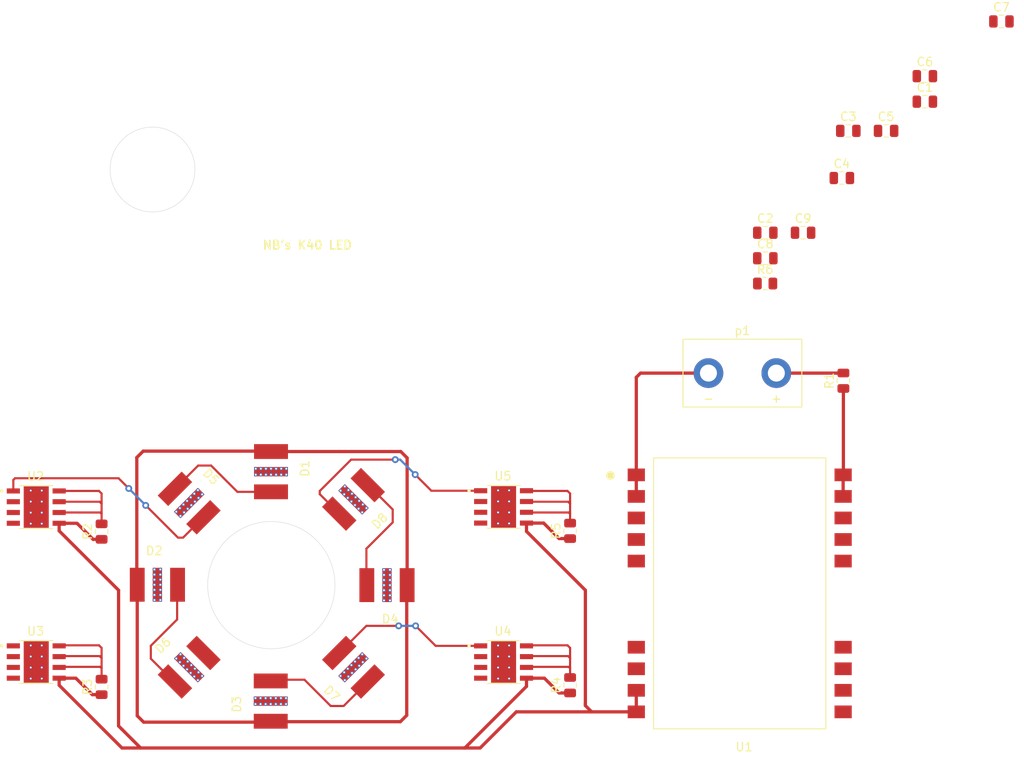
<source format=kicad_pcb>
(kicad_pcb (version 20171130) (host pcbnew "(5.1.8)-1")

  (general
    (thickness 1.6)
    (drawings 3)
    (tracks 136)
    (zones 0)
    (modules 29)
    (nets 31)
  )

  (page A4)
  (layers
    (0 F.Cu signal)
    (31 B.Cu signal)
    (32 B.Adhes user)
    (33 F.Adhes user)
    (34 B.Paste user)
    (35 F.Paste user)
    (36 B.SilkS user)
    (37 F.SilkS user)
    (38 B.Mask user)
    (39 F.Mask user)
    (40 Dwgs.User user)
    (41 Cmts.User user)
    (42 Eco1.User user)
    (43 Eco2.User user)
    (44 Edge.Cuts user)
    (45 Margin user)
    (46 B.CrtYd user)
    (47 F.CrtYd user)
    (48 B.Fab user)
    (49 F.Fab user)
  )

  (setup
    (last_trace_width 0.25)
    (trace_clearance 0.2)
    (zone_clearance 0.508)
    (zone_45_only no)
    (trace_min 0.2)
    (via_size 0.8)
    (via_drill 0.4)
    (via_min_size 0.4)
    (via_min_drill 0.3)
    (uvia_size 0.3)
    (uvia_drill 0.1)
    (uvias_allowed no)
    (uvia_min_size 0.2)
    (uvia_min_drill 0.1)
    (edge_width 0.05)
    (segment_width 0.2)
    (pcb_text_width 0.3)
    (pcb_text_size 1.5 1.5)
    (mod_edge_width 0.12)
    (mod_text_size 1 1)
    (mod_text_width 0.15)
    (pad_size 1.524 1.524)
    (pad_drill 0.762)
    (pad_to_mask_clearance 0)
    (aux_axis_origin 0 0)
    (visible_elements 7FFFF7FF)
    (pcbplotparams
      (layerselection 0x010f0_ffffffff)
      (usegerberextensions true)
      (usegerberattributes false)
      (usegerberadvancedattributes false)
      (creategerberjobfile false)
      (excludeedgelayer true)
      (linewidth 0.100000)
      (plotframeref false)
      (viasonmask false)
      (mode 1)
      (useauxorigin false)
      (hpglpennumber 1)
      (hpglpenspeed 20)
      (hpglpendiameter 15.000000)
      (psnegative false)
      (psa4output false)
      (plotreference true)
      (plotvalue true)
      (plotinvisibletext false)
      (padsonsilk false)
      (subtractmaskfromsilk true)
      (outputformat 1)
      (mirror false)
      (drillshape 0)
      (scaleselection 1)
      (outputdirectory "C:/Users/natha/Documents/GitHub/K40_LED/K40_LED_GERBER/"))
  )

  (net 0 "")
  (net 1 "Net-(D1-PadC)")
  (net 2 "Net-(D2-PadC)")
  (net 3 "Net-(D3-PadC)")
  (net 4 "Net-(D4-PadC)")
  (net 5 "Net-(R1-Pad1)")
  (net 6 GND)
  (net 7 "Net-(C1-Pad1)")
  (net 8 "Net-(C2-Pad1)")
  (net 9 "Net-(C4-Pad1)")
  (net 10 "Net-(C6-Pad1)")
  (net 11 "Net-(C8-Pad1)")
  (net 12 "Net-(C9-Pad1)")
  (net 13 "Net-(R1-Pad2)")
  (net 14 "Net-(R2-Pad2)")
  (net 15 "Net-(R3-Pad2)")
  (net 16 "Net-(R4-Pad2)")
  (net 17 "Net-(R5-Pad2)")
  (net 18 "Net-(R6-Pad2)")
  (net 19 "Net-(U1-Pad10)")
  (net 20 "Net-(U1-Pad9)")
  (net 21 "Net-(U1-Pad5)")
  (net 22 "Net-(U1-Pad4)")
  (net 23 "Net-(U1-Pad3)")
  (net 24 "Net-(U1-Pad1)")
  (net 25 "Net-(U1-Pad21)")
  (net 26 "Net-(U1-Pad22)")
  (net 27 "Net-(U1-Pad16)")
  (net 28 "Net-(U1-Pad15)")
  (net 29 "Net-(U1-Pad20)")
  (net 30 "Net-(U2-Pad2)")

  (net_class Default "This is the default net class."
    (clearance 0.2)
    (trace_width 0.25)
    (via_dia 0.8)
    (via_drill 0.4)
    (uvia_dia 0.3)
    (uvia_drill 0.1)
    (add_net GND)
    (add_net "Net-(C1-Pad1)")
    (add_net "Net-(C2-Pad1)")
    (add_net "Net-(C4-Pad1)")
    (add_net "Net-(C6-Pad1)")
    (add_net "Net-(C8-Pad1)")
    (add_net "Net-(C9-Pad1)")
    (add_net "Net-(D1-PadC)")
    (add_net "Net-(D2-PadC)")
    (add_net "Net-(D3-PadC)")
    (add_net "Net-(D4-PadC)")
    (add_net "Net-(R1-Pad1)")
    (add_net "Net-(R1-Pad2)")
    (add_net "Net-(R2-Pad2)")
    (add_net "Net-(R3-Pad2)")
    (add_net "Net-(R4-Pad2)")
    (add_net "Net-(R5-Pad2)")
    (add_net "Net-(R6-Pad2)")
    (add_net "Net-(U1-Pad1)")
    (add_net "Net-(U1-Pad10)")
    (add_net "Net-(U1-Pad15)")
    (add_net "Net-(U1-Pad16)")
    (add_net "Net-(U1-Pad20)")
    (add_net "Net-(U1-Pad21)")
    (add_net "Net-(U1-Pad22)")
    (add_net "Net-(U1-Pad3)")
    (add_net "Net-(U1-Pad4)")
    (add_net "Net-(U1-Pad5)")
    (add_net "Net-(U1-Pad9)")
    (add_net "Net-(U2-Pad2)")
  )

  (module LM3466:NOPB (layer F.Cu) (tedit 60F41730) (tstamp 60F5056A)
    (at 118.364 112.776)
    (path /60FF0BFD)
    (fp_text reference U5 (at -0.075 -3.635) (layer F.SilkS)
      (effects (font (size 1 1) (thickness 0.15)))
    )
    (fp_text value LM3466 (at 0.508 4.064) (layer F.Fab)
      (effects (font (size 1 1) (thickness 0.15)))
    )
    (fp_poly (pts (xy -1.355 -1.7) (xy 1.355 -1.7) (xy 1.355 1.7) (xy -1.355 1.7)) (layer F.Paste) (width 0.01))
    (fp_circle (center -4.07 -1.905) (end -3.97 -1.905) (layer F.SilkS) (width 0.2))
    (fp_circle (center -4.07 -1.905) (end -3.97 -1.905) (layer F.Fab) (width 0.2))
    (fp_line (start -1.95 2.45) (end 1.95 2.45) (layer F.Fab) (width 0.127))
    (fp_line (start -1.95 -2.45) (end -1.95 2.45) (layer F.Fab) (width 0.127))
    (fp_line (start 1.95 -2.45) (end 1.95 2.45) (layer F.Fab) (width 0.127))
    (fp_line (start -3.725 -2.7) (end 3.725 -2.7) (layer F.CrtYd) (width 0.05))
    (fp_line (start -3.725 2.7) (end 3.725 2.7) (layer F.CrtYd) (width 0.05))
    (fp_line (start -3.725 -2.7) (end -3.725 2.7) (layer F.CrtYd) (width 0.05))
    (fp_line (start 3.725 -2.7) (end 3.725 2.7) (layer F.CrtYd) (width 0.05))
    (fp_poly (pts (xy -1.355 -1.7) (xy 1.355 -1.7) (xy 1.355 1.7) (xy -1.355 1.7)) (layer F.Mask) (width 0.01))
    (fp_line (start -1.95 -2.45) (end 1.95 -2.45) (layer F.Fab) (width 0.127))
    (fp_line (start -1.95 2.525) (end 1.95 2.525) (layer F.SilkS) (width 0.127))
    (fp_line (start -1.95 -2.525) (end 1.95 -2.525) (layer F.SilkS) (width 0.127))
    (fp_poly (pts (xy -1.905 -1.535) (xy -3.495 -1.535) (xy -3.497617 -1.535069) (xy -3.500226 -1.535274)
      (xy -3.502822 -1.535616) (xy -3.505396 -1.536093) (xy -3.507941 -1.536704) (xy -3.510451 -1.537447)
      (xy -3.512918 -1.538321) (xy -3.515337 -1.539323) (xy -3.5177 -1.54045) (xy -3.52 -1.541699)
      (xy -3.522232 -1.543066) (xy -3.524389 -1.544549) (xy -3.526466 -1.546143) (xy -3.528457 -1.547843)
      (xy -3.530355 -1.549645) (xy -3.532157 -1.551543) (xy -3.533857 -1.553534) (xy -3.535451 -1.555611)
      (xy -3.536934 -1.557768) (xy -3.538301 -1.56) (xy -3.53955 -1.5623) (xy -3.540677 -1.564663)
      (xy -3.541679 -1.567082) (xy -3.542553 -1.569549) (xy -3.543296 -1.572059) (xy -3.543907 -1.574604)
      (xy -3.544384 -1.577178) (xy -3.544726 -1.579774) (xy -3.544931 -1.582383) (xy -3.545 -1.585)
      (xy -3.545 -2.225) (xy -3.544931 -2.227617) (xy -3.544726 -2.230226) (xy -3.544384 -2.232822)
      (xy -3.543907 -2.235396) (xy -3.543296 -2.237941) (xy -3.542553 -2.240451) (xy -3.541679 -2.242918)
      (xy -3.540677 -2.245337) (xy -3.53955 -2.2477) (xy -3.538301 -2.25) (xy -3.536934 -2.252232)
      (xy -3.535451 -2.254389) (xy -3.533857 -2.256466) (xy -3.532157 -2.258457) (xy -3.530355 -2.260355)
      (xy -3.528457 -2.262157) (xy -3.526466 -2.263857) (xy -3.524389 -2.265451) (xy -3.522232 -2.266934)
      (xy -3.52 -2.268301) (xy -3.5177 -2.26955) (xy -3.515337 -2.270677) (xy -3.512918 -2.271679)
      (xy -3.510451 -2.272553) (xy -3.507941 -2.273296) (xy -3.505396 -2.273907) (xy -3.502822 -2.274384)
      (xy -3.500226 -2.274726) (xy -3.497617 -2.274931) (xy -3.495 -2.275) (xy -1.905 -2.275)
      (xy -1.902383 -2.274931) (xy -1.899774 -2.274726) (xy -1.897178 -2.274384) (xy -1.894604 -2.273907)
      (xy -1.892059 -2.273296) (xy -1.889549 -2.272553) (xy -1.887082 -2.271679) (xy -1.884663 -2.270677)
      (xy -1.8823 -2.26955) (xy -1.88 -2.268301) (xy -1.877768 -2.266934) (xy -1.875611 -2.265451)
      (xy -1.873534 -2.263857) (xy -1.871543 -2.262157) (xy -1.869645 -2.260355) (xy -1.867843 -2.258457)
      (xy -1.866143 -2.256466) (xy -1.864549 -2.254389) (xy -1.863066 -2.252232) (xy -1.861699 -2.25)
      (xy -1.86045 -2.2477) (xy -1.859323 -2.245337) (xy -1.858321 -2.242918) (xy -1.857447 -2.240451)
      (xy -1.856704 -2.237941) (xy -1.856093 -2.235396) (xy -1.855616 -2.232822) (xy -1.855274 -2.230226)
      (xy -1.855069 -2.227617) (xy -1.855 -2.225) (xy -1.855 -1.585) (xy -1.855069 -1.582383)
      (xy -1.855274 -1.579774) (xy -1.855616 -1.577178) (xy -1.856093 -1.574604) (xy -1.856704 -1.572059)
      (xy -1.857447 -1.569549) (xy -1.858321 -1.567082) (xy -1.859323 -1.564663) (xy -1.86045 -1.5623)
      (xy -1.861699 -1.56) (xy -1.863066 -1.557768) (xy -1.864549 -1.555611) (xy -1.866143 -1.553534)
      (xy -1.867843 -1.551543) (xy -1.869645 -1.549645) (xy -1.871543 -1.547843) (xy -1.873534 -1.546143)
      (xy -1.875611 -1.544549) (xy -1.877768 -1.543066) (xy -1.88 -1.541699) (xy -1.8823 -1.54045)
      (xy -1.884663 -1.539323) (xy -1.887082 -1.538321) (xy -1.889549 -1.537447) (xy -1.892059 -1.536704)
      (xy -1.894604 -1.536093) (xy -1.897178 -1.535616) (xy -1.899774 -1.535274) (xy -1.902383 -1.535069)
      (xy -1.905 -1.535)) (layer F.Mask) (width 0.01))
    (fp_poly (pts (xy -1.905 -0.265) (xy -3.495 -0.265) (xy -3.497617 -0.265069) (xy -3.500226 -0.265274)
      (xy -3.502822 -0.265616) (xy -3.505396 -0.266093) (xy -3.507941 -0.266704) (xy -3.510451 -0.267447)
      (xy -3.512918 -0.268321) (xy -3.515337 -0.269323) (xy -3.5177 -0.27045) (xy -3.52 -0.271699)
      (xy -3.522232 -0.273066) (xy -3.524389 -0.274549) (xy -3.526466 -0.276143) (xy -3.528457 -0.277843)
      (xy -3.530355 -0.279645) (xy -3.532157 -0.281543) (xy -3.533857 -0.283534) (xy -3.535451 -0.285611)
      (xy -3.536934 -0.287768) (xy -3.538301 -0.29) (xy -3.53955 -0.2923) (xy -3.540677 -0.294663)
      (xy -3.541679 -0.297082) (xy -3.542553 -0.299549) (xy -3.543296 -0.302059) (xy -3.543907 -0.304604)
      (xy -3.544384 -0.307178) (xy -3.544726 -0.309774) (xy -3.544931 -0.312383) (xy -3.545 -0.315)
      (xy -3.545 -0.955) (xy -3.544931 -0.957617) (xy -3.544726 -0.960226) (xy -3.544384 -0.962822)
      (xy -3.543907 -0.965396) (xy -3.543296 -0.967941) (xy -3.542553 -0.970451) (xy -3.541679 -0.972918)
      (xy -3.540677 -0.975337) (xy -3.53955 -0.9777) (xy -3.538301 -0.98) (xy -3.536934 -0.982232)
      (xy -3.535451 -0.984389) (xy -3.533857 -0.986466) (xy -3.532157 -0.988457) (xy -3.530355 -0.990355)
      (xy -3.528457 -0.992157) (xy -3.526466 -0.993857) (xy -3.524389 -0.995451) (xy -3.522232 -0.996934)
      (xy -3.52 -0.998301) (xy -3.5177 -0.99955) (xy -3.515337 -1.000677) (xy -3.512918 -1.001679)
      (xy -3.510451 -1.002553) (xy -3.507941 -1.003296) (xy -3.505396 -1.003907) (xy -3.502822 -1.004384)
      (xy -3.500226 -1.004726) (xy -3.497617 -1.004931) (xy -3.495 -1.005) (xy -1.905 -1.005)
      (xy -1.902383 -1.004931) (xy -1.899774 -1.004726) (xy -1.897178 -1.004384) (xy -1.894604 -1.003907)
      (xy -1.892059 -1.003296) (xy -1.889549 -1.002553) (xy -1.887082 -1.001679) (xy -1.884663 -1.000677)
      (xy -1.8823 -0.99955) (xy -1.88 -0.998301) (xy -1.877768 -0.996934) (xy -1.875611 -0.995451)
      (xy -1.873534 -0.993857) (xy -1.871543 -0.992157) (xy -1.869645 -0.990355) (xy -1.867843 -0.988457)
      (xy -1.866143 -0.986466) (xy -1.864549 -0.984389) (xy -1.863066 -0.982232) (xy -1.861699 -0.98)
      (xy -1.86045 -0.9777) (xy -1.859323 -0.975337) (xy -1.858321 -0.972918) (xy -1.857447 -0.970451)
      (xy -1.856704 -0.967941) (xy -1.856093 -0.965396) (xy -1.855616 -0.962822) (xy -1.855274 -0.960226)
      (xy -1.855069 -0.957617) (xy -1.855 -0.955) (xy -1.855 -0.315) (xy -1.855069 -0.312383)
      (xy -1.855274 -0.309774) (xy -1.855616 -0.307178) (xy -1.856093 -0.304604) (xy -1.856704 -0.302059)
      (xy -1.857447 -0.299549) (xy -1.858321 -0.297082) (xy -1.859323 -0.294663) (xy -1.86045 -0.2923)
      (xy -1.861699 -0.29) (xy -1.863066 -0.287768) (xy -1.864549 -0.285611) (xy -1.866143 -0.283534)
      (xy -1.867843 -0.281543) (xy -1.869645 -0.279645) (xy -1.871543 -0.277843) (xy -1.873534 -0.276143)
      (xy -1.875611 -0.274549) (xy -1.877768 -0.273066) (xy -1.88 -0.271699) (xy -1.8823 -0.27045)
      (xy -1.884663 -0.269323) (xy -1.887082 -0.268321) (xy -1.889549 -0.267447) (xy -1.892059 -0.266704)
      (xy -1.894604 -0.266093) (xy -1.897178 -0.265616) (xy -1.899774 -0.265274) (xy -1.902383 -0.265069)
      (xy -1.905 -0.265)) (layer F.Mask) (width 0.01))
    (fp_poly (pts (xy -1.905 1.005) (xy -3.495 1.005) (xy -3.497617 1.004931) (xy -3.500226 1.004726)
      (xy -3.502822 1.004384) (xy -3.505396 1.003907) (xy -3.507941 1.003296) (xy -3.510451 1.002553)
      (xy -3.512918 1.001679) (xy -3.515337 1.000677) (xy -3.5177 0.99955) (xy -3.52 0.998301)
      (xy -3.522232 0.996934) (xy -3.524389 0.995451) (xy -3.526466 0.993857) (xy -3.528457 0.992157)
      (xy -3.530355 0.990355) (xy -3.532157 0.988457) (xy -3.533857 0.986466) (xy -3.535451 0.984389)
      (xy -3.536934 0.982232) (xy -3.538301 0.98) (xy -3.53955 0.9777) (xy -3.540677 0.975337)
      (xy -3.541679 0.972918) (xy -3.542553 0.970451) (xy -3.543296 0.967941) (xy -3.543907 0.965396)
      (xy -3.544384 0.962822) (xy -3.544726 0.960226) (xy -3.544931 0.957617) (xy -3.545 0.955)
      (xy -3.545 0.315) (xy -3.544931 0.312383) (xy -3.544726 0.309774) (xy -3.544384 0.307178)
      (xy -3.543907 0.304604) (xy -3.543296 0.302059) (xy -3.542553 0.299549) (xy -3.541679 0.297082)
      (xy -3.540677 0.294663) (xy -3.53955 0.2923) (xy -3.538301 0.29) (xy -3.536934 0.287768)
      (xy -3.535451 0.285611) (xy -3.533857 0.283534) (xy -3.532157 0.281543) (xy -3.530355 0.279645)
      (xy -3.528457 0.277843) (xy -3.526466 0.276143) (xy -3.524389 0.274549) (xy -3.522232 0.273066)
      (xy -3.52 0.271699) (xy -3.5177 0.27045) (xy -3.515337 0.269323) (xy -3.512918 0.268321)
      (xy -3.510451 0.267447) (xy -3.507941 0.266704) (xy -3.505396 0.266093) (xy -3.502822 0.265616)
      (xy -3.500226 0.265274) (xy -3.497617 0.265069) (xy -3.495 0.265) (xy -1.905 0.265)
      (xy -1.902383 0.265069) (xy -1.899774 0.265274) (xy -1.897178 0.265616) (xy -1.894604 0.266093)
      (xy -1.892059 0.266704) (xy -1.889549 0.267447) (xy -1.887082 0.268321) (xy -1.884663 0.269323)
      (xy -1.8823 0.27045) (xy -1.88 0.271699) (xy -1.877768 0.273066) (xy -1.875611 0.274549)
      (xy -1.873534 0.276143) (xy -1.871543 0.277843) (xy -1.869645 0.279645) (xy -1.867843 0.281543)
      (xy -1.866143 0.283534) (xy -1.864549 0.285611) (xy -1.863066 0.287768) (xy -1.861699 0.29)
      (xy -1.86045 0.2923) (xy -1.859323 0.294663) (xy -1.858321 0.297082) (xy -1.857447 0.299549)
      (xy -1.856704 0.302059) (xy -1.856093 0.304604) (xy -1.855616 0.307178) (xy -1.855274 0.309774)
      (xy -1.855069 0.312383) (xy -1.855 0.315) (xy -1.855 0.955) (xy -1.855069 0.957617)
      (xy -1.855274 0.960226) (xy -1.855616 0.962822) (xy -1.856093 0.965396) (xy -1.856704 0.967941)
      (xy -1.857447 0.970451) (xy -1.858321 0.972918) (xy -1.859323 0.975337) (xy -1.86045 0.9777)
      (xy -1.861699 0.98) (xy -1.863066 0.982232) (xy -1.864549 0.984389) (xy -1.866143 0.986466)
      (xy -1.867843 0.988457) (xy -1.869645 0.990355) (xy -1.871543 0.992157) (xy -1.873534 0.993857)
      (xy -1.875611 0.995451) (xy -1.877768 0.996934) (xy -1.88 0.998301) (xy -1.8823 0.99955)
      (xy -1.884663 1.000677) (xy -1.887082 1.001679) (xy -1.889549 1.002553) (xy -1.892059 1.003296)
      (xy -1.894604 1.003907) (xy -1.897178 1.004384) (xy -1.899774 1.004726) (xy -1.902383 1.004931)
      (xy -1.905 1.005)) (layer F.Mask) (width 0.01))
    (fp_poly (pts (xy -1.905 2.275) (xy -3.495 2.275) (xy -3.497617 2.274931) (xy -3.500226 2.274726)
      (xy -3.502822 2.274384) (xy -3.505396 2.273907) (xy -3.507941 2.273296) (xy -3.510451 2.272553)
      (xy -3.512918 2.271679) (xy -3.515337 2.270677) (xy -3.5177 2.26955) (xy -3.52 2.268301)
      (xy -3.522232 2.266934) (xy -3.524389 2.265451) (xy -3.526466 2.263857) (xy -3.528457 2.262157)
      (xy -3.530355 2.260355) (xy -3.532157 2.258457) (xy -3.533857 2.256466) (xy -3.535451 2.254389)
      (xy -3.536934 2.252232) (xy -3.538301 2.25) (xy -3.53955 2.2477) (xy -3.540677 2.245337)
      (xy -3.541679 2.242918) (xy -3.542553 2.240451) (xy -3.543296 2.237941) (xy -3.543907 2.235396)
      (xy -3.544384 2.232822) (xy -3.544726 2.230226) (xy -3.544931 2.227617) (xy -3.545 2.225)
      (xy -3.545 1.585) (xy -3.544931 1.582383) (xy -3.544726 1.579774) (xy -3.544384 1.577178)
      (xy -3.543907 1.574604) (xy -3.543296 1.572059) (xy -3.542553 1.569549) (xy -3.541679 1.567082)
      (xy -3.540677 1.564663) (xy -3.53955 1.5623) (xy -3.538301 1.56) (xy -3.536934 1.557768)
      (xy -3.535451 1.555611) (xy -3.533857 1.553534) (xy -3.532157 1.551543) (xy -3.530355 1.549645)
      (xy -3.528457 1.547843) (xy -3.526466 1.546143) (xy -3.524389 1.544549) (xy -3.522232 1.543066)
      (xy -3.52 1.541699) (xy -3.5177 1.54045) (xy -3.515337 1.539323) (xy -3.512918 1.538321)
      (xy -3.510451 1.537447) (xy -3.507941 1.536704) (xy -3.505396 1.536093) (xy -3.502822 1.535616)
      (xy -3.500226 1.535274) (xy -3.497617 1.535069) (xy -3.495 1.535) (xy -1.905 1.535)
      (xy -1.902383 1.535069) (xy -1.899774 1.535274) (xy -1.897178 1.535616) (xy -1.894604 1.536093)
      (xy -1.892059 1.536704) (xy -1.889549 1.537447) (xy -1.887082 1.538321) (xy -1.884663 1.539323)
      (xy -1.8823 1.54045) (xy -1.88 1.541699) (xy -1.877768 1.543066) (xy -1.875611 1.544549)
      (xy -1.873534 1.546143) (xy -1.871543 1.547843) (xy -1.869645 1.549645) (xy -1.867843 1.551543)
      (xy -1.866143 1.553534) (xy -1.864549 1.555611) (xy -1.863066 1.557768) (xy -1.861699 1.56)
      (xy -1.86045 1.5623) (xy -1.859323 1.564663) (xy -1.858321 1.567082) (xy -1.857447 1.569549)
      (xy -1.856704 1.572059) (xy -1.856093 1.574604) (xy -1.855616 1.577178) (xy -1.855274 1.579774)
      (xy -1.855069 1.582383) (xy -1.855 1.585) (xy -1.855 2.225) (xy -1.855069 2.227617)
      (xy -1.855274 2.230226) (xy -1.855616 2.232822) (xy -1.856093 2.235396) (xy -1.856704 2.237941)
      (xy -1.857447 2.240451) (xy -1.858321 2.242918) (xy -1.859323 2.245337) (xy -1.86045 2.2477)
      (xy -1.861699 2.25) (xy -1.863066 2.252232) (xy -1.864549 2.254389) (xy -1.866143 2.256466)
      (xy -1.867843 2.258457) (xy -1.869645 2.260355) (xy -1.871543 2.262157) (xy -1.873534 2.263857)
      (xy -1.875611 2.265451) (xy -1.877768 2.266934) (xy -1.88 2.268301) (xy -1.8823 2.26955)
      (xy -1.884663 2.270677) (xy -1.887082 2.271679) (xy -1.889549 2.272553) (xy -1.892059 2.273296)
      (xy -1.894604 2.273907) (xy -1.897178 2.274384) (xy -1.899774 2.274726) (xy -1.902383 2.274931)
      (xy -1.905 2.275)) (layer F.Mask) (width 0.01))
    (fp_poly (pts (xy 3.495 -1.535) (xy 1.905 -1.535) (xy 1.902383 -1.535069) (xy 1.899774 -1.535274)
      (xy 1.897178 -1.535616) (xy 1.894604 -1.536093) (xy 1.892059 -1.536704) (xy 1.889549 -1.537447)
      (xy 1.887082 -1.538321) (xy 1.884663 -1.539323) (xy 1.8823 -1.54045) (xy 1.88 -1.541699)
      (xy 1.877768 -1.543066) (xy 1.875611 -1.544549) (xy 1.873534 -1.546143) (xy 1.871543 -1.547843)
      (xy 1.869645 -1.549645) (xy 1.867843 -1.551543) (xy 1.866143 -1.553534) (xy 1.864549 -1.555611)
      (xy 1.863066 -1.557768) (xy 1.861699 -1.56) (xy 1.86045 -1.5623) (xy 1.859323 -1.564663)
      (xy 1.858321 -1.567082) (xy 1.857447 -1.569549) (xy 1.856704 -1.572059) (xy 1.856093 -1.574604)
      (xy 1.855616 -1.577178) (xy 1.855274 -1.579774) (xy 1.855069 -1.582383) (xy 1.855 -1.585)
      (xy 1.855 -2.225) (xy 1.855069 -2.227617) (xy 1.855274 -2.230226) (xy 1.855616 -2.232822)
      (xy 1.856093 -2.235396) (xy 1.856704 -2.237941) (xy 1.857447 -2.240451) (xy 1.858321 -2.242918)
      (xy 1.859323 -2.245337) (xy 1.86045 -2.2477) (xy 1.861699 -2.25) (xy 1.863066 -2.252232)
      (xy 1.864549 -2.254389) (xy 1.866143 -2.256466) (xy 1.867843 -2.258457) (xy 1.869645 -2.260355)
      (xy 1.871543 -2.262157) (xy 1.873534 -2.263857) (xy 1.875611 -2.265451) (xy 1.877768 -2.266934)
      (xy 1.88 -2.268301) (xy 1.8823 -2.26955) (xy 1.884663 -2.270677) (xy 1.887082 -2.271679)
      (xy 1.889549 -2.272553) (xy 1.892059 -2.273296) (xy 1.894604 -2.273907) (xy 1.897178 -2.274384)
      (xy 1.899774 -2.274726) (xy 1.902383 -2.274931) (xy 1.905 -2.275) (xy 3.495 -2.275)
      (xy 3.497617 -2.274931) (xy 3.500226 -2.274726) (xy 3.502822 -2.274384) (xy 3.505396 -2.273907)
      (xy 3.507941 -2.273296) (xy 3.510451 -2.272553) (xy 3.512918 -2.271679) (xy 3.515337 -2.270677)
      (xy 3.5177 -2.26955) (xy 3.52 -2.268301) (xy 3.522232 -2.266934) (xy 3.524389 -2.265451)
      (xy 3.526466 -2.263857) (xy 3.528457 -2.262157) (xy 3.530355 -2.260355) (xy 3.532157 -2.258457)
      (xy 3.533857 -2.256466) (xy 3.535451 -2.254389) (xy 3.536934 -2.252232) (xy 3.538301 -2.25)
      (xy 3.53955 -2.2477) (xy 3.540677 -2.245337) (xy 3.541679 -2.242918) (xy 3.542553 -2.240451)
      (xy 3.543296 -2.237941) (xy 3.543907 -2.235396) (xy 3.544384 -2.232822) (xy 3.544726 -2.230226)
      (xy 3.544931 -2.227617) (xy 3.545 -2.225) (xy 3.545 -1.585) (xy 3.544931 -1.582383)
      (xy 3.544726 -1.579774) (xy 3.544384 -1.577178) (xy 3.543907 -1.574604) (xy 3.543296 -1.572059)
      (xy 3.542553 -1.569549) (xy 3.541679 -1.567082) (xy 3.540677 -1.564663) (xy 3.53955 -1.5623)
      (xy 3.538301 -1.56) (xy 3.536934 -1.557768) (xy 3.535451 -1.555611) (xy 3.533857 -1.553534)
      (xy 3.532157 -1.551543) (xy 3.530355 -1.549645) (xy 3.528457 -1.547843) (xy 3.526466 -1.546143)
      (xy 3.524389 -1.544549) (xy 3.522232 -1.543066) (xy 3.52 -1.541699) (xy 3.5177 -1.54045)
      (xy 3.515337 -1.539323) (xy 3.512918 -1.538321) (xy 3.510451 -1.537447) (xy 3.507941 -1.536704)
      (xy 3.505396 -1.536093) (xy 3.502822 -1.535616) (xy 3.500226 -1.535274) (xy 3.497617 -1.535069)
      (xy 3.495 -1.535)) (layer F.Mask) (width 0.01))
    (fp_poly (pts (xy 3.495 -0.265) (xy 1.905 -0.265) (xy 1.902383 -0.265069) (xy 1.899774 -0.265274)
      (xy 1.897178 -0.265616) (xy 1.894604 -0.266093) (xy 1.892059 -0.266704) (xy 1.889549 -0.267447)
      (xy 1.887082 -0.268321) (xy 1.884663 -0.269323) (xy 1.8823 -0.27045) (xy 1.88 -0.271699)
      (xy 1.877768 -0.273066) (xy 1.875611 -0.274549) (xy 1.873534 -0.276143) (xy 1.871543 -0.277843)
      (xy 1.869645 -0.279645) (xy 1.867843 -0.281543) (xy 1.866143 -0.283534) (xy 1.864549 -0.285611)
      (xy 1.863066 -0.287768) (xy 1.861699 -0.29) (xy 1.86045 -0.2923) (xy 1.859323 -0.294663)
      (xy 1.858321 -0.297082) (xy 1.857447 -0.299549) (xy 1.856704 -0.302059) (xy 1.856093 -0.304604)
      (xy 1.855616 -0.307178) (xy 1.855274 -0.309774) (xy 1.855069 -0.312383) (xy 1.855 -0.315)
      (xy 1.855 -0.955) (xy 1.855069 -0.957617) (xy 1.855274 -0.960226) (xy 1.855616 -0.962822)
      (xy 1.856093 -0.965396) (xy 1.856704 -0.967941) (xy 1.857447 -0.970451) (xy 1.858321 -0.972918)
      (xy 1.859323 -0.975337) (xy 1.86045 -0.9777) (xy 1.861699 -0.98) (xy 1.863066 -0.982232)
      (xy 1.864549 -0.984389) (xy 1.866143 -0.986466) (xy 1.867843 -0.988457) (xy 1.869645 -0.990355)
      (xy 1.871543 -0.992157) (xy 1.873534 -0.993857) (xy 1.875611 -0.995451) (xy 1.877768 -0.996934)
      (xy 1.88 -0.998301) (xy 1.8823 -0.99955) (xy 1.884663 -1.000677) (xy 1.887082 -1.001679)
      (xy 1.889549 -1.002553) (xy 1.892059 -1.003296) (xy 1.894604 -1.003907) (xy 1.897178 -1.004384)
      (xy 1.899774 -1.004726) (xy 1.902383 -1.004931) (xy 1.905 -1.005) (xy 3.495 -1.005)
      (xy 3.497617 -1.004931) (xy 3.500226 -1.004726) (xy 3.502822 -1.004384) (xy 3.505396 -1.003907)
      (xy 3.507941 -1.003296) (xy 3.510451 -1.002553) (xy 3.512918 -1.001679) (xy 3.515337 -1.000677)
      (xy 3.5177 -0.99955) (xy 3.52 -0.998301) (xy 3.522232 -0.996934) (xy 3.524389 -0.995451)
      (xy 3.526466 -0.993857) (xy 3.528457 -0.992157) (xy 3.530355 -0.990355) (xy 3.532157 -0.988457)
      (xy 3.533857 -0.986466) (xy 3.535451 -0.984389) (xy 3.536934 -0.982232) (xy 3.538301 -0.98)
      (xy 3.53955 -0.9777) (xy 3.540677 -0.975337) (xy 3.541679 -0.972918) (xy 3.542553 -0.970451)
      (xy 3.543296 -0.967941) (xy 3.543907 -0.965396) (xy 3.544384 -0.962822) (xy 3.544726 -0.960226)
      (xy 3.544931 -0.957617) (xy 3.545 -0.955) (xy 3.545 -0.315) (xy 3.544931 -0.312383)
      (xy 3.544726 -0.309774) (xy 3.544384 -0.307178) (xy 3.543907 -0.304604) (xy 3.543296 -0.302059)
      (xy 3.542553 -0.299549) (xy 3.541679 -0.297082) (xy 3.540677 -0.294663) (xy 3.53955 -0.2923)
      (xy 3.538301 -0.29) (xy 3.536934 -0.287768) (xy 3.535451 -0.285611) (xy 3.533857 -0.283534)
      (xy 3.532157 -0.281543) (xy 3.530355 -0.279645) (xy 3.528457 -0.277843) (xy 3.526466 -0.276143)
      (xy 3.524389 -0.274549) (xy 3.522232 -0.273066) (xy 3.52 -0.271699) (xy 3.5177 -0.27045)
      (xy 3.515337 -0.269323) (xy 3.512918 -0.268321) (xy 3.510451 -0.267447) (xy 3.507941 -0.266704)
      (xy 3.505396 -0.266093) (xy 3.502822 -0.265616) (xy 3.500226 -0.265274) (xy 3.497617 -0.265069)
      (xy 3.495 -0.265)) (layer F.Mask) (width 0.01))
    (fp_poly (pts (xy 3.495 1.005) (xy 1.905 1.005) (xy 1.902383 1.004931) (xy 1.899774 1.004726)
      (xy 1.897178 1.004384) (xy 1.894604 1.003907) (xy 1.892059 1.003296) (xy 1.889549 1.002553)
      (xy 1.887082 1.001679) (xy 1.884663 1.000677) (xy 1.8823 0.99955) (xy 1.88 0.998301)
      (xy 1.877768 0.996934) (xy 1.875611 0.995451) (xy 1.873534 0.993857) (xy 1.871543 0.992157)
      (xy 1.869645 0.990355) (xy 1.867843 0.988457) (xy 1.866143 0.986466) (xy 1.864549 0.984389)
      (xy 1.863066 0.982232) (xy 1.861699 0.98) (xy 1.86045 0.9777) (xy 1.859323 0.975337)
      (xy 1.858321 0.972918) (xy 1.857447 0.970451) (xy 1.856704 0.967941) (xy 1.856093 0.965396)
      (xy 1.855616 0.962822) (xy 1.855274 0.960226) (xy 1.855069 0.957617) (xy 1.855 0.955)
      (xy 1.855 0.315) (xy 1.855069 0.312383) (xy 1.855274 0.309774) (xy 1.855616 0.307178)
      (xy 1.856093 0.304604) (xy 1.856704 0.302059) (xy 1.857447 0.299549) (xy 1.858321 0.297082)
      (xy 1.859323 0.294663) (xy 1.86045 0.2923) (xy 1.861699 0.29) (xy 1.863066 0.287768)
      (xy 1.864549 0.285611) (xy 1.866143 0.283534) (xy 1.867843 0.281543) (xy 1.869645 0.279645)
      (xy 1.871543 0.277843) (xy 1.873534 0.276143) (xy 1.875611 0.274549) (xy 1.877768 0.273066)
      (xy 1.88 0.271699) (xy 1.8823 0.27045) (xy 1.884663 0.269323) (xy 1.887082 0.268321)
      (xy 1.889549 0.267447) (xy 1.892059 0.266704) (xy 1.894604 0.266093) (xy 1.897178 0.265616)
      (xy 1.899774 0.265274) (xy 1.902383 0.265069) (xy 1.905 0.265) (xy 3.495 0.265)
      (xy 3.497617 0.265069) (xy 3.500226 0.265274) (xy 3.502822 0.265616) (xy 3.505396 0.266093)
      (xy 3.507941 0.266704) (xy 3.510451 0.267447) (xy 3.512918 0.268321) (xy 3.515337 0.269323)
      (xy 3.5177 0.27045) (xy 3.52 0.271699) (xy 3.522232 0.273066) (xy 3.524389 0.274549)
      (xy 3.526466 0.276143) (xy 3.528457 0.277843) (xy 3.530355 0.279645) (xy 3.532157 0.281543)
      (xy 3.533857 0.283534) (xy 3.535451 0.285611) (xy 3.536934 0.287768) (xy 3.538301 0.29)
      (xy 3.53955 0.2923) (xy 3.540677 0.294663) (xy 3.541679 0.297082) (xy 3.542553 0.299549)
      (xy 3.543296 0.302059) (xy 3.543907 0.304604) (xy 3.544384 0.307178) (xy 3.544726 0.309774)
      (xy 3.544931 0.312383) (xy 3.545 0.315) (xy 3.545 0.955) (xy 3.544931 0.957617)
      (xy 3.544726 0.960226) (xy 3.544384 0.962822) (xy 3.543907 0.965396) (xy 3.543296 0.967941)
      (xy 3.542553 0.970451) (xy 3.541679 0.972918) (xy 3.540677 0.975337) (xy 3.53955 0.9777)
      (xy 3.538301 0.98) (xy 3.536934 0.982232) (xy 3.535451 0.984389) (xy 3.533857 0.986466)
      (xy 3.532157 0.988457) (xy 3.530355 0.990355) (xy 3.528457 0.992157) (xy 3.526466 0.993857)
      (xy 3.524389 0.995451) (xy 3.522232 0.996934) (xy 3.52 0.998301) (xy 3.5177 0.99955)
      (xy 3.515337 1.000677) (xy 3.512918 1.001679) (xy 3.510451 1.002553) (xy 3.507941 1.003296)
      (xy 3.505396 1.003907) (xy 3.502822 1.004384) (xy 3.500226 1.004726) (xy 3.497617 1.004931)
      (xy 3.495 1.005)) (layer F.Mask) (width 0.01))
    (fp_poly (pts (xy 3.495 2.275) (xy 1.905 2.275) (xy 1.902383 2.274931) (xy 1.899774 2.274726)
      (xy 1.897178 2.274384) (xy 1.894604 2.273907) (xy 1.892059 2.273296) (xy 1.889549 2.272553)
      (xy 1.887082 2.271679) (xy 1.884663 2.270677) (xy 1.8823 2.26955) (xy 1.88 2.268301)
      (xy 1.877768 2.266934) (xy 1.875611 2.265451) (xy 1.873534 2.263857) (xy 1.871543 2.262157)
      (xy 1.869645 2.260355) (xy 1.867843 2.258457) (xy 1.866143 2.256466) (xy 1.864549 2.254389)
      (xy 1.863066 2.252232) (xy 1.861699 2.25) (xy 1.86045 2.2477) (xy 1.859323 2.245337)
      (xy 1.858321 2.242918) (xy 1.857447 2.240451) (xy 1.856704 2.237941) (xy 1.856093 2.235396)
      (xy 1.855616 2.232822) (xy 1.855274 2.230226) (xy 1.855069 2.227617) (xy 1.855 2.225)
      (xy 1.855 1.585) (xy 1.855069 1.582383) (xy 1.855274 1.579774) (xy 1.855616 1.577178)
      (xy 1.856093 1.574604) (xy 1.856704 1.572059) (xy 1.857447 1.569549) (xy 1.858321 1.567082)
      (xy 1.859323 1.564663) (xy 1.86045 1.5623) (xy 1.861699 1.56) (xy 1.863066 1.557768)
      (xy 1.864549 1.555611) (xy 1.866143 1.553534) (xy 1.867843 1.551543) (xy 1.869645 1.549645)
      (xy 1.871543 1.547843) (xy 1.873534 1.546143) (xy 1.875611 1.544549) (xy 1.877768 1.543066)
      (xy 1.88 1.541699) (xy 1.8823 1.54045) (xy 1.884663 1.539323) (xy 1.887082 1.538321)
      (xy 1.889549 1.537447) (xy 1.892059 1.536704) (xy 1.894604 1.536093) (xy 1.897178 1.535616)
      (xy 1.899774 1.535274) (xy 1.902383 1.535069) (xy 1.905 1.535) (xy 3.495 1.535)
      (xy 3.497617 1.535069) (xy 3.500226 1.535274) (xy 3.502822 1.535616) (xy 3.505396 1.536093)
      (xy 3.507941 1.536704) (xy 3.510451 1.537447) (xy 3.512918 1.538321) (xy 3.515337 1.539323)
      (xy 3.5177 1.54045) (xy 3.52 1.541699) (xy 3.522232 1.543066) (xy 3.524389 1.544549)
      (xy 3.526466 1.546143) (xy 3.528457 1.547843) (xy 3.530355 1.549645) (xy 3.532157 1.551543)
      (xy 3.533857 1.553534) (xy 3.535451 1.555611) (xy 3.536934 1.557768) (xy 3.538301 1.56)
      (xy 3.53955 1.5623) (xy 3.540677 1.564663) (xy 3.541679 1.567082) (xy 3.542553 1.569549)
      (xy 3.543296 1.572059) (xy 3.543907 1.574604) (xy 3.544384 1.577178) (xy 3.544726 1.579774)
      (xy 3.544931 1.582383) (xy 3.545 1.585) (xy 3.545 2.225) (xy 3.544931 2.227617)
      (xy 3.544726 2.230226) (xy 3.544384 2.232822) (xy 3.543907 2.235396) (xy 3.543296 2.237941)
      (xy 3.542553 2.240451) (xy 3.541679 2.242918) (xy 3.540677 2.245337) (xy 3.53955 2.2477)
      (xy 3.538301 2.25) (xy 3.536934 2.252232) (xy 3.535451 2.254389) (xy 3.533857 2.256466)
      (xy 3.532157 2.258457) (xy 3.530355 2.260355) (xy 3.528457 2.262157) (xy 3.526466 2.263857)
      (xy 3.524389 2.265451) (xy 3.522232 2.266934) (xy 3.52 2.268301) (xy 3.5177 2.26955)
      (xy 3.515337 2.270677) (xy 3.512918 2.271679) (xy 3.510451 2.272553) (xy 3.507941 2.273296)
      (xy 3.505396 2.273907) (xy 3.502822 2.274384) (xy 3.500226 2.274726) (xy 3.497617 2.274931)
      (xy 3.495 2.275)) (layer F.Mask) (width 0.01))
    (pad 1 smd rect (at -2.7 -1.905) (size 1.55 0.6) (layers F.Cu F.Paste)
      (net 11 "Net-(C8-Pad1)"))
    (pad 2 smd rect (at -2.7 -0.635) (size 1.55 0.6) (layers F.Cu F.Paste)
      (net 30 "Net-(U2-Pad2)"))
    (pad 3 smd rect (at -2.7 0.635) (size 1.55 0.6) (layers F.Cu F.Paste)
      (net 7 "Net-(C1-Pad1)"))
    (pad 4 smd rect (at -2.7 1.905) (size 1.55 0.6) (layers F.Cu F.Paste)
      (net 18 "Net-(R6-Pad2)"))
    (pad 5 smd rect (at 2.7 1.905) (size 1.55 0.6) (layers F.Cu F.Paste)
      (net 6 GND))
    (pad 6 smd rect (at 2.7 0.635) (size 1.55 0.6) (layers F.Cu F.Paste)
      (net 17 "Net-(R5-Pad2)"))
    (pad 7 smd rect (at 2.7 -0.635) (size 1.55 0.6) (layers F.Cu F.Paste)
      (net 17 "Net-(R5-Pad2)"))
    (pad 8 smd rect (at 2.7 -1.905) (size 1.55 0.6) (layers F.Cu F.Paste)
      (net 17 "Net-(R5-Pad2)"))
    (pad 9 smd rect (at 0 0) (size 2.95 4.9) (layers F.Cu))
    (pad 9 thru_hole circle (at -0.65 -1.95) (size 0.3 0.3) (drill 0.2) (layers *.Cu *.Mask))
    (pad 9 thru_hole circle (at 0.65 -1.95) (size 0.3 0.3) (drill 0.2) (layers *.Cu *.Mask))
    (pad 9 thru_hole circle (at -0.65 -0.65) (size 0.3 0.3) (drill 0.2) (layers *.Cu *.Mask))
    (pad 9 thru_hole circle (at 0.65 -0.65) (size 0.3 0.3) (drill 0.2) (layers *.Cu *.Mask))
    (pad 9 thru_hole circle (at -0.65 0.65) (size 0.3 0.3) (drill 0.2) (layers *.Cu *.Mask))
    (pad 9 thru_hole circle (at 0.65 0.65) (size 0.3 0.3) (drill 0.2) (layers *.Cu *.Mask))
    (pad 9 thru_hole circle (at -0.65 1.95) (size 0.3 0.3) (drill 0.2) (layers *.Cu *.Mask))
    (pad 9 thru_hole circle (at 0.65 1.95) (size 0.3 0.3) (drill 0.2) (layers *.Cu *.Mask))
  )

  (module LM3466:NOPB (layer F.Cu) (tedit 60F41730) (tstamp 60F48A7D)
    (at 118.364 131.064)
    (path /60FC9D9E)
    (fp_text reference U4 (at -0.075 -3.635) (layer F.SilkS)
      (effects (font (size 1 1) (thickness 0.15)))
    )
    (fp_text value LM3466 (at 0.508 4.064) (layer F.Fab)
      (effects (font (size 1 1) (thickness 0.15)))
    )
    (fp_poly (pts (xy -1.355 -1.7) (xy 1.355 -1.7) (xy 1.355 1.7) (xy -1.355 1.7)) (layer F.Paste) (width 0.01))
    (fp_circle (center -4.07 -1.905) (end -3.97 -1.905) (layer F.SilkS) (width 0.2))
    (fp_circle (center -4.07 -1.905) (end -3.97 -1.905) (layer F.Fab) (width 0.2))
    (fp_line (start -1.95 2.45) (end 1.95 2.45) (layer F.Fab) (width 0.127))
    (fp_line (start -1.95 -2.45) (end -1.95 2.45) (layer F.Fab) (width 0.127))
    (fp_line (start 1.95 -2.45) (end 1.95 2.45) (layer F.Fab) (width 0.127))
    (fp_line (start -3.725 -2.7) (end 3.725 -2.7) (layer F.CrtYd) (width 0.05))
    (fp_line (start -3.725 2.7) (end 3.725 2.7) (layer F.CrtYd) (width 0.05))
    (fp_line (start -3.725 -2.7) (end -3.725 2.7) (layer F.CrtYd) (width 0.05))
    (fp_line (start 3.725 -2.7) (end 3.725 2.7) (layer F.CrtYd) (width 0.05))
    (fp_poly (pts (xy -1.355 -1.7) (xy 1.355 -1.7) (xy 1.355 1.7) (xy -1.355 1.7)) (layer F.Mask) (width 0.01))
    (fp_line (start -1.95 -2.45) (end 1.95 -2.45) (layer F.Fab) (width 0.127))
    (fp_line (start -1.95 2.525) (end 1.95 2.525) (layer F.SilkS) (width 0.127))
    (fp_line (start -1.95 -2.525) (end 1.95 -2.525) (layer F.SilkS) (width 0.127))
    (fp_poly (pts (xy -1.905 -1.535) (xy -3.495 -1.535) (xy -3.497617 -1.535069) (xy -3.500226 -1.535274)
      (xy -3.502822 -1.535616) (xy -3.505396 -1.536093) (xy -3.507941 -1.536704) (xy -3.510451 -1.537447)
      (xy -3.512918 -1.538321) (xy -3.515337 -1.539323) (xy -3.5177 -1.54045) (xy -3.52 -1.541699)
      (xy -3.522232 -1.543066) (xy -3.524389 -1.544549) (xy -3.526466 -1.546143) (xy -3.528457 -1.547843)
      (xy -3.530355 -1.549645) (xy -3.532157 -1.551543) (xy -3.533857 -1.553534) (xy -3.535451 -1.555611)
      (xy -3.536934 -1.557768) (xy -3.538301 -1.56) (xy -3.53955 -1.5623) (xy -3.540677 -1.564663)
      (xy -3.541679 -1.567082) (xy -3.542553 -1.569549) (xy -3.543296 -1.572059) (xy -3.543907 -1.574604)
      (xy -3.544384 -1.577178) (xy -3.544726 -1.579774) (xy -3.544931 -1.582383) (xy -3.545 -1.585)
      (xy -3.545 -2.225) (xy -3.544931 -2.227617) (xy -3.544726 -2.230226) (xy -3.544384 -2.232822)
      (xy -3.543907 -2.235396) (xy -3.543296 -2.237941) (xy -3.542553 -2.240451) (xy -3.541679 -2.242918)
      (xy -3.540677 -2.245337) (xy -3.53955 -2.2477) (xy -3.538301 -2.25) (xy -3.536934 -2.252232)
      (xy -3.535451 -2.254389) (xy -3.533857 -2.256466) (xy -3.532157 -2.258457) (xy -3.530355 -2.260355)
      (xy -3.528457 -2.262157) (xy -3.526466 -2.263857) (xy -3.524389 -2.265451) (xy -3.522232 -2.266934)
      (xy -3.52 -2.268301) (xy -3.5177 -2.26955) (xy -3.515337 -2.270677) (xy -3.512918 -2.271679)
      (xy -3.510451 -2.272553) (xy -3.507941 -2.273296) (xy -3.505396 -2.273907) (xy -3.502822 -2.274384)
      (xy -3.500226 -2.274726) (xy -3.497617 -2.274931) (xy -3.495 -2.275) (xy -1.905 -2.275)
      (xy -1.902383 -2.274931) (xy -1.899774 -2.274726) (xy -1.897178 -2.274384) (xy -1.894604 -2.273907)
      (xy -1.892059 -2.273296) (xy -1.889549 -2.272553) (xy -1.887082 -2.271679) (xy -1.884663 -2.270677)
      (xy -1.8823 -2.26955) (xy -1.88 -2.268301) (xy -1.877768 -2.266934) (xy -1.875611 -2.265451)
      (xy -1.873534 -2.263857) (xy -1.871543 -2.262157) (xy -1.869645 -2.260355) (xy -1.867843 -2.258457)
      (xy -1.866143 -2.256466) (xy -1.864549 -2.254389) (xy -1.863066 -2.252232) (xy -1.861699 -2.25)
      (xy -1.86045 -2.2477) (xy -1.859323 -2.245337) (xy -1.858321 -2.242918) (xy -1.857447 -2.240451)
      (xy -1.856704 -2.237941) (xy -1.856093 -2.235396) (xy -1.855616 -2.232822) (xy -1.855274 -2.230226)
      (xy -1.855069 -2.227617) (xy -1.855 -2.225) (xy -1.855 -1.585) (xy -1.855069 -1.582383)
      (xy -1.855274 -1.579774) (xy -1.855616 -1.577178) (xy -1.856093 -1.574604) (xy -1.856704 -1.572059)
      (xy -1.857447 -1.569549) (xy -1.858321 -1.567082) (xy -1.859323 -1.564663) (xy -1.86045 -1.5623)
      (xy -1.861699 -1.56) (xy -1.863066 -1.557768) (xy -1.864549 -1.555611) (xy -1.866143 -1.553534)
      (xy -1.867843 -1.551543) (xy -1.869645 -1.549645) (xy -1.871543 -1.547843) (xy -1.873534 -1.546143)
      (xy -1.875611 -1.544549) (xy -1.877768 -1.543066) (xy -1.88 -1.541699) (xy -1.8823 -1.54045)
      (xy -1.884663 -1.539323) (xy -1.887082 -1.538321) (xy -1.889549 -1.537447) (xy -1.892059 -1.536704)
      (xy -1.894604 -1.536093) (xy -1.897178 -1.535616) (xy -1.899774 -1.535274) (xy -1.902383 -1.535069)
      (xy -1.905 -1.535)) (layer F.Mask) (width 0.01))
    (fp_poly (pts (xy -1.905 -0.265) (xy -3.495 -0.265) (xy -3.497617 -0.265069) (xy -3.500226 -0.265274)
      (xy -3.502822 -0.265616) (xy -3.505396 -0.266093) (xy -3.507941 -0.266704) (xy -3.510451 -0.267447)
      (xy -3.512918 -0.268321) (xy -3.515337 -0.269323) (xy -3.5177 -0.27045) (xy -3.52 -0.271699)
      (xy -3.522232 -0.273066) (xy -3.524389 -0.274549) (xy -3.526466 -0.276143) (xy -3.528457 -0.277843)
      (xy -3.530355 -0.279645) (xy -3.532157 -0.281543) (xy -3.533857 -0.283534) (xy -3.535451 -0.285611)
      (xy -3.536934 -0.287768) (xy -3.538301 -0.29) (xy -3.53955 -0.2923) (xy -3.540677 -0.294663)
      (xy -3.541679 -0.297082) (xy -3.542553 -0.299549) (xy -3.543296 -0.302059) (xy -3.543907 -0.304604)
      (xy -3.544384 -0.307178) (xy -3.544726 -0.309774) (xy -3.544931 -0.312383) (xy -3.545 -0.315)
      (xy -3.545 -0.955) (xy -3.544931 -0.957617) (xy -3.544726 -0.960226) (xy -3.544384 -0.962822)
      (xy -3.543907 -0.965396) (xy -3.543296 -0.967941) (xy -3.542553 -0.970451) (xy -3.541679 -0.972918)
      (xy -3.540677 -0.975337) (xy -3.53955 -0.9777) (xy -3.538301 -0.98) (xy -3.536934 -0.982232)
      (xy -3.535451 -0.984389) (xy -3.533857 -0.986466) (xy -3.532157 -0.988457) (xy -3.530355 -0.990355)
      (xy -3.528457 -0.992157) (xy -3.526466 -0.993857) (xy -3.524389 -0.995451) (xy -3.522232 -0.996934)
      (xy -3.52 -0.998301) (xy -3.5177 -0.99955) (xy -3.515337 -1.000677) (xy -3.512918 -1.001679)
      (xy -3.510451 -1.002553) (xy -3.507941 -1.003296) (xy -3.505396 -1.003907) (xy -3.502822 -1.004384)
      (xy -3.500226 -1.004726) (xy -3.497617 -1.004931) (xy -3.495 -1.005) (xy -1.905 -1.005)
      (xy -1.902383 -1.004931) (xy -1.899774 -1.004726) (xy -1.897178 -1.004384) (xy -1.894604 -1.003907)
      (xy -1.892059 -1.003296) (xy -1.889549 -1.002553) (xy -1.887082 -1.001679) (xy -1.884663 -1.000677)
      (xy -1.8823 -0.99955) (xy -1.88 -0.998301) (xy -1.877768 -0.996934) (xy -1.875611 -0.995451)
      (xy -1.873534 -0.993857) (xy -1.871543 -0.992157) (xy -1.869645 -0.990355) (xy -1.867843 -0.988457)
      (xy -1.866143 -0.986466) (xy -1.864549 -0.984389) (xy -1.863066 -0.982232) (xy -1.861699 -0.98)
      (xy -1.86045 -0.9777) (xy -1.859323 -0.975337) (xy -1.858321 -0.972918) (xy -1.857447 -0.970451)
      (xy -1.856704 -0.967941) (xy -1.856093 -0.965396) (xy -1.855616 -0.962822) (xy -1.855274 -0.960226)
      (xy -1.855069 -0.957617) (xy -1.855 -0.955) (xy -1.855 -0.315) (xy -1.855069 -0.312383)
      (xy -1.855274 -0.309774) (xy -1.855616 -0.307178) (xy -1.856093 -0.304604) (xy -1.856704 -0.302059)
      (xy -1.857447 -0.299549) (xy -1.858321 -0.297082) (xy -1.859323 -0.294663) (xy -1.86045 -0.2923)
      (xy -1.861699 -0.29) (xy -1.863066 -0.287768) (xy -1.864549 -0.285611) (xy -1.866143 -0.283534)
      (xy -1.867843 -0.281543) (xy -1.869645 -0.279645) (xy -1.871543 -0.277843) (xy -1.873534 -0.276143)
      (xy -1.875611 -0.274549) (xy -1.877768 -0.273066) (xy -1.88 -0.271699) (xy -1.8823 -0.27045)
      (xy -1.884663 -0.269323) (xy -1.887082 -0.268321) (xy -1.889549 -0.267447) (xy -1.892059 -0.266704)
      (xy -1.894604 -0.266093) (xy -1.897178 -0.265616) (xy -1.899774 -0.265274) (xy -1.902383 -0.265069)
      (xy -1.905 -0.265)) (layer F.Mask) (width 0.01))
    (fp_poly (pts (xy -1.905 1.005) (xy -3.495 1.005) (xy -3.497617 1.004931) (xy -3.500226 1.004726)
      (xy -3.502822 1.004384) (xy -3.505396 1.003907) (xy -3.507941 1.003296) (xy -3.510451 1.002553)
      (xy -3.512918 1.001679) (xy -3.515337 1.000677) (xy -3.5177 0.99955) (xy -3.52 0.998301)
      (xy -3.522232 0.996934) (xy -3.524389 0.995451) (xy -3.526466 0.993857) (xy -3.528457 0.992157)
      (xy -3.530355 0.990355) (xy -3.532157 0.988457) (xy -3.533857 0.986466) (xy -3.535451 0.984389)
      (xy -3.536934 0.982232) (xy -3.538301 0.98) (xy -3.53955 0.9777) (xy -3.540677 0.975337)
      (xy -3.541679 0.972918) (xy -3.542553 0.970451) (xy -3.543296 0.967941) (xy -3.543907 0.965396)
      (xy -3.544384 0.962822) (xy -3.544726 0.960226) (xy -3.544931 0.957617) (xy -3.545 0.955)
      (xy -3.545 0.315) (xy -3.544931 0.312383) (xy -3.544726 0.309774) (xy -3.544384 0.307178)
      (xy -3.543907 0.304604) (xy -3.543296 0.302059) (xy -3.542553 0.299549) (xy -3.541679 0.297082)
      (xy -3.540677 0.294663) (xy -3.53955 0.2923) (xy -3.538301 0.29) (xy -3.536934 0.287768)
      (xy -3.535451 0.285611) (xy -3.533857 0.283534) (xy -3.532157 0.281543) (xy -3.530355 0.279645)
      (xy -3.528457 0.277843) (xy -3.526466 0.276143) (xy -3.524389 0.274549) (xy -3.522232 0.273066)
      (xy -3.52 0.271699) (xy -3.5177 0.27045) (xy -3.515337 0.269323) (xy -3.512918 0.268321)
      (xy -3.510451 0.267447) (xy -3.507941 0.266704) (xy -3.505396 0.266093) (xy -3.502822 0.265616)
      (xy -3.500226 0.265274) (xy -3.497617 0.265069) (xy -3.495 0.265) (xy -1.905 0.265)
      (xy -1.902383 0.265069) (xy -1.899774 0.265274) (xy -1.897178 0.265616) (xy -1.894604 0.266093)
      (xy -1.892059 0.266704) (xy -1.889549 0.267447) (xy -1.887082 0.268321) (xy -1.884663 0.269323)
      (xy -1.8823 0.27045) (xy -1.88 0.271699) (xy -1.877768 0.273066) (xy -1.875611 0.274549)
      (xy -1.873534 0.276143) (xy -1.871543 0.277843) (xy -1.869645 0.279645) (xy -1.867843 0.281543)
      (xy -1.866143 0.283534) (xy -1.864549 0.285611) (xy -1.863066 0.287768) (xy -1.861699 0.29)
      (xy -1.86045 0.2923) (xy -1.859323 0.294663) (xy -1.858321 0.297082) (xy -1.857447 0.299549)
      (xy -1.856704 0.302059) (xy -1.856093 0.304604) (xy -1.855616 0.307178) (xy -1.855274 0.309774)
      (xy -1.855069 0.312383) (xy -1.855 0.315) (xy -1.855 0.955) (xy -1.855069 0.957617)
      (xy -1.855274 0.960226) (xy -1.855616 0.962822) (xy -1.856093 0.965396) (xy -1.856704 0.967941)
      (xy -1.857447 0.970451) (xy -1.858321 0.972918) (xy -1.859323 0.975337) (xy -1.86045 0.9777)
      (xy -1.861699 0.98) (xy -1.863066 0.982232) (xy -1.864549 0.984389) (xy -1.866143 0.986466)
      (xy -1.867843 0.988457) (xy -1.869645 0.990355) (xy -1.871543 0.992157) (xy -1.873534 0.993857)
      (xy -1.875611 0.995451) (xy -1.877768 0.996934) (xy -1.88 0.998301) (xy -1.8823 0.99955)
      (xy -1.884663 1.000677) (xy -1.887082 1.001679) (xy -1.889549 1.002553) (xy -1.892059 1.003296)
      (xy -1.894604 1.003907) (xy -1.897178 1.004384) (xy -1.899774 1.004726) (xy -1.902383 1.004931)
      (xy -1.905 1.005)) (layer F.Mask) (width 0.01))
    (fp_poly (pts (xy -1.905 2.275) (xy -3.495 2.275) (xy -3.497617 2.274931) (xy -3.500226 2.274726)
      (xy -3.502822 2.274384) (xy -3.505396 2.273907) (xy -3.507941 2.273296) (xy -3.510451 2.272553)
      (xy -3.512918 2.271679) (xy -3.515337 2.270677) (xy -3.5177 2.26955) (xy -3.52 2.268301)
      (xy -3.522232 2.266934) (xy -3.524389 2.265451) (xy -3.526466 2.263857) (xy -3.528457 2.262157)
      (xy -3.530355 2.260355) (xy -3.532157 2.258457) (xy -3.533857 2.256466) (xy -3.535451 2.254389)
      (xy -3.536934 2.252232) (xy -3.538301 2.25) (xy -3.53955 2.2477) (xy -3.540677 2.245337)
      (xy -3.541679 2.242918) (xy -3.542553 2.240451) (xy -3.543296 2.237941) (xy -3.543907 2.235396)
      (xy -3.544384 2.232822) (xy -3.544726 2.230226) (xy -3.544931 2.227617) (xy -3.545 2.225)
      (xy -3.545 1.585) (xy -3.544931 1.582383) (xy -3.544726 1.579774) (xy -3.544384 1.577178)
      (xy -3.543907 1.574604) (xy -3.543296 1.572059) (xy -3.542553 1.569549) (xy -3.541679 1.567082)
      (xy -3.540677 1.564663) (xy -3.53955 1.5623) (xy -3.538301 1.56) (xy -3.536934 1.557768)
      (xy -3.535451 1.555611) (xy -3.533857 1.553534) (xy -3.532157 1.551543) (xy -3.530355 1.549645)
      (xy -3.528457 1.547843) (xy -3.526466 1.546143) (xy -3.524389 1.544549) (xy -3.522232 1.543066)
      (xy -3.52 1.541699) (xy -3.5177 1.54045) (xy -3.515337 1.539323) (xy -3.512918 1.538321)
      (xy -3.510451 1.537447) (xy -3.507941 1.536704) (xy -3.505396 1.536093) (xy -3.502822 1.535616)
      (xy -3.500226 1.535274) (xy -3.497617 1.535069) (xy -3.495 1.535) (xy -1.905 1.535)
      (xy -1.902383 1.535069) (xy -1.899774 1.535274) (xy -1.897178 1.535616) (xy -1.894604 1.536093)
      (xy -1.892059 1.536704) (xy -1.889549 1.537447) (xy -1.887082 1.538321) (xy -1.884663 1.539323)
      (xy -1.8823 1.54045) (xy -1.88 1.541699) (xy -1.877768 1.543066) (xy -1.875611 1.544549)
      (xy -1.873534 1.546143) (xy -1.871543 1.547843) (xy -1.869645 1.549645) (xy -1.867843 1.551543)
      (xy -1.866143 1.553534) (xy -1.864549 1.555611) (xy -1.863066 1.557768) (xy -1.861699 1.56)
      (xy -1.86045 1.5623) (xy -1.859323 1.564663) (xy -1.858321 1.567082) (xy -1.857447 1.569549)
      (xy -1.856704 1.572059) (xy -1.856093 1.574604) (xy -1.855616 1.577178) (xy -1.855274 1.579774)
      (xy -1.855069 1.582383) (xy -1.855 1.585) (xy -1.855 2.225) (xy -1.855069 2.227617)
      (xy -1.855274 2.230226) (xy -1.855616 2.232822) (xy -1.856093 2.235396) (xy -1.856704 2.237941)
      (xy -1.857447 2.240451) (xy -1.858321 2.242918) (xy -1.859323 2.245337) (xy -1.86045 2.2477)
      (xy -1.861699 2.25) (xy -1.863066 2.252232) (xy -1.864549 2.254389) (xy -1.866143 2.256466)
      (xy -1.867843 2.258457) (xy -1.869645 2.260355) (xy -1.871543 2.262157) (xy -1.873534 2.263857)
      (xy -1.875611 2.265451) (xy -1.877768 2.266934) (xy -1.88 2.268301) (xy -1.8823 2.26955)
      (xy -1.884663 2.270677) (xy -1.887082 2.271679) (xy -1.889549 2.272553) (xy -1.892059 2.273296)
      (xy -1.894604 2.273907) (xy -1.897178 2.274384) (xy -1.899774 2.274726) (xy -1.902383 2.274931)
      (xy -1.905 2.275)) (layer F.Mask) (width 0.01))
    (fp_poly (pts (xy 3.495 -1.535) (xy 1.905 -1.535) (xy 1.902383 -1.535069) (xy 1.899774 -1.535274)
      (xy 1.897178 -1.535616) (xy 1.894604 -1.536093) (xy 1.892059 -1.536704) (xy 1.889549 -1.537447)
      (xy 1.887082 -1.538321) (xy 1.884663 -1.539323) (xy 1.8823 -1.54045) (xy 1.88 -1.541699)
      (xy 1.877768 -1.543066) (xy 1.875611 -1.544549) (xy 1.873534 -1.546143) (xy 1.871543 -1.547843)
      (xy 1.869645 -1.549645) (xy 1.867843 -1.551543) (xy 1.866143 -1.553534) (xy 1.864549 -1.555611)
      (xy 1.863066 -1.557768) (xy 1.861699 -1.56) (xy 1.86045 -1.5623) (xy 1.859323 -1.564663)
      (xy 1.858321 -1.567082) (xy 1.857447 -1.569549) (xy 1.856704 -1.572059) (xy 1.856093 -1.574604)
      (xy 1.855616 -1.577178) (xy 1.855274 -1.579774) (xy 1.855069 -1.582383) (xy 1.855 -1.585)
      (xy 1.855 -2.225) (xy 1.855069 -2.227617) (xy 1.855274 -2.230226) (xy 1.855616 -2.232822)
      (xy 1.856093 -2.235396) (xy 1.856704 -2.237941) (xy 1.857447 -2.240451) (xy 1.858321 -2.242918)
      (xy 1.859323 -2.245337) (xy 1.86045 -2.2477) (xy 1.861699 -2.25) (xy 1.863066 -2.252232)
      (xy 1.864549 -2.254389) (xy 1.866143 -2.256466) (xy 1.867843 -2.258457) (xy 1.869645 -2.260355)
      (xy 1.871543 -2.262157) (xy 1.873534 -2.263857) (xy 1.875611 -2.265451) (xy 1.877768 -2.266934)
      (xy 1.88 -2.268301) (xy 1.8823 -2.26955) (xy 1.884663 -2.270677) (xy 1.887082 -2.271679)
      (xy 1.889549 -2.272553) (xy 1.892059 -2.273296) (xy 1.894604 -2.273907) (xy 1.897178 -2.274384)
      (xy 1.899774 -2.274726) (xy 1.902383 -2.274931) (xy 1.905 -2.275) (xy 3.495 -2.275)
      (xy 3.497617 -2.274931) (xy 3.500226 -2.274726) (xy 3.502822 -2.274384) (xy 3.505396 -2.273907)
      (xy 3.507941 -2.273296) (xy 3.510451 -2.272553) (xy 3.512918 -2.271679) (xy 3.515337 -2.270677)
      (xy 3.5177 -2.26955) (xy 3.52 -2.268301) (xy 3.522232 -2.266934) (xy 3.524389 -2.265451)
      (xy 3.526466 -2.263857) (xy 3.528457 -2.262157) (xy 3.530355 -2.260355) (xy 3.532157 -2.258457)
      (xy 3.533857 -2.256466) (xy 3.535451 -2.254389) (xy 3.536934 -2.252232) (xy 3.538301 -2.25)
      (xy 3.53955 -2.2477) (xy 3.540677 -2.245337) (xy 3.541679 -2.242918) (xy 3.542553 -2.240451)
      (xy 3.543296 -2.237941) (xy 3.543907 -2.235396) (xy 3.544384 -2.232822) (xy 3.544726 -2.230226)
      (xy 3.544931 -2.227617) (xy 3.545 -2.225) (xy 3.545 -1.585) (xy 3.544931 -1.582383)
      (xy 3.544726 -1.579774) (xy 3.544384 -1.577178) (xy 3.543907 -1.574604) (xy 3.543296 -1.572059)
      (xy 3.542553 -1.569549) (xy 3.541679 -1.567082) (xy 3.540677 -1.564663) (xy 3.53955 -1.5623)
      (xy 3.538301 -1.56) (xy 3.536934 -1.557768) (xy 3.535451 -1.555611) (xy 3.533857 -1.553534)
      (xy 3.532157 -1.551543) (xy 3.530355 -1.549645) (xy 3.528457 -1.547843) (xy 3.526466 -1.546143)
      (xy 3.524389 -1.544549) (xy 3.522232 -1.543066) (xy 3.52 -1.541699) (xy 3.5177 -1.54045)
      (xy 3.515337 -1.539323) (xy 3.512918 -1.538321) (xy 3.510451 -1.537447) (xy 3.507941 -1.536704)
      (xy 3.505396 -1.536093) (xy 3.502822 -1.535616) (xy 3.500226 -1.535274) (xy 3.497617 -1.535069)
      (xy 3.495 -1.535)) (layer F.Mask) (width 0.01))
    (fp_poly (pts (xy 3.495 -0.265) (xy 1.905 -0.265) (xy 1.902383 -0.265069) (xy 1.899774 -0.265274)
      (xy 1.897178 -0.265616) (xy 1.894604 -0.266093) (xy 1.892059 -0.266704) (xy 1.889549 -0.267447)
      (xy 1.887082 -0.268321) (xy 1.884663 -0.269323) (xy 1.8823 -0.27045) (xy 1.88 -0.271699)
      (xy 1.877768 -0.273066) (xy 1.875611 -0.274549) (xy 1.873534 -0.276143) (xy 1.871543 -0.277843)
      (xy 1.869645 -0.279645) (xy 1.867843 -0.281543) (xy 1.866143 -0.283534) (xy 1.864549 -0.285611)
      (xy 1.863066 -0.287768) (xy 1.861699 -0.29) (xy 1.86045 -0.2923) (xy 1.859323 -0.294663)
      (xy 1.858321 -0.297082) (xy 1.857447 -0.299549) (xy 1.856704 -0.302059) (xy 1.856093 -0.304604)
      (xy 1.855616 -0.307178) (xy 1.855274 -0.309774) (xy 1.855069 -0.312383) (xy 1.855 -0.315)
      (xy 1.855 -0.955) (xy 1.855069 -0.957617) (xy 1.855274 -0.960226) (xy 1.855616 -0.962822)
      (xy 1.856093 -0.965396) (xy 1.856704 -0.967941) (xy 1.857447 -0.970451) (xy 1.858321 -0.972918)
      (xy 1.859323 -0.975337) (xy 1.86045 -0.9777) (xy 1.861699 -0.98) (xy 1.863066 -0.982232)
      (xy 1.864549 -0.984389) (xy 1.866143 -0.986466) (xy 1.867843 -0.988457) (xy 1.869645 -0.990355)
      (xy 1.871543 -0.992157) (xy 1.873534 -0.993857) (xy 1.875611 -0.995451) (xy 1.877768 -0.996934)
      (xy 1.88 -0.998301) (xy 1.8823 -0.99955) (xy 1.884663 -1.000677) (xy 1.887082 -1.001679)
      (xy 1.889549 -1.002553) (xy 1.892059 -1.003296) (xy 1.894604 -1.003907) (xy 1.897178 -1.004384)
      (xy 1.899774 -1.004726) (xy 1.902383 -1.004931) (xy 1.905 -1.005) (xy 3.495 -1.005)
      (xy 3.497617 -1.004931) (xy 3.500226 -1.004726) (xy 3.502822 -1.004384) (xy 3.505396 -1.003907)
      (xy 3.507941 -1.003296) (xy 3.510451 -1.002553) (xy 3.512918 -1.001679) (xy 3.515337 -1.000677)
      (xy 3.5177 -0.99955) (xy 3.52 -0.998301) (xy 3.522232 -0.996934) (xy 3.524389 -0.995451)
      (xy 3.526466 -0.993857) (xy 3.528457 -0.992157) (xy 3.530355 -0.990355) (xy 3.532157 -0.988457)
      (xy 3.533857 -0.986466) (xy 3.535451 -0.984389) (xy 3.536934 -0.982232) (xy 3.538301 -0.98)
      (xy 3.53955 -0.9777) (xy 3.540677 -0.975337) (xy 3.541679 -0.972918) (xy 3.542553 -0.970451)
      (xy 3.543296 -0.967941) (xy 3.543907 -0.965396) (xy 3.544384 -0.962822) (xy 3.544726 -0.960226)
      (xy 3.544931 -0.957617) (xy 3.545 -0.955) (xy 3.545 -0.315) (xy 3.544931 -0.312383)
      (xy 3.544726 -0.309774) (xy 3.544384 -0.307178) (xy 3.543907 -0.304604) (xy 3.543296 -0.302059)
      (xy 3.542553 -0.299549) (xy 3.541679 -0.297082) (xy 3.540677 -0.294663) (xy 3.53955 -0.2923)
      (xy 3.538301 -0.29) (xy 3.536934 -0.287768) (xy 3.535451 -0.285611) (xy 3.533857 -0.283534)
      (xy 3.532157 -0.281543) (xy 3.530355 -0.279645) (xy 3.528457 -0.277843) (xy 3.526466 -0.276143)
      (xy 3.524389 -0.274549) (xy 3.522232 -0.273066) (xy 3.52 -0.271699) (xy 3.5177 -0.27045)
      (xy 3.515337 -0.269323) (xy 3.512918 -0.268321) (xy 3.510451 -0.267447) (xy 3.507941 -0.266704)
      (xy 3.505396 -0.266093) (xy 3.502822 -0.265616) (xy 3.500226 -0.265274) (xy 3.497617 -0.265069)
      (xy 3.495 -0.265)) (layer F.Mask) (width 0.01))
    (fp_poly (pts (xy 3.495 1.005) (xy 1.905 1.005) (xy 1.902383 1.004931) (xy 1.899774 1.004726)
      (xy 1.897178 1.004384) (xy 1.894604 1.003907) (xy 1.892059 1.003296) (xy 1.889549 1.002553)
      (xy 1.887082 1.001679) (xy 1.884663 1.000677) (xy 1.8823 0.99955) (xy 1.88 0.998301)
      (xy 1.877768 0.996934) (xy 1.875611 0.995451) (xy 1.873534 0.993857) (xy 1.871543 0.992157)
      (xy 1.869645 0.990355) (xy 1.867843 0.988457) (xy 1.866143 0.986466) (xy 1.864549 0.984389)
      (xy 1.863066 0.982232) (xy 1.861699 0.98) (xy 1.86045 0.9777) (xy 1.859323 0.975337)
      (xy 1.858321 0.972918) (xy 1.857447 0.970451) (xy 1.856704 0.967941) (xy 1.856093 0.965396)
      (xy 1.855616 0.962822) (xy 1.855274 0.960226) (xy 1.855069 0.957617) (xy 1.855 0.955)
      (xy 1.855 0.315) (xy 1.855069 0.312383) (xy 1.855274 0.309774) (xy 1.855616 0.307178)
      (xy 1.856093 0.304604) (xy 1.856704 0.302059) (xy 1.857447 0.299549) (xy 1.858321 0.297082)
      (xy 1.859323 0.294663) (xy 1.86045 0.2923) (xy 1.861699 0.29) (xy 1.863066 0.287768)
      (xy 1.864549 0.285611) (xy 1.866143 0.283534) (xy 1.867843 0.281543) (xy 1.869645 0.279645)
      (xy 1.871543 0.277843) (xy 1.873534 0.276143) (xy 1.875611 0.274549) (xy 1.877768 0.273066)
      (xy 1.88 0.271699) (xy 1.8823 0.27045) (xy 1.884663 0.269323) (xy 1.887082 0.268321)
      (xy 1.889549 0.267447) (xy 1.892059 0.266704) (xy 1.894604 0.266093) (xy 1.897178 0.265616)
      (xy 1.899774 0.265274) (xy 1.902383 0.265069) (xy 1.905 0.265) (xy 3.495 0.265)
      (xy 3.497617 0.265069) (xy 3.500226 0.265274) (xy 3.502822 0.265616) (xy 3.505396 0.266093)
      (xy 3.507941 0.266704) (xy 3.510451 0.267447) (xy 3.512918 0.268321) (xy 3.515337 0.269323)
      (xy 3.5177 0.27045) (xy 3.52 0.271699) (xy 3.522232 0.273066) (xy 3.524389 0.274549)
      (xy 3.526466 0.276143) (xy 3.528457 0.277843) (xy 3.530355 0.279645) (xy 3.532157 0.281543)
      (xy 3.533857 0.283534) (xy 3.535451 0.285611) (xy 3.536934 0.287768) (xy 3.538301 0.29)
      (xy 3.53955 0.2923) (xy 3.540677 0.294663) (xy 3.541679 0.297082) (xy 3.542553 0.299549)
      (xy 3.543296 0.302059) (xy 3.543907 0.304604) (xy 3.544384 0.307178) (xy 3.544726 0.309774)
      (xy 3.544931 0.312383) (xy 3.545 0.315) (xy 3.545 0.955) (xy 3.544931 0.957617)
      (xy 3.544726 0.960226) (xy 3.544384 0.962822) (xy 3.543907 0.965396) (xy 3.543296 0.967941)
      (xy 3.542553 0.970451) (xy 3.541679 0.972918) (xy 3.540677 0.975337) (xy 3.53955 0.9777)
      (xy 3.538301 0.98) (xy 3.536934 0.982232) (xy 3.535451 0.984389) (xy 3.533857 0.986466)
      (xy 3.532157 0.988457) (xy 3.530355 0.990355) (xy 3.528457 0.992157) (xy 3.526466 0.993857)
      (xy 3.524389 0.995451) (xy 3.522232 0.996934) (xy 3.52 0.998301) (xy 3.5177 0.99955)
      (xy 3.515337 1.000677) (xy 3.512918 1.001679) (xy 3.510451 1.002553) (xy 3.507941 1.003296)
      (xy 3.505396 1.003907) (xy 3.502822 1.004384) (xy 3.500226 1.004726) (xy 3.497617 1.004931)
      (xy 3.495 1.005)) (layer F.Mask) (width 0.01))
    (fp_poly (pts (xy 3.495 2.275) (xy 1.905 2.275) (xy 1.902383 2.274931) (xy 1.899774 2.274726)
      (xy 1.897178 2.274384) (xy 1.894604 2.273907) (xy 1.892059 2.273296) (xy 1.889549 2.272553)
      (xy 1.887082 2.271679) (xy 1.884663 2.270677) (xy 1.8823 2.26955) (xy 1.88 2.268301)
      (xy 1.877768 2.266934) (xy 1.875611 2.265451) (xy 1.873534 2.263857) (xy 1.871543 2.262157)
      (xy 1.869645 2.260355) (xy 1.867843 2.258457) (xy 1.866143 2.256466) (xy 1.864549 2.254389)
      (xy 1.863066 2.252232) (xy 1.861699 2.25) (xy 1.86045 2.2477) (xy 1.859323 2.245337)
      (xy 1.858321 2.242918) (xy 1.857447 2.240451) (xy 1.856704 2.237941) (xy 1.856093 2.235396)
      (xy 1.855616 2.232822) (xy 1.855274 2.230226) (xy 1.855069 2.227617) (xy 1.855 2.225)
      (xy 1.855 1.585) (xy 1.855069 1.582383) (xy 1.855274 1.579774) (xy 1.855616 1.577178)
      (xy 1.856093 1.574604) (xy 1.856704 1.572059) (xy 1.857447 1.569549) (xy 1.858321 1.567082)
      (xy 1.859323 1.564663) (xy 1.86045 1.5623) (xy 1.861699 1.56) (xy 1.863066 1.557768)
      (xy 1.864549 1.555611) (xy 1.866143 1.553534) (xy 1.867843 1.551543) (xy 1.869645 1.549645)
      (xy 1.871543 1.547843) (xy 1.873534 1.546143) (xy 1.875611 1.544549) (xy 1.877768 1.543066)
      (xy 1.88 1.541699) (xy 1.8823 1.54045) (xy 1.884663 1.539323) (xy 1.887082 1.538321)
      (xy 1.889549 1.537447) (xy 1.892059 1.536704) (xy 1.894604 1.536093) (xy 1.897178 1.535616)
      (xy 1.899774 1.535274) (xy 1.902383 1.535069) (xy 1.905 1.535) (xy 3.495 1.535)
      (xy 3.497617 1.535069) (xy 3.500226 1.535274) (xy 3.502822 1.535616) (xy 3.505396 1.536093)
      (xy 3.507941 1.536704) (xy 3.510451 1.537447) (xy 3.512918 1.538321) (xy 3.515337 1.539323)
      (xy 3.5177 1.54045) (xy 3.52 1.541699) (xy 3.522232 1.543066) (xy 3.524389 1.544549)
      (xy 3.526466 1.546143) (xy 3.528457 1.547843) (xy 3.530355 1.549645) (xy 3.532157 1.551543)
      (xy 3.533857 1.553534) (xy 3.535451 1.555611) (xy 3.536934 1.557768) (xy 3.538301 1.56)
      (xy 3.53955 1.5623) (xy 3.540677 1.564663) (xy 3.541679 1.567082) (xy 3.542553 1.569549)
      (xy 3.543296 1.572059) (xy 3.543907 1.574604) (xy 3.544384 1.577178) (xy 3.544726 1.579774)
      (xy 3.544931 1.582383) (xy 3.545 1.585) (xy 3.545 2.225) (xy 3.544931 2.227617)
      (xy 3.544726 2.230226) (xy 3.544384 2.232822) (xy 3.543907 2.235396) (xy 3.543296 2.237941)
      (xy 3.542553 2.240451) (xy 3.541679 2.242918) (xy 3.540677 2.245337) (xy 3.53955 2.2477)
      (xy 3.538301 2.25) (xy 3.536934 2.252232) (xy 3.535451 2.254389) (xy 3.533857 2.256466)
      (xy 3.532157 2.258457) (xy 3.530355 2.260355) (xy 3.528457 2.262157) (xy 3.526466 2.263857)
      (xy 3.524389 2.265451) (xy 3.522232 2.266934) (xy 3.52 2.268301) (xy 3.5177 2.26955)
      (xy 3.515337 2.270677) (xy 3.512918 2.271679) (xy 3.510451 2.272553) (xy 3.507941 2.273296)
      (xy 3.505396 2.273907) (xy 3.502822 2.274384) (xy 3.500226 2.274726) (xy 3.497617 2.274931)
      (xy 3.495 2.275)) (layer F.Mask) (width 0.01))
    (pad 1 smd rect (at -2.7 -1.905) (size 1.55 0.6) (layers F.Cu F.Paste)
      (net 10 "Net-(C6-Pad1)"))
    (pad 2 smd rect (at -2.7 -0.635) (size 1.55 0.6) (layers F.Cu F.Paste)
      (net 30 "Net-(U2-Pad2)"))
    (pad 3 smd rect (at -2.7 0.635) (size 1.55 0.6) (layers F.Cu F.Paste)
      (net 7 "Net-(C1-Pad1)"))
    (pad 4 smd rect (at -2.7 1.905) (size 1.55 0.6) (layers F.Cu F.Paste)
      (net 18 "Net-(R6-Pad2)"))
    (pad 5 smd rect (at 2.7 1.905) (size 1.55 0.6) (layers F.Cu F.Paste)
      (net 6 GND))
    (pad 6 smd rect (at 2.7 0.635) (size 1.55 0.6) (layers F.Cu F.Paste)
      (net 16 "Net-(R4-Pad2)"))
    (pad 7 smd rect (at 2.7 -0.635) (size 1.55 0.6) (layers F.Cu F.Paste)
      (net 16 "Net-(R4-Pad2)"))
    (pad 8 smd rect (at 2.7 -1.905) (size 1.55 0.6) (layers F.Cu F.Paste)
      (net 16 "Net-(R4-Pad2)"))
    (pad 9 smd rect (at 0 0) (size 2.95 4.9) (layers F.Cu))
    (pad 9 thru_hole circle (at -0.65 -1.95) (size 0.3 0.3) (drill 0.2) (layers *.Cu *.Mask))
    (pad 9 thru_hole circle (at 0.65 -1.95) (size 0.3 0.3) (drill 0.2) (layers *.Cu *.Mask))
    (pad 9 thru_hole circle (at -0.65 -0.65) (size 0.3 0.3) (drill 0.2) (layers *.Cu *.Mask))
    (pad 9 thru_hole circle (at 0.65 -0.65) (size 0.3 0.3) (drill 0.2) (layers *.Cu *.Mask))
    (pad 9 thru_hole circle (at -0.65 0.65) (size 0.3 0.3) (drill 0.2) (layers *.Cu *.Mask))
    (pad 9 thru_hole circle (at 0.65 0.65) (size 0.3 0.3) (drill 0.2) (layers *.Cu *.Mask))
    (pad 9 thru_hole circle (at -0.65 1.95) (size 0.3 0.3) (drill 0.2) (layers *.Cu *.Mask))
    (pad 9 thru_hole circle (at 0.65 1.95) (size 0.3 0.3) (drill 0.2) (layers *.Cu *.Mask))
  )

  (module LM3466:NOPB (layer F.Cu) (tedit 60F41730) (tstamp 60F48A52)
    (at 63.3 131.064)
    (path /60F9783B)
    (fp_text reference U3 (at -0.075 -3.635) (layer F.SilkS)
      (effects (font (size 1 1) (thickness 0.15)))
    )
    (fp_text value LM3466 (at 0.508 4.064) (layer F.Fab)
      (effects (font (size 1 1) (thickness 0.15)))
    )
    (fp_poly (pts (xy -1.355 -1.7) (xy 1.355 -1.7) (xy 1.355 1.7) (xy -1.355 1.7)) (layer F.Paste) (width 0.01))
    (fp_circle (center -4.07 -1.905) (end -3.97 -1.905) (layer F.SilkS) (width 0.2))
    (fp_circle (center -4.07 -1.905) (end -3.97 -1.905) (layer F.Fab) (width 0.2))
    (fp_line (start -1.95 2.45) (end 1.95 2.45) (layer F.Fab) (width 0.127))
    (fp_line (start -1.95 -2.45) (end -1.95 2.45) (layer F.Fab) (width 0.127))
    (fp_line (start 1.95 -2.45) (end 1.95 2.45) (layer F.Fab) (width 0.127))
    (fp_line (start -3.725 -2.7) (end 3.725 -2.7) (layer F.CrtYd) (width 0.05))
    (fp_line (start -3.725 2.7) (end 3.725 2.7) (layer F.CrtYd) (width 0.05))
    (fp_line (start -3.725 -2.7) (end -3.725 2.7) (layer F.CrtYd) (width 0.05))
    (fp_line (start 3.725 -2.7) (end 3.725 2.7) (layer F.CrtYd) (width 0.05))
    (fp_poly (pts (xy -1.355 -1.7) (xy 1.355 -1.7) (xy 1.355 1.7) (xy -1.355 1.7)) (layer F.Mask) (width 0.01))
    (fp_line (start -1.95 -2.45) (end 1.95 -2.45) (layer F.Fab) (width 0.127))
    (fp_line (start -1.95 2.525) (end 1.95 2.525) (layer F.SilkS) (width 0.127))
    (fp_line (start -1.95 -2.525) (end 1.95 -2.525) (layer F.SilkS) (width 0.127))
    (fp_poly (pts (xy -1.905 -1.535) (xy -3.495 -1.535) (xy -3.497617 -1.535069) (xy -3.500226 -1.535274)
      (xy -3.502822 -1.535616) (xy -3.505396 -1.536093) (xy -3.507941 -1.536704) (xy -3.510451 -1.537447)
      (xy -3.512918 -1.538321) (xy -3.515337 -1.539323) (xy -3.5177 -1.54045) (xy -3.52 -1.541699)
      (xy -3.522232 -1.543066) (xy -3.524389 -1.544549) (xy -3.526466 -1.546143) (xy -3.528457 -1.547843)
      (xy -3.530355 -1.549645) (xy -3.532157 -1.551543) (xy -3.533857 -1.553534) (xy -3.535451 -1.555611)
      (xy -3.536934 -1.557768) (xy -3.538301 -1.56) (xy -3.53955 -1.5623) (xy -3.540677 -1.564663)
      (xy -3.541679 -1.567082) (xy -3.542553 -1.569549) (xy -3.543296 -1.572059) (xy -3.543907 -1.574604)
      (xy -3.544384 -1.577178) (xy -3.544726 -1.579774) (xy -3.544931 -1.582383) (xy -3.545 -1.585)
      (xy -3.545 -2.225) (xy -3.544931 -2.227617) (xy -3.544726 -2.230226) (xy -3.544384 -2.232822)
      (xy -3.543907 -2.235396) (xy -3.543296 -2.237941) (xy -3.542553 -2.240451) (xy -3.541679 -2.242918)
      (xy -3.540677 -2.245337) (xy -3.53955 -2.2477) (xy -3.538301 -2.25) (xy -3.536934 -2.252232)
      (xy -3.535451 -2.254389) (xy -3.533857 -2.256466) (xy -3.532157 -2.258457) (xy -3.530355 -2.260355)
      (xy -3.528457 -2.262157) (xy -3.526466 -2.263857) (xy -3.524389 -2.265451) (xy -3.522232 -2.266934)
      (xy -3.52 -2.268301) (xy -3.5177 -2.26955) (xy -3.515337 -2.270677) (xy -3.512918 -2.271679)
      (xy -3.510451 -2.272553) (xy -3.507941 -2.273296) (xy -3.505396 -2.273907) (xy -3.502822 -2.274384)
      (xy -3.500226 -2.274726) (xy -3.497617 -2.274931) (xy -3.495 -2.275) (xy -1.905 -2.275)
      (xy -1.902383 -2.274931) (xy -1.899774 -2.274726) (xy -1.897178 -2.274384) (xy -1.894604 -2.273907)
      (xy -1.892059 -2.273296) (xy -1.889549 -2.272553) (xy -1.887082 -2.271679) (xy -1.884663 -2.270677)
      (xy -1.8823 -2.26955) (xy -1.88 -2.268301) (xy -1.877768 -2.266934) (xy -1.875611 -2.265451)
      (xy -1.873534 -2.263857) (xy -1.871543 -2.262157) (xy -1.869645 -2.260355) (xy -1.867843 -2.258457)
      (xy -1.866143 -2.256466) (xy -1.864549 -2.254389) (xy -1.863066 -2.252232) (xy -1.861699 -2.25)
      (xy -1.86045 -2.2477) (xy -1.859323 -2.245337) (xy -1.858321 -2.242918) (xy -1.857447 -2.240451)
      (xy -1.856704 -2.237941) (xy -1.856093 -2.235396) (xy -1.855616 -2.232822) (xy -1.855274 -2.230226)
      (xy -1.855069 -2.227617) (xy -1.855 -2.225) (xy -1.855 -1.585) (xy -1.855069 -1.582383)
      (xy -1.855274 -1.579774) (xy -1.855616 -1.577178) (xy -1.856093 -1.574604) (xy -1.856704 -1.572059)
      (xy -1.857447 -1.569549) (xy -1.858321 -1.567082) (xy -1.859323 -1.564663) (xy -1.86045 -1.5623)
      (xy -1.861699 -1.56) (xy -1.863066 -1.557768) (xy -1.864549 -1.555611) (xy -1.866143 -1.553534)
      (xy -1.867843 -1.551543) (xy -1.869645 -1.549645) (xy -1.871543 -1.547843) (xy -1.873534 -1.546143)
      (xy -1.875611 -1.544549) (xy -1.877768 -1.543066) (xy -1.88 -1.541699) (xy -1.8823 -1.54045)
      (xy -1.884663 -1.539323) (xy -1.887082 -1.538321) (xy -1.889549 -1.537447) (xy -1.892059 -1.536704)
      (xy -1.894604 -1.536093) (xy -1.897178 -1.535616) (xy -1.899774 -1.535274) (xy -1.902383 -1.535069)
      (xy -1.905 -1.535)) (layer F.Mask) (width 0.01))
    (fp_poly (pts (xy -1.905 -0.265) (xy -3.495 -0.265) (xy -3.497617 -0.265069) (xy -3.500226 -0.265274)
      (xy -3.502822 -0.265616) (xy -3.505396 -0.266093) (xy -3.507941 -0.266704) (xy -3.510451 -0.267447)
      (xy -3.512918 -0.268321) (xy -3.515337 -0.269323) (xy -3.5177 -0.27045) (xy -3.52 -0.271699)
      (xy -3.522232 -0.273066) (xy -3.524389 -0.274549) (xy -3.526466 -0.276143) (xy -3.528457 -0.277843)
      (xy -3.530355 -0.279645) (xy -3.532157 -0.281543) (xy -3.533857 -0.283534) (xy -3.535451 -0.285611)
      (xy -3.536934 -0.287768) (xy -3.538301 -0.29) (xy -3.53955 -0.2923) (xy -3.540677 -0.294663)
      (xy -3.541679 -0.297082) (xy -3.542553 -0.299549) (xy -3.543296 -0.302059) (xy -3.543907 -0.304604)
      (xy -3.544384 -0.307178) (xy -3.544726 -0.309774) (xy -3.544931 -0.312383) (xy -3.545 -0.315)
      (xy -3.545 -0.955) (xy -3.544931 -0.957617) (xy -3.544726 -0.960226) (xy -3.544384 -0.962822)
      (xy -3.543907 -0.965396) (xy -3.543296 -0.967941) (xy -3.542553 -0.970451) (xy -3.541679 -0.972918)
      (xy -3.540677 -0.975337) (xy -3.53955 -0.9777) (xy -3.538301 -0.98) (xy -3.536934 -0.982232)
      (xy -3.535451 -0.984389) (xy -3.533857 -0.986466) (xy -3.532157 -0.988457) (xy -3.530355 -0.990355)
      (xy -3.528457 -0.992157) (xy -3.526466 -0.993857) (xy -3.524389 -0.995451) (xy -3.522232 -0.996934)
      (xy -3.52 -0.998301) (xy -3.5177 -0.99955) (xy -3.515337 -1.000677) (xy -3.512918 -1.001679)
      (xy -3.510451 -1.002553) (xy -3.507941 -1.003296) (xy -3.505396 -1.003907) (xy -3.502822 -1.004384)
      (xy -3.500226 -1.004726) (xy -3.497617 -1.004931) (xy -3.495 -1.005) (xy -1.905 -1.005)
      (xy -1.902383 -1.004931) (xy -1.899774 -1.004726) (xy -1.897178 -1.004384) (xy -1.894604 -1.003907)
      (xy -1.892059 -1.003296) (xy -1.889549 -1.002553) (xy -1.887082 -1.001679) (xy -1.884663 -1.000677)
      (xy -1.8823 -0.99955) (xy -1.88 -0.998301) (xy -1.877768 -0.996934) (xy -1.875611 -0.995451)
      (xy -1.873534 -0.993857) (xy -1.871543 -0.992157) (xy -1.869645 -0.990355) (xy -1.867843 -0.988457)
      (xy -1.866143 -0.986466) (xy -1.864549 -0.984389) (xy -1.863066 -0.982232) (xy -1.861699 -0.98)
      (xy -1.86045 -0.9777) (xy -1.859323 -0.975337) (xy -1.858321 -0.972918) (xy -1.857447 -0.970451)
      (xy -1.856704 -0.967941) (xy -1.856093 -0.965396) (xy -1.855616 -0.962822) (xy -1.855274 -0.960226)
      (xy -1.855069 -0.957617) (xy -1.855 -0.955) (xy -1.855 -0.315) (xy -1.855069 -0.312383)
      (xy -1.855274 -0.309774) (xy -1.855616 -0.307178) (xy -1.856093 -0.304604) (xy -1.856704 -0.302059)
      (xy -1.857447 -0.299549) (xy -1.858321 -0.297082) (xy -1.859323 -0.294663) (xy -1.86045 -0.2923)
      (xy -1.861699 -0.29) (xy -1.863066 -0.287768) (xy -1.864549 -0.285611) (xy -1.866143 -0.283534)
      (xy -1.867843 -0.281543) (xy -1.869645 -0.279645) (xy -1.871543 -0.277843) (xy -1.873534 -0.276143)
      (xy -1.875611 -0.274549) (xy -1.877768 -0.273066) (xy -1.88 -0.271699) (xy -1.8823 -0.27045)
      (xy -1.884663 -0.269323) (xy -1.887082 -0.268321) (xy -1.889549 -0.267447) (xy -1.892059 -0.266704)
      (xy -1.894604 -0.266093) (xy -1.897178 -0.265616) (xy -1.899774 -0.265274) (xy -1.902383 -0.265069)
      (xy -1.905 -0.265)) (layer F.Mask) (width 0.01))
    (fp_poly (pts (xy -1.905 1.005) (xy -3.495 1.005) (xy -3.497617 1.004931) (xy -3.500226 1.004726)
      (xy -3.502822 1.004384) (xy -3.505396 1.003907) (xy -3.507941 1.003296) (xy -3.510451 1.002553)
      (xy -3.512918 1.001679) (xy -3.515337 1.000677) (xy -3.5177 0.99955) (xy -3.52 0.998301)
      (xy -3.522232 0.996934) (xy -3.524389 0.995451) (xy -3.526466 0.993857) (xy -3.528457 0.992157)
      (xy -3.530355 0.990355) (xy -3.532157 0.988457) (xy -3.533857 0.986466) (xy -3.535451 0.984389)
      (xy -3.536934 0.982232) (xy -3.538301 0.98) (xy -3.53955 0.9777) (xy -3.540677 0.975337)
      (xy -3.541679 0.972918) (xy -3.542553 0.970451) (xy -3.543296 0.967941) (xy -3.543907 0.965396)
      (xy -3.544384 0.962822) (xy -3.544726 0.960226) (xy -3.544931 0.957617) (xy -3.545 0.955)
      (xy -3.545 0.315) (xy -3.544931 0.312383) (xy -3.544726 0.309774) (xy -3.544384 0.307178)
      (xy -3.543907 0.304604) (xy -3.543296 0.302059) (xy -3.542553 0.299549) (xy -3.541679 0.297082)
      (xy -3.540677 0.294663) (xy -3.53955 0.2923) (xy -3.538301 0.29) (xy -3.536934 0.287768)
      (xy -3.535451 0.285611) (xy -3.533857 0.283534) (xy -3.532157 0.281543) (xy -3.530355 0.279645)
      (xy -3.528457 0.277843) (xy -3.526466 0.276143) (xy -3.524389 0.274549) (xy -3.522232 0.273066)
      (xy -3.52 0.271699) (xy -3.5177 0.27045) (xy -3.515337 0.269323) (xy -3.512918 0.268321)
      (xy -3.510451 0.267447) (xy -3.507941 0.266704) (xy -3.505396 0.266093) (xy -3.502822 0.265616)
      (xy -3.500226 0.265274) (xy -3.497617 0.265069) (xy -3.495 0.265) (xy -1.905 0.265)
      (xy -1.902383 0.265069) (xy -1.899774 0.265274) (xy -1.897178 0.265616) (xy -1.894604 0.266093)
      (xy -1.892059 0.266704) (xy -1.889549 0.267447) (xy -1.887082 0.268321) (xy -1.884663 0.269323)
      (xy -1.8823 0.27045) (xy -1.88 0.271699) (xy -1.877768 0.273066) (xy -1.875611 0.274549)
      (xy -1.873534 0.276143) (xy -1.871543 0.277843) (xy -1.869645 0.279645) (xy -1.867843 0.281543)
      (xy -1.866143 0.283534) (xy -1.864549 0.285611) (xy -1.863066 0.287768) (xy -1.861699 0.29)
      (xy -1.86045 0.2923) (xy -1.859323 0.294663) (xy -1.858321 0.297082) (xy -1.857447 0.299549)
      (xy -1.856704 0.302059) (xy -1.856093 0.304604) (xy -1.855616 0.307178) (xy -1.855274 0.309774)
      (xy -1.855069 0.312383) (xy -1.855 0.315) (xy -1.855 0.955) (xy -1.855069 0.957617)
      (xy -1.855274 0.960226) (xy -1.855616 0.962822) (xy -1.856093 0.965396) (xy -1.856704 0.967941)
      (xy -1.857447 0.970451) (xy -1.858321 0.972918) (xy -1.859323 0.975337) (xy -1.86045 0.9777)
      (xy -1.861699 0.98) (xy -1.863066 0.982232) (xy -1.864549 0.984389) (xy -1.866143 0.986466)
      (xy -1.867843 0.988457) (xy -1.869645 0.990355) (xy -1.871543 0.992157) (xy -1.873534 0.993857)
      (xy -1.875611 0.995451) (xy -1.877768 0.996934) (xy -1.88 0.998301) (xy -1.8823 0.99955)
      (xy -1.884663 1.000677) (xy -1.887082 1.001679) (xy -1.889549 1.002553) (xy -1.892059 1.003296)
      (xy -1.894604 1.003907) (xy -1.897178 1.004384) (xy -1.899774 1.004726) (xy -1.902383 1.004931)
      (xy -1.905 1.005)) (layer F.Mask) (width 0.01))
    (fp_poly (pts (xy -1.905 2.275) (xy -3.495 2.275) (xy -3.497617 2.274931) (xy -3.500226 2.274726)
      (xy -3.502822 2.274384) (xy -3.505396 2.273907) (xy -3.507941 2.273296) (xy -3.510451 2.272553)
      (xy -3.512918 2.271679) (xy -3.515337 2.270677) (xy -3.5177 2.26955) (xy -3.52 2.268301)
      (xy -3.522232 2.266934) (xy -3.524389 2.265451) (xy -3.526466 2.263857) (xy -3.528457 2.262157)
      (xy -3.530355 2.260355) (xy -3.532157 2.258457) (xy -3.533857 2.256466) (xy -3.535451 2.254389)
      (xy -3.536934 2.252232) (xy -3.538301 2.25) (xy -3.53955 2.2477) (xy -3.540677 2.245337)
      (xy -3.541679 2.242918) (xy -3.542553 2.240451) (xy -3.543296 2.237941) (xy -3.543907 2.235396)
      (xy -3.544384 2.232822) (xy -3.544726 2.230226) (xy -3.544931 2.227617) (xy -3.545 2.225)
      (xy -3.545 1.585) (xy -3.544931 1.582383) (xy -3.544726 1.579774) (xy -3.544384 1.577178)
      (xy -3.543907 1.574604) (xy -3.543296 1.572059) (xy -3.542553 1.569549) (xy -3.541679 1.567082)
      (xy -3.540677 1.564663) (xy -3.53955 1.5623) (xy -3.538301 1.56) (xy -3.536934 1.557768)
      (xy -3.535451 1.555611) (xy -3.533857 1.553534) (xy -3.532157 1.551543) (xy -3.530355 1.549645)
      (xy -3.528457 1.547843) (xy -3.526466 1.546143) (xy -3.524389 1.544549) (xy -3.522232 1.543066)
      (xy -3.52 1.541699) (xy -3.5177 1.54045) (xy -3.515337 1.539323) (xy -3.512918 1.538321)
      (xy -3.510451 1.537447) (xy -3.507941 1.536704) (xy -3.505396 1.536093) (xy -3.502822 1.535616)
      (xy -3.500226 1.535274) (xy -3.497617 1.535069) (xy -3.495 1.535) (xy -1.905 1.535)
      (xy -1.902383 1.535069) (xy -1.899774 1.535274) (xy -1.897178 1.535616) (xy -1.894604 1.536093)
      (xy -1.892059 1.536704) (xy -1.889549 1.537447) (xy -1.887082 1.538321) (xy -1.884663 1.539323)
      (xy -1.8823 1.54045) (xy -1.88 1.541699) (xy -1.877768 1.543066) (xy -1.875611 1.544549)
      (xy -1.873534 1.546143) (xy -1.871543 1.547843) (xy -1.869645 1.549645) (xy -1.867843 1.551543)
      (xy -1.866143 1.553534) (xy -1.864549 1.555611) (xy -1.863066 1.557768) (xy -1.861699 1.56)
      (xy -1.86045 1.5623) (xy -1.859323 1.564663) (xy -1.858321 1.567082) (xy -1.857447 1.569549)
      (xy -1.856704 1.572059) (xy -1.856093 1.574604) (xy -1.855616 1.577178) (xy -1.855274 1.579774)
      (xy -1.855069 1.582383) (xy -1.855 1.585) (xy -1.855 2.225) (xy -1.855069 2.227617)
      (xy -1.855274 2.230226) (xy -1.855616 2.232822) (xy -1.856093 2.235396) (xy -1.856704 2.237941)
      (xy -1.857447 2.240451) (xy -1.858321 2.242918) (xy -1.859323 2.245337) (xy -1.86045 2.2477)
      (xy -1.861699 2.25) (xy -1.863066 2.252232) (xy -1.864549 2.254389) (xy -1.866143 2.256466)
      (xy -1.867843 2.258457) (xy -1.869645 2.260355) (xy -1.871543 2.262157) (xy -1.873534 2.263857)
      (xy -1.875611 2.265451) (xy -1.877768 2.266934) (xy -1.88 2.268301) (xy -1.8823 2.26955)
      (xy -1.884663 2.270677) (xy -1.887082 2.271679) (xy -1.889549 2.272553) (xy -1.892059 2.273296)
      (xy -1.894604 2.273907) (xy -1.897178 2.274384) (xy -1.899774 2.274726) (xy -1.902383 2.274931)
      (xy -1.905 2.275)) (layer F.Mask) (width 0.01))
    (fp_poly (pts (xy 3.495 -1.535) (xy 1.905 -1.535) (xy 1.902383 -1.535069) (xy 1.899774 -1.535274)
      (xy 1.897178 -1.535616) (xy 1.894604 -1.536093) (xy 1.892059 -1.536704) (xy 1.889549 -1.537447)
      (xy 1.887082 -1.538321) (xy 1.884663 -1.539323) (xy 1.8823 -1.54045) (xy 1.88 -1.541699)
      (xy 1.877768 -1.543066) (xy 1.875611 -1.544549) (xy 1.873534 -1.546143) (xy 1.871543 -1.547843)
      (xy 1.869645 -1.549645) (xy 1.867843 -1.551543) (xy 1.866143 -1.553534) (xy 1.864549 -1.555611)
      (xy 1.863066 -1.557768) (xy 1.861699 -1.56) (xy 1.86045 -1.5623) (xy 1.859323 -1.564663)
      (xy 1.858321 -1.567082) (xy 1.857447 -1.569549) (xy 1.856704 -1.572059) (xy 1.856093 -1.574604)
      (xy 1.855616 -1.577178) (xy 1.855274 -1.579774) (xy 1.855069 -1.582383) (xy 1.855 -1.585)
      (xy 1.855 -2.225) (xy 1.855069 -2.227617) (xy 1.855274 -2.230226) (xy 1.855616 -2.232822)
      (xy 1.856093 -2.235396) (xy 1.856704 -2.237941) (xy 1.857447 -2.240451) (xy 1.858321 -2.242918)
      (xy 1.859323 -2.245337) (xy 1.86045 -2.2477) (xy 1.861699 -2.25) (xy 1.863066 -2.252232)
      (xy 1.864549 -2.254389) (xy 1.866143 -2.256466) (xy 1.867843 -2.258457) (xy 1.869645 -2.260355)
      (xy 1.871543 -2.262157) (xy 1.873534 -2.263857) (xy 1.875611 -2.265451) (xy 1.877768 -2.266934)
      (xy 1.88 -2.268301) (xy 1.8823 -2.26955) (xy 1.884663 -2.270677) (xy 1.887082 -2.271679)
      (xy 1.889549 -2.272553) (xy 1.892059 -2.273296) (xy 1.894604 -2.273907) (xy 1.897178 -2.274384)
      (xy 1.899774 -2.274726) (xy 1.902383 -2.274931) (xy 1.905 -2.275) (xy 3.495 -2.275)
      (xy 3.497617 -2.274931) (xy 3.500226 -2.274726) (xy 3.502822 -2.274384) (xy 3.505396 -2.273907)
      (xy 3.507941 -2.273296) (xy 3.510451 -2.272553) (xy 3.512918 -2.271679) (xy 3.515337 -2.270677)
      (xy 3.5177 -2.26955) (xy 3.52 -2.268301) (xy 3.522232 -2.266934) (xy 3.524389 -2.265451)
      (xy 3.526466 -2.263857) (xy 3.528457 -2.262157) (xy 3.530355 -2.260355) (xy 3.532157 -2.258457)
      (xy 3.533857 -2.256466) (xy 3.535451 -2.254389) (xy 3.536934 -2.252232) (xy 3.538301 -2.25)
      (xy 3.53955 -2.2477) (xy 3.540677 -2.245337) (xy 3.541679 -2.242918) (xy 3.542553 -2.240451)
      (xy 3.543296 -2.237941) (xy 3.543907 -2.235396) (xy 3.544384 -2.232822) (xy 3.544726 -2.230226)
      (xy 3.544931 -2.227617) (xy 3.545 -2.225) (xy 3.545 -1.585) (xy 3.544931 -1.582383)
      (xy 3.544726 -1.579774) (xy 3.544384 -1.577178) (xy 3.543907 -1.574604) (xy 3.543296 -1.572059)
      (xy 3.542553 -1.569549) (xy 3.541679 -1.567082) (xy 3.540677 -1.564663) (xy 3.53955 -1.5623)
      (xy 3.538301 -1.56) (xy 3.536934 -1.557768) (xy 3.535451 -1.555611) (xy 3.533857 -1.553534)
      (xy 3.532157 -1.551543) (xy 3.530355 -1.549645) (xy 3.528457 -1.547843) (xy 3.526466 -1.546143)
      (xy 3.524389 -1.544549) (xy 3.522232 -1.543066) (xy 3.52 -1.541699) (xy 3.5177 -1.54045)
      (xy 3.515337 -1.539323) (xy 3.512918 -1.538321) (xy 3.510451 -1.537447) (xy 3.507941 -1.536704)
      (xy 3.505396 -1.536093) (xy 3.502822 -1.535616) (xy 3.500226 -1.535274) (xy 3.497617 -1.535069)
      (xy 3.495 -1.535)) (layer F.Mask) (width 0.01))
    (fp_poly (pts (xy 3.495 -0.265) (xy 1.905 -0.265) (xy 1.902383 -0.265069) (xy 1.899774 -0.265274)
      (xy 1.897178 -0.265616) (xy 1.894604 -0.266093) (xy 1.892059 -0.266704) (xy 1.889549 -0.267447)
      (xy 1.887082 -0.268321) (xy 1.884663 -0.269323) (xy 1.8823 -0.27045) (xy 1.88 -0.271699)
      (xy 1.877768 -0.273066) (xy 1.875611 -0.274549) (xy 1.873534 -0.276143) (xy 1.871543 -0.277843)
      (xy 1.869645 -0.279645) (xy 1.867843 -0.281543) (xy 1.866143 -0.283534) (xy 1.864549 -0.285611)
      (xy 1.863066 -0.287768) (xy 1.861699 -0.29) (xy 1.86045 -0.2923) (xy 1.859323 -0.294663)
      (xy 1.858321 -0.297082) (xy 1.857447 -0.299549) (xy 1.856704 -0.302059) (xy 1.856093 -0.304604)
      (xy 1.855616 -0.307178) (xy 1.855274 -0.309774) (xy 1.855069 -0.312383) (xy 1.855 -0.315)
      (xy 1.855 -0.955) (xy 1.855069 -0.957617) (xy 1.855274 -0.960226) (xy 1.855616 -0.962822)
      (xy 1.856093 -0.965396) (xy 1.856704 -0.967941) (xy 1.857447 -0.970451) (xy 1.858321 -0.972918)
      (xy 1.859323 -0.975337) (xy 1.86045 -0.9777) (xy 1.861699 -0.98) (xy 1.863066 -0.982232)
      (xy 1.864549 -0.984389) (xy 1.866143 -0.986466) (xy 1.867843 -0.988457) (xy 1.869645 -0.990355)
      (xy 1.871543 -0.992157) (xy 1.873534 -0.993857) (xy 1.875611 -0.995451) (xy 1.877768 -0.996934)
      (xy 1.88 -0.998301) (xy 1.8823 -0.99955) (xy 1.884663 -1.000677) (xy 1.887082 -1.001679)
      (xy 1.889549 -1.002553) (xy 1.892059 -1.003296) (xy 1.894604 -1.003907) (xy 1.897178 -1.004384)
      (xy 1.899774 -1.004726) (xy 1.902383 -1.004931) (xy 1.905 -1.005) (xy 3.495 -1.005)
      (xy 3.497617 -1.004931) (xy 3.500226 -1.004726) (xy 3.502822 -1.004384) (xy 3.505396 -1.003907)
      (xy 3.507941 -1.003296) (xy 3.510451 -1.002553) (xy 3.512918 -1.001679) (xy 3.515337 -1.000677)
      (xy 3.5177 -0.99955) (xy 3.52 -0.998301) (xy 3.522232 -0.996934) (xy 3.524389 -0.995451)
      (xy 3.526466 -0.993857) (xy 3.528457 -0.992157) (xy 3.530355 -0.990355) (xy 3.532157 -0.988457)
      (xy 3.533857 -0.986466) (xy 3.535451 -0.984389) (xy 3.536934 -0.982232) (xy 3.538301 -0.98)
      (xy 3.53955 -0.9777) (xy 3.540677 -0.975337) (xy 3.541679 -0.972918) (xy 3.542553 -0.970451)
      (xy 3.543296 -0.967941) (xy 3.543907 -0.965396) (xy 3.544384 -0.962822) (xy 3.544726 -0.960226)
      (xy 3.544931 -0.957617) (xy 3.545 -0.955) (xy 3.545 -0.315) (xy 3.544931 -0.312383)
      (xy 3.544726 -0.309774) (xy 3.544384 -0.307178) (xy 3.543907 -0.304604) (xy 3.543296 -0.302059)
      (xy 3.542553 -0.299549) (xy 3.541679 -0.297082) (xy 3.540677 -0.294663) (xy 3.53955 -0.2923)
      (xy 3.538301 -0.29) (xy 3.536934 -0.287768) (xy 3.535451 -0.285611) (xy 3.533857 -0.283534)
      (xy 3.532157 -0.281543) (xy 3.530355 -0.279645) (xy 3.528457 -0.277843) (xy 3.526466 -0.276143)
      (xy 3.524389 -0.274549) (xy 3.522232 -0.273066) (xy 3.52 -0.271699) (xy 3.5177 -0.27045)
      (xy 3.515337 -0.269323) (xy 3.512918 -0.268321) (xy 3.510451 -0.267447) (xy 3.507941 -0.266704)
      (xy 3.505396 -0.266093) (xy 3.502822 -0.265616) (xy 3.500226 -0.265274) (xy 3.497617 -0.265069)
      (xy 3.495 -0.265)) (layer F.Mask) (width 0.01))
    (fp_poly (pts (xy 3.495 1.005) (xy 1.905 1.005) (xy 1.902383 1.004931) (xy 1.899774 1.004726)
      (xy 1.897178 1.004384) (xy 1.894604 1.003907) (xy 1.892059 1.003296) (xy 1.889549 1.002553)
      (xy 1.887082 1.001679) (xy 1.884663 1.000677) (xy 1.8823 0.99955) (xy 1.88 0.998301)
      (xy 1.877768 0.996934) (xy 1.875611 0.995451) (xy 1.873534 0.993857) (xy 1.871543 0.992157)
      (xy 1.869645 0.990355) (xy 1.867843 0.988457) (xy 1.866143 0.986466) (xy 1.864549 0.984389)
      (xy 1.863066 0.982232) (xy 1.861699 0.98) (xy 1.86045 0.9777) (xy 1.859323 0.975337)
      (xy 1.858321 0.972918) (xy 1.857447 0.970451) (xy 1.856704 0.967941) (xy 1.856093 0.965396)
      (xy 1.855616 0.962822) (xy 1.855274 0.960226) (xy 1.855069 0.957617) (xy 1.855 0.955)
      (xy 1.855 0.315) (xy 1.855069 0.312383) (xy 1.855274 0.309774) (xy 1.855616 0.307178)
      (xy 1.856093 0.304604) (xy 1.856704 0.302059) (xy 1.857447 0.299549) (xy 1.858321 0.297082)
      (xy 1.859323 0.294663) (xy 1.86045 0.2923) (xy 1.861699 0.29) (xy 1.863066 0.287768)
      (xy 1.864549 0.285611) (xy 1.866143 0.283534) (xy 1.867843 0.281543) (xy 1.869645 0.279645)
      (xy 1.871543 0.277843) (xy 1.873534 0.276143) (xy 1.875611 0.274549) (xy 1.877768 0.273066)
      (xy 1.88 0.271699) (xy 1.8823 0.27045) (xy 1.884663 0.269323) (xy 1.887082 0.268321)
      (xy 1.889549 0.267447) (xy 1.892059 0.266704) (xy 1.894604 0.266093) (xy 1.897178 0.265616)
      (xy 1.899774 0.265274) (xy 1.902383 0.265069) (xy 1.905 0.265) (xy 3.495 0.265)
      (xy 3.497617 0.265069) (xy 3.500226 0.265274) (xy 3.502822 0.265616) (xy 3.505396 0.266093)
      (xy 3.507941 0.266704) (xy 3.510451 0.267447) (xy 3.512918 0.268321) (xy 3.515337 0.269323)
      (xy 3.5177 0.27045) (xy 3.52 0.271699) (xy 3.522232 0.273066) (xy 3.524389 0.274549)
      (xy 3.526466 0.276143) (xy 3.528457 0.277843) (xy 3.530355 0.279645) (xy 3.532157 0.281543)
      (xy 3.533857 0.283534) (xy 3.535451 0.285611) (xy 3.536934 0.287768) (xy 3.538301 0.29)
      (xy 3.53955 0.2923) (xy 3.540677 0.294663) (xy 3.541679 0.297082) (xy 3.542553 0.299549)
      (xy 3.543296 0.302059) (xy 3.543907 0.304604) (xy 3.544384 0.307178) (xy 3.544726 0.309774)
      (xy 3.544931 0.312383) (xy 3.545 0.315) (xy 3.545 0.955) (xy 3.544931 0.957617)
      (xy 3.544726 0.960226) (xy 3.544384 0.962822) (xy 3.543907 0.965396) (xy 3.543296 0.967941)
      (xy 3.542553 0.970451) (xy 3.541679 0.972918) (xy 3.540677 0.975337) (xy 3.53955 0.9777)
      (xy 3.538301 0.98) (xy 3.536934 0.982232) (xy 3.535451 0.984389) (xy 3.533857 0.986466)
      (xy 3.532157 0.988457) (xy 3.530355 0.990355) (xy 3.528457 0.992157) (xy 3.526466 0.993857)
      (xy 3.524389 0.995451) (xy 3.522232 0.996934) (xy 3.52 0.998301) (xy 3.5177 0.99955)
      (xy 3.515337 1.000677) (xy 3.512918 1.001679) (xy 3.510451 1.002553) (xy 3.507941 1.003296)
      (xy 3.505396 1.003907) (xy 3.502822 1.004384) (xy 3.500226 1.004726) (xy 3.497617 1.004931)
      (xy 3.495 1.005)) (layer F.Mask) (width 0.01))
    (fp_poly (pts (xy 3.495 2.275) (xy 1.905 2.275) (xy 1.902383 2.274931) (xy 1.899774 2.274726)
      (xy 1.897178 2.274384) (xy 1.894604 2.273907) (xy 1.892059 2.273296) (xy 1.889549 2.272553)
      (xy 1.887082 2.271679) (xy 1.884663 2.270677) (xy 1.8823 2.26955) (xy 1.88 2.268301)
      (xy 1.877768 2.266934) (xy 1.875611 2.265451) (xy 1.873534 2.263857) (xy 1.871543 2.262157)
      (xy 1.869645 2.260355) (xy 1.867843 2.258457) (xy 1.866143 2.256466) (xy 1.864549 2.254389)
      (xy 1.863066 2.252232) (xy 1.861699 2.25) (xy 1.86045 2.2477) (xy 1.859323 2.245337)
      (xy 1.858321 2.242918) (xy 1.857447 2.240451) (xy 1.856704 2.237941) (xy 1.856093 2.235396)
      (xy 1.855616 2.232822) (xy 1.855274 2.230226) (xy 1.855069 2.227617) (xy 1.855 2.225)
      (xy 1.855 1.585) (xy 1.855069 1.582383) (xy 1.855274 1.579774) (xy 1.855616 1.577178)
      (xy 1.856093 1.574604) (xy 1.856704 1.572059) (xy 1.857447 1.569549) (xy 1.858321 1.567082)
      (xy 1.859323 1.564663) (xy 1.86045 1.5623) (xy 1.861699 1.56) (xy 1.863066 1.557768)
      (xy 1.864549 1.555611) (xy 1.866143 1.553534) (xy 1.867843 1.551543) (xy 1.869645 1.549645)
      (xy 1.871543 1.547843) (xy 1.873534 1.546143) (xy 1.875611 1.544549) (xy 1.877768 1.543066)
      (xy 1.88 1.541699) (xy 1.8823 1.54045) (xy 1.884663 1.539323) (xy 1.887082 1.538321)
      (xy 1.889549 1.537447) (xy 1.892059 1.536704) (xy 1.894604 1.536093) (xy 1.897178 1.535616)
      (xy 1.899774 1.535274) (xy 1.902383 1.535069) (xy 1.905 1.535) (xy 3.495 1.535)
      (xy 3.497617 1.535069) (xy 3.500226 1.535274) (xy 3.502822 1.535616) (xy 3.505396 1.536093)
      (xy 3.507941 1.536704) (xy 3.510451 1.537447) (xy 3.512918 1.538321) (xy 3.515337 1.539323)
      (xy 3.5177 1.54045) (xy 3.52 1.541699) (xy 3.522232 1.543066) (xy 3.524389 1.544549)
      (xy 3.526466 1.546143) (xy 3.528457 1.547843) (xy 3.530355 1.549645) (xy 3.532157 1.551543)
      (xy 3.533857 1.553534) (xy 3.535451 1.555611) (xy 3.536934 1.557768) (xy 3.538301 1.56)
      (xy 3.53955 1.5623) (xy 3.540677 1.564663) (xy 3.541679 1.567082) (xy 3.542553 1.569549)
      (xy 3.543296 1.572059) (xy 3.543907 1.574604) (xy 3.544384 1.577178) (xy 3.544726 1.579774)
      (xy 3.544931 1.582383) (xy 3.545 1.585) (xy 3.545 2.225) (xy 3.544931 2.227617)
      (xy 3.544726 2.230226) (xy 3.544384 2.232822) (xy 3.543907 2.235396) (xy 3.543296 2.237941)
      (xy 3.542553 2.240451) (xy 3.541679 2.242918) (xy 3.540677 2.245337) (xy 3.53955 2.2477)
      (xy 3.538301 2.25) (xy 3.536934 2.252232) (xy 3.535451 2.254389) (xy 3.533857 2.256466)
      (xy 3.532157 2.258457) (xy 3.530355 2.260355) (xy 3.528457 2.262157) (xy 3.526466 2.263857)
      (xy 3.524389 2.265451) (xy 3.522232 2.266934) (xy 3.52 2.268301) (xy 3.5177 2.26955)
      (xy 3.515337 2.270677) (xy 3.512918 2.271679) (xy 3.510451 2.272553) (xy 3.507941 2.273296)
      (xy 3.505396 2.273907) (xy 3.502822 2.274384) (xy 3.500226 2.274726) (xy 3.497617 2.274931)
      (xy 3.495 2.275)) (layer F.Mask) (width 0.01))
    (pad 1 smd rect (at -2.7 -1.905) (size 1.55 0.6) (layers F.Cu F.Paste)
      (net 9 "Net-(C4-Pad1)"))
    (pad 2 smd rect (at -2.7 -0.635) (size 1.55 0.6) (layers F.Cu F.Paste)
      (net 30 "Net-(U2-Pad2)"))
    (pad 3 smd rect (at -2.7 0.635) (size 1.55 0.6) (layers F.Cu F.Paste)
      (net 7 "Net-(C1-Pad1)"))
    (pad 4 smd rect (at -2.7 1.905) (size 1.55 0.6) (layers F.Cu F.Paste)
      (net 18 "Net-(R6-Pad2)"))
    (pad 5 smd rect (at 2.7 1.905) (size 1.55 0.6) (layers F.Cu F.Paste)
      (net 6 GND))
    (pad 6 smd rect (at 2.7 0.635) (size 1.55 0.6) (layers F.Cu F.Paste)
      (net 15 "Net-(R3-Pad2)"))
    (pad 7 smd rect (at 2.7 -0.635) (size 1.55 0.6) (layers F.Cu F.Paste)
      (net 15 "Net-(R3-Pad2)"))
    (pad 8 smd rect (at 2.7 -1.905) (size 1.55 0.6) (layers F.Cu F.Paste)
      (net 15 "Net-(R3-Pad2)"))
    (pad 9 smd rect (at 0 0) (size 2.95 4.9) (layers F.Cu))
    (pad 9 thru_hole circle (at -0.65 -1.95) (size 0.3 0.3) (drill 0.2) (layers *.Cu *.Mask))
    (pad 9 thru_hole circle (at 0.65 -1.95) (size 0.3 0.3) (drill 0.2) (layers *.Cu *.Mask))
    (pad 9 thru_hole circle (at -0.65 -0.65) (size 0.3 0.3) (drill 0.2) (layers *.Cu *.Mask))
    (pad 9 thru_hole circle (at 0.65 -0.65) (size 0.3 0.3) (drill 0.2) (layers *.Cu *.Mask))
    (pad 9 thru_hole circle (at -0.65 0.65) (size 0.3 0.3) (drill 0.2) (layers *.Cu *.Mask))
    (pad 9 thru_hole circle (at 0.65 0.65) (size 0.3 0.3) (drill 0.2) (layers *.Cu *.Mask))
    (pad 9 thru_hole circle (at -0.65 1.95) (size 0.3 0.3) (drill 0.2) (layers *.Cu *.Mask))
    (pad 9 thru_hole circle (at 0.65 1.95) (size 0.3 0.3) (drill 0.2) (layers *.Cu *.Mask))
  )

  (module LM3466:NOPB (layer F.Cu) (tedit 60F41730) (tstamp 60F48A27)
    (at 63.3 112.8)
    (path /60F4D550)
    (fp_text reference U2 (at -0.075 -3.635) (layer F.SilkS)
      (effects (font (size 1 1) (thickness 0.15)))
    )
    (fp_text value LM3466 (at 0.508 4.064) (layer F.Fab)
      (effects (font (size 1 1) (thickness 0.15)))
    )
    (fp_poly (pts (xy 3.495 2.275) (xy 1.905 2.275) (xy 1.902383 2.274931) (xy 1.899774 2.274726)
      (xy 1.897178 2.274384) (xy 1.894604 2.273907) (xy 1.892059 2.273296) (xy 1.889549 2.272553)
      (xy 1.887082 2.271679) (xy 1.884663 2.270677) (xy 1.8823 2.26955) (xy 1.88 2.268301)
      (xy 1.877768 2.266934) (xy 1.875611 2.265451) (xy 1.873534 2.263857) (xy 1.871543 2.262157)
      (xy 1.869645 2.260355) (xy 1.867843 2.258457) (xy 1.866143 2.256466) (xy 1.864549 2.254389)
      (xy 1.863066 2.252232) (xy 1.861699 2.25) (xy 1.86045 2.2477) (xy 1.859323 2.245337)
      (xy 1.858321 2.242918) (xy 1.857447 2.240451) (xy 1.856704 2.237941) (xy 1.856093 2.235396)
      (xy 1.855616 2.232822) (xy 1.855274 2.230226) (xy 1.855069 2.227617) (xy 1.855 2.225)
      (xy 1.855 1.585) (xy 1.855069 1.582383) (xy 1.855274 1.579774) (xy 1.855616 1.577178)
      (xy 1.856093 1.574604) (xy 1.856704 1.572059) (xy 1.857447 1.569549) (xy 1.858321 1.567082)
      (xy 1.859323 1.564663) (xy 1.86045 1.5623) (xy 1.861699 1.56) (xy 1.863066 1.557768)
      (xy 1.864549 1.555611) (xy 1.866143 1.553534) (xy 1.867843 1.551543) (xy 1.869645 1.549645)
      (xy 1.871543 1.547843) (xy 1.873534 1.546143) (xy 1.875611 1.544549) (xy 1.877768 1.543066)
      (xy 1.88 1.541699) (xy 1.8823 1.54045) (xy 1.884663 1.539323) (xy 1.887082 1.538321)
      (xy 1.889549 1.537447) (xy 1.892059 1.536704) (xy 1.894604 1.536093) (xy 1.897178 1.535616)
      (xy 1.899774 1.535274) (xy 1.902383 1.535069) (xy 1.905 1.535) (xy 3.495 1.535)
      (xy 3.497617 1.535069) (xy 3.500226 1.535274) (xy 3.502822 1.535616) (xy 3.505396 1.536093)
      (xy 3.507941 1.536704) (xy 3.510451 1.537447) (xy 3.512918 1.538321) (xy 3.515337 1.539323)
      (xy 3.5177 1.54045) (xy 3.52 1.541699) (xy 3.522232 1.543066) (xy 3.524389 1.544549)
      (xy 3.526466 1.546143) (xy 3.528457 1.547843) (xy 3.530355 1.549645) (xy 3.532157 1.551543)
      (xy 3.533857 1.553534) (xy 3.535451 1.555611) (xy 3.536934 1.557768) (xy 3.538301 1.56)
      (xy 3.53955 1.5623) (xy 3.540677 1.564663) (xy 3.541679 1.567082) (xy 3.542553 1.569549)
      (xy 3.543296 1.572059) (xy 3.543907 1.574604) (xy 3.544384 1.577178) (xy 3.544726 1.579774)
      (xy 3.544931 1.582383) (xy 3.545 1.585) (xy 3.545 2.225) (xy 3.544931 2.227617)
      (xy 3.544726 2.230226) (xy 3.544384 2.232822) (xy 3.543907 2.235396) (xy 3.543296 2.237941)
      (xy 3.542553 2.240451) (xy 3.541679 2.242918) (xy 3.540677 2.245337) (xy 3.53955 2.2477)
      (xy 3.538301 2.25) (xy 3.536934 2.252232) (xy 3.535451 2.254389) (xy 3.533857 2.256466)
      (xy 3.532157 2.258457) (xy 3.530355 2.260355) (xy 3.528457 2.262157) (xy 3.526466 2.263857)
      (xy 3.524389 2.265451) (xy 3.522232 2.266934) (xy 3.52 2.268301) (xy 3.5177 2.26955)
      (xy 3.515337 2.270677) (xy 3.512918 2.271679) (xy 3.510451 2.272553) (xy 3.507941 2.273296)
      (xy 3.505396 2.273907) (xy 3.502822 2.274384) (xy 3.500226 2.274726) (xy 3.497617 2.274931)
      (xy 3.495 2.275)) (layer F.Mask) (width 0.01))
    (fp_poly (pts (xy 3.495 1.005) (xy 1.905 1.005) (xy 1.902383 1.004931) (xy 1.899774 1.004726)
      (xy 1.897178 1.004384) (xy 1.894604 1.003907) (xy 1.892059 1.003296) (xy 1.889549 1.002553)
      (xy 1.887082 1.001679) (xy 1.884663 1.000677) (xy 1.8823 0.99955) (xy 1.88 0.998301)
      (xy 1.877768 0.996934) (xy 1.875611 0.995451) (xy 1.873534 0.993857) (xy 1.871543 0.992157)
      (xy 1.869645 0.990355) (xy 1.867843 0.988457) (xy 1.866143 0.986466) (xy 1.864549 0.984389)
      (xy 1.863066 0.982232) (xy 1.861699 0.98) (xy 1.86045 0.9777) (xy 1.859323 0.975337)
      (xy 1.858321 0.972918) (xy 1.857447 0.970451) (xy 1.856704 0.967941) (xy 1.856093 0.965396)
      (xy 1.855616 0.962822) (xy 1.855274 0.960226) (xy 1.855069 0.957617) (xy 1.855 0.955)
      (xy 1.855 0.315) (xy 1.855069 0.312383) (xy 1.855274 0.309774) (xy 1.855616 0.307178)
      (xy 1.856093 0.304604) (xy 1.856704 0.302059) (xy 1.857447 0.299549) (xy 1.858321 0.297082)
      (xy 1.859323 0.294663) (xy 1.86045 0.2923) (xy 1.861699 0.29) (xy 1.863066 0.287768)
      (xy 1.864549 0.285611) (xy 1.866143 0.283534) (xy 1.867843 0.281543) (xy 1.869645 0.279645)
      (xy 1.871543 0.277843) (xy 1.873534 0.276143) (xy 1.875611 0.274549) (xy 1.877768 0.273066)
      (xy 1.88 0.271699) (xy 1.8823 0.27045) (xy 1.884663 0.269323) (xy 1.887082 0.268321)
      (xy 1.889549 0.267447) (xy 1.892059 0.266704) (xy 1.894604 0.266093) (xy 1.897178 0.265616)
      (xy 1.899774 0.265274) (xy 1.902383 0.265069) (xy 1.905 0.265) (xy 3.495 0.265)
      (xy 3.497617 0.265069) (xy 3.500226 0.265274) (xy 3.502822 0.265616) (xy 3.505396 0.266093)
      (xy 3.507941 0.266704) (xy 3.510451 0.267447) (xy 3.512918 0.268321) (xy 3.515337 0.269323)
      (xy 3.5177 0.27045) (xy 3.52 0.271699) (xy 3.522232 0.273066) (xy 3.524389 0.274549)
      (xy 3.526466 0.276143) (xy 3.528457 0.277843) (xy 3.530355 0.279645) (xy 3.532157 0.281543)
      (xy 3.533857 0.283534) (xy 3.535451 0.285611) (xy 3.536934 0.287768) (xy 3.538301 0.29)
      (xy 3.53955 0.2923) (xy 3.540677 0.294663) (xy 3.541679 0.297082) (xy 3.542553 0.299549)
      (xy 3.543296 0.302059) (xy 3.543907 0.304604) (xy 3.544384 0.307178) (xy 3.544726 0.309774)
      (xy 3.544931 0.312383) (xy 3.545 0.315) (xy 3.545 0.955) (xy 3.544931 0.957617)
      (xy 3.544726 0.960226) (xy 3.544384 0.962822) (xy 3.543907 0.965396) (xy 3.543296 0.967941)
      (xy 3.542553 0.970451) (xy 3.541679 0.972918) (xy 3.540677 0.975337) (xy 3.53955 0.9777)
      (xy 3.538301 0.98) (xy 3.536934 0.982232) (xy 3.535451 0.984389) (xy 3.533857 0.986466)
      (xy 3.532157 0.988457) (xy 3.530355 0.990355) (xy 3.528457 0.992157) (xy 3.526466 0.993857)
      (xy 3.524389 0.995451) (xy 3.522232 0.996934) (xy 3.52 0.998301) (xy 3.5177 0.99955)
      (xy 3.515337 1.000677) (xy 3.512918 1.001679) (xy 3.510451 1.002553) (xy 3.507941 1.003296)
      (xy 3.505396 1.003907) (xy 3.502822 1.004384) (xy 3.500226 1.004726) (xy 3.497617 1.004931)
      (xy 3.495 1.005)) (layer F.Mask) (width 0.01))
    (fp_poly (pts (xy 3.495 -0.265) (xy 1.905 -0.265) (xy 1.902383 -0.265069) (xy 1.899774 -0.265274)
      (xy 1.897178 -0.265616) (xy 1.894604 -0.266093) (xy 1.892059 -0.266704) (xy 1.889549 -0.267447)
      (xy 1.887082 -0.268321) (xy 1.884663 -0.269323) (xy 1.8823 -0.27045) (xy 1.88 -0.271699)
      (xy 1.877768 -0.273066) (xy 1.875611 -0.274549) (xy 1.873534 -0.276143) (xy 1.871543 -0.277843)
      (xy 1.869645 -0.279645) (xy 1.867843 -0.281543) (xy 1.866143 -0.283534) (xy 1.864549 -0.285611)
      (xy 1.863066 -0.287768) (xy 1.861699 -0.29) (xy 1.86045 -0.2923) (xy 1.859323 -0.294663)
      (xy 1.858321 -0.297082) (xy 1.857447 -0.299549) (xy 1.856704 -0.302059) (xy 1.856093 -0.304604)
      (xy 1.855616 -0.307178) (xy 1.855274 -0.309774) (xy 1.855069 -0.312383) (xy 1.855 -0.315)
      (xy 1.855 -0.955) (xy 1.855069 -0.957617) (xy 1.855274 -0.960226) (xy 1.855616 -0.962822)
      (xy 1.856093 -0.965396) (xy 1.856704 -0.967941) (xy 1.857447 -0.970451) (xy 1.858321 -0.972918)
      (xy 1.859323 -0.975337) (xy 1.86045 -0.9777) (xy 1.861699 -0.98) (xy 1.863066 -0.982232)
      (xy 1.864549 -0.984389) (xy 1.866143 -0.986466) (xy 1.867843 -0.988457) (xy 1.869645 -0.990355)
      (xy 1.871543 -0.992157) (xy 1.873534 -0.993857) (xy 1.875611 -0.995451) (xy 1.877768 -0.996934)
      (xy 1.88 -0.998301) (xy 1.8823 -0.99955) (xy 1.884663 -1.000677) (xy 1.887082 -1.001679)
      (xy 1.889549 -1.002553) (xy 1.892059 -1.003296) (xy 1.894604 -1.003907) (xy 1.897178 -1.004384)
      (xy 1.899774 -1.004726) (xy 1.902383 -1.004931) (xy 1.905 -1.005) (xy 3.495 -1.005)
      (xy 3.497617 -1.004931) (xy 3.500226 -1.004726) (xy 3.502822 -1.004384) (xy 3.505396 -1.003907)
      (xy 3.507941 -1.003296) (xy 3.510451 -1.002553) (xy 3.512918 -1.001679) (xy 3.515337 -1.000677)
      (xy 3.5177 -0.99955) (xy 3.52 -0.998301) (xy 3.522232 -0.996934) (xy 3.524389 -0.995451)
      (xy 3.526466 -0.993857) (xy 3.528457 -0.992157) (xy 3.530355 -0.990355) (xy 3.532157 -0.988457)
      (xy 3.533857 -0.986466) (xy 3.535451 -0.984389) (xy 3.536934 -0.982232) (xy 3.538301 -0.98)
      (xy 3.53955 -0.9777) (xy 3.540677 -0.975337) (xy 3.541679 -0.972918) (xy 3.542553 -0.970451)
      (xy 3.543296 -0.967941) (xy 3.543907 -0.965396) (xy 3.544384 -0.962822) (xy 3.544726 -0.960226)
      (xy 3.544931 -0.957617) (xy 3.545 -0.955) (xy 3.545 -0.315) (xy 3.544931 -0.312383)
      (xy 3.544726 -0.309774) (xy 3.544384 -0.307178) (xy 3.543907 -0.304604) (xy 3.543296 -0.302059)
      (xy 3.542553 -0.299549) (xy 3.541679 -0.297082) (xy 3.540677 -0.294663) (xy 3.53955 -0.2923)
      (xy 3.538301 -0.29) (xy 3.536934 -0.287768) (xy 3.535451 -0.285611) (xy 3.533857 -0.283534)
      (xy 3.532157 -0.281543) (xy 3.530355 -0.279645) (xy 3.528457 -0.277843) (xy 3.526466 -0.276143)
      (xy 3.524389 -0.274549) (xy 3.522232 -0.273066) (xy 3.52 -0.271699) (xy 3.5177 -0.27045)
      (xy 3.515337 -0.269323) (xy 3.512918 -0.268321) (xy 3.510451 -0.267447) (xy 3.507941 -0.266704)
      (xy 3.505396 -0.266093) (xy 3.502822 -0.265616) (xy 3.500226 -0.265274) (xy 3.497617 -0.265069)
      (xy 3.495 -0.265)) (layer F.Mask) (width 0.01))
    (fp_poly (pts (xy 3.495 -1.535) (xy 1.905 -1.535) (xy 1.902383 -1.535069) (xy 1.899774 -1.535274)
      (xy 1.897178 -1.535616) (xy 1.894604 -1.536093) (xy 1.892059 -1.536704) (xy 1.889549 -1.537447)
      (xy 1.887082 -1.538321) (xy 1.884663 -1.539323) (xy 1.8823 -1.54045) (xy 1.88 -1.541699)
      (xy 1.877768 -1.543066) (xy 1.875611 -1.544549) (xy 1.873534 -1.546143) (xy 1.871543 -1.547843)
      (xy 1.869645 -1.549645) (xy 1.867843 -1.551543) (xy 1.866143 -1.553534) (xy 1.864549 -1.555611)
      (xy 1.863066 -1.557768) (xy 1.861699 -1.56) (xy 1.86045 -1.5623) (xy 1.859323 -1.564663)
      (xy 1.858321 -1.567082) (xy 1.857447 -1.569549) (xy 1.856704 -1.572059) (xy 1.856093 -1.574604)
      (xy 1.855616 -1.577178) (xy 1.855274 -1.579774) (xy 1.855069 -1.582383) (xy 1.855 -1.585)
      (xy 1.855 -2.225) (xy 1.855069 -2.227617) (xy 1.855274 -2.230226) (xy 1.855616 -2.232822)
      (xy 1.856093 -2.235396) (xy 1.856704 -2.237941) (xy 1.857447 -2.240451) (xy 1.858321 -2.242918)
      (xy 1.859323 -2.245337) (xy 1.86045 -2.2477) (xy 1.861699 -2.25) (xy 1.863066 -2.252232)
      (xy 1.864549 -2.254389) (xy 1.866143 -2.256466) (xy 1.867843 -2.258457) (xy 1.869645 -2.260355)
      (xy 1.871543 -2.262157) (xy 1.873534 -2.263857) (xy 1.875611 -2.265451) (xy 1.877768 -2.266934)
      (xy 1.88 -2.268301) (xy 1.8823 -2.26955) (xy 1.884663 -2.270677) (xy 1.887082 -2.271679)
      (xy 1.889549 -2.272553) (xy 1.892059 -2.273296) (xy 1.894604 -2.273907) (xy 1.897178 -2.274384)
      (xy 1.899774 -2.274726) (xy 1.902383 -2.274931) (xy 1.905 -2.275) (xy 3.495 -2.275)
      (xy 3.497617 -2.274931) (xy 3.500226 -2.274726) (xy 3.502822 -2.274384) (xy 3.505396 -2.273907)
      (xy 3.507941 -2.273296) (xy 3.510451 -2.272553) (xy 3.512918 -2.271679) (xy 3.515337 -2.270677)
      (xy 3.5177 -2.26955) (xy 3.52 -2.268301) (xy 3.522232 -2.266934) (xy 3.524389 -2.265451)
      (xy 3.526466 -2.263857) (xy 3.528457 -2.262157) (xy 3.530355 -2.260355) (xy 3.532157 -2.258457)
      (xy 3.533857 -2.256466) (xy 3.535451 -2.254389) (xy 3.536934 -2.252232) (xy 3.538301 -2.25)
      (xy 3.53955 -2.2477) (xy 3.540677 -2.245337) (xy 3.541679 -2.242918) (xy 3.542553 -2.240451)
      (xy 3.543296 -2.237941) (xy 3.543907 -2.235396) (xy 3.544384 -2.232822) (xy 3.544726 -2.230226)
      (xy 3.544931 -2.227617) (xy 3.545 -2.225) (xy 3.545 -1.585) (xy 3.544931 -1.582383)
      (xy 3.544726 -1.579774) (xy 3.544384 -1.577178) (xy 3.543907 -1.574604) (xy 3.543296 -1.572059)
      (xy 3.542553 -1.569549) (xy 3.541679 -1.567082) (xy 3.540677 -1.564663) (xy 3.53955 -1.5623)
      (xy 3.538301 -1.56) (xy 3.536934 -1.557768) (xy 3.535451 -1.555611) (xy 3.533857 -1.553534)
      (xy 3.532157 -1.551543) (xy 3.530355 -1.549645) (xy 3.528457 -1.547843) (xy 3.526466 -1.546143)
      (xy 3.524389 -1.544549) (xy 3.522232 -1.543066) (xy 3.52 -1.541699) (xy 3.5177 -1.54045)
      (xy 3.515337 -1.539323) (xy 3.512918 -1.538321) (xy 3.510451 -1.537447) (xy 3.507941 -1.536704)
      (xy 3.505396 -1.536093) (xy 3.502822 -1.535616) (xy 3.500226 -1.535274) (xy 3.497617 -1.535069)
      (xy 3.495 -1.535)) (layer F.Mask) (width 0.01))
    (fp_poly (pts (xy -1.905 2.275) (xy -3.495 2.275) (xy -3.497617 2.274931) (xy -3.500226 2.274726)
      (xy -3.502822 2.274384) (xy -3.505396 2.273907) (xy -3.507941 2.273296) (xy -3.510451 2.272553)
      (xy -3.512918 2.271679) (xy -3.515337 2.270677) (xy -3.5177 2.26955) (xy -3.52 2.268301)
      (xy -3.522232 2.266934) (xy -3.524389 2.265451) (xy -3.526466 2.263857) (xy -3.528457 2.262157)
      (xy -3.530355 2.260355) (xy -3.532157 2.258457) (xy -3.533857 2.256466) (xy -3.535451 2.254389)
      (xy -3.536934 2.252232) (xy -3.538301 2.25) (xy -3.53955 2.2477) (xy -3.540677 2.245337)
      (xy -3.541679 2.242918) (xy -3.542553 2.240451) (xy -3.543296 2.237941) (xy -3.543907 2.235396)
      (xy -3.544384 2.232822) (xy -3.544726 2.230226) (xy -3.544931 2.227617) (xy -3.545 2.225)
      (xy -3.545 1.585) (xy -3.544931 1.582383) (xy -3.544726 1.579774) (xy -3.544384 1.577178)
      (xy -3.543907 1.574604) (xy -3.543296 1.572059) (xy -3.542553 1.569549) (xy -3.541679 1.567082)
      (xy -3.540677 1.564663) (xy -3.53955 1.5623) (xy -3.538301 1.56) (xy -3.536934 1.557768)
      (xy -3.535451 1.555611) (xy -3.533857 1.553534) (xy -3.532157 1.551543) (xy -3.530355 1.549645)
      (xy -3.528457 1.547843) (xy -3.526466 1.546143) (xy -3.524389 1.544549) (xy -3.522232 1.543066)
      (xy -3.52 1.541699) (xy -3.5177 1.54045) (xy -3.515337 1.539323) (xy -3.512918 1.538321)
      (xy -3.510451 1.537447) (xy -3.507941 1.536704) (xy -3.505396 1.536093) (xy -3.502822 1.535616)
      (xy -3.500226 1.535274) (xy -3.497617 1.535069) (xy -3.495 1.535) (xy -1.905 1.535)
      (xy -1.902383 1.535069) (xy -1.899774 1.535274) (xy -1.897178 1.535616) (xy -1.894604 1.536093)
      (xy -1.892059 1.536704) (xy -1.889549 1.537447) (xy -1.887082 1.538321) (xy -1.884663 1.539323)
      (xy -1.8823 1.54045) (xy -1.88 1.541699) (xy -1.877768 1.543066) (xy -1.875611 1.544549)
      (xy -1.873534 1.546143) (xy -1.871543 1.547843) (xy -1.869645 1.549645) (xy -1.867843 1.551543)
      (xy -1.866143 1.553534) (xy -1.864549 1.555611) (xy -1.863066 1.557768) (xy -1.861699 1.56)
      (xy -1.86045 1.5623) (xy -1.859323 1.564663) (xy -1.858321 1.567082) (xy -1.857447 1.569549)
      (xy -1.856704 1.572059) (xy -1.856093 1.574604) (xy -1.855616 1.577178) (xy -1.855274 1.579774)
      (xy -1.855069 1.582383) (xy -1.855 1.585) (xy -1.855 2.225) (xy -1.855069 2.227617)
      (xy -1.855274 2.230226) (xy -1.855616 2.232822) (xy -1.856093 2.235396) (xy -1.856704 2.237941)
      (xy -1.857447 2.240451) (xy -1.858321 2.242918) (xy -1.859323 2.245337) (xy -1.86045 2.2477)
      (xy -1.861699 2.25) (xy -1.863066 2.252232) (xy -1.864549 2.254389) (xy -1.866143 2.256466)
      (xy -1.867843 2.258457) (xy -1.869645 2.260355) (xy -1.871543 2.262157) (xy -1.873534 2.263857)
      (xy -1.875611 2.265451) (xy -1.877768 2.266934) (xy -1.88 2.268301) (xy -1.8823 2.26955)
      (xy -1.884663 2.270677) (xy -1.887082 2.271679) (xy -1.889549 2.272553) (xy -1.892059 2.273296)
      (xy -1.894604 2.273907) (xy -1.897178 2.274384) (xy -1.899774 2.274726) (xy -1.902383 2.274931)
      (xy -1.905 2.275)) (layer F.Mask) (width 0.01))
    (fp_poly (pts (xy -1.905 1.005) (xy -3.495 1.005) (xy -3.497617 1.004931) (xy -3.500226 1.004726)
      (xy -3.502822 1.004384) (xy -3.505396 1.003907) (xy -3.507941 1.003296) (xy -3.510451 1.002553)
      (xy -3.512918 1.001679) (xy -3.515337 1.000677) (xy -3.5177 0.99955) (xy -3.52 0.998301)
      (xy -3.522232 0.996934) (xy -3.524389 0.995451) (xy -3.526466 0.993857) (xy -3.528457 0.992157)
      (xy -3.530355 0.990355) (xy -3.532157 0.988457) (xy -3.533857 0.986466) (xy -3.535451 0.984389)
      (xy -3.536934 0.982232) (xy -3.538301 0.98) (xy -3.53955 0.9777) (xy -3.540677 0.975337)
      (xy -3.541679 0.972918) (xy -3.542553 0.970451) (xy -3.543296 0.967941) (xy -3.543907 0.965396)
      (xy -3.544384 0.962822) (xy -3.544726 0.960226) (xy -3.544931 0.957617) (xy -3.545 0.955)
      (xy -3.545 0.315) (xy -3.544931 0.312383) (xy -3.544726 0.309774) (xy -3.544384 0.307178)
      (xy -3.543907 0.304604) (xy -3.543296 0.302059) (xy -3.542553 0.299549) (xy -3.541679 0.297082)
      (xy -3.540677 0.294663) (xy -3.53955 0.2923) (xy -3.538301 0.29) (xy -3.536934 0.287768)
      (xy -3.535451 0.285611) (xy -3.533857 0.283534) (xy -3.532157 0.281543) (xy -3.530355 0.279645)
      (xy -3.528457 0.277843) (xy -3.526466 0.276143) (xy -3.524389 0.274549) (xy -3.522232 0.273066)
      (xy -3.52 0.271699) (xy -3.5177 0.27045) (xy -3.515337 0.269323) (xy -3.512918 0.268321)
      (xy -3.510451 0.267447) (xy -3.507941 0.266704) (xy -3.505396 0.266093) (xy -3.502822 0.265616)
      (xy -3.500226 0.265274) (xy -3.497617 0.265069) (xy -3.495 0.265) (xy -1.905 0.265)
      (xy -1.902383 0.265069) (xy -1.899774 0.265274) (xy -1.897178 0.265616) (xy -1.894604 0.266093)
      (xy -1.892059 0.266704) (xy -1.889549 0.267447) (xy -1.887082 0.268321) (xy -1.884663 0.269323)
      (xy -1.8823 0.27045) (xy -1.88 0.271699) (xy -1.877768 0.273066) (xy -1.875611 0.274549)
      (xy -1.873534 0.276143) (xy -1.871543 0.277843) (xy -1.869645 0.279645) (xy -1.867843 0.281543)
      (xy -1.866143 0.283534) (xy -1.864549 0.285611) (xy -1.863066 0.287768) (xy -1.861699 0.29)
      (xy -1.86045 0.2923) (xy -1.859323 0.294663) (xy -1.858321 0.297082) (xy -1.857447 0.299549)
      (xy -1.856704 0.302059) (xy -1.856093 0.304604) (xy -1.855616 0.307178) (xy -1.855274 0.309774)
      (xy -1.855069 0.312383) (xy -1.855 0.315) (xy -1.855 0.955) (xy -1.855069 0.957617)
      (xy -1.855274 0.960226) (xy -1.855616 0.962822) (xy -1.856093 0.965396) (xy -1.856704 0.967941)
      (xy -1.857447 0.970451) (xy -1.858321 0.972918) (xy -1.859323 0.975337) (xy -1.86045 0.9777)
      (xy -1.861699 0.98) (xy -1.863066 0.982232) (xy -1.864549 0.984389) (xy -1.866143 0.986466)
      (xy -1.867843 0.988457) (xy -1.869645 0.990355) (xy -1.871543 0.992157) (xy -1.873534 0.993857)
      (xy -1.875611 0.995451) (xy -1.877768 0.996934) (xy -1.88 0.998301) (xy -1.8823 0.99955)
      (xy -1.884663 1.000677) (xy -1.887082 1.001679) (xy -1.889549 1.002553) (xy -1.892059 1.003296)
      (xy -1.894604 1.003907) (xy -1.897178 1.004384) (xy -1.899774 1.004726) (xy -1.902383 1.004931)
      (xy -1.905 1.005)) (layer F.Mask) (width 0.01))
    (fp_poly (pts (xy -1.905 -0.265) (xy -3.495 -0.265) (xy -3.497617 -0.265069) (xy -3.500226 -0.265274)
      (xy -3.502822 -0.265616) (xy -3.505396 -0.266093) (xy -3.507941 -0.266704) (xy -3.510451 -0.267447)
      (xy -3.512918 -0.268321) (xy -3.515337 -0.269323) (xy -3.5177 -0.27045) (xy -3.52 -0.271699)
      (xy -3.522232 -0.273066) (xy -3.524389 -0.274549) (xy -3.526466 -0.276143) (xy -3.528457 -0.277843)
      (xy -3.530355 -0.279645) (xy -3.532157 -0.281543) (xy -3.533857 -0.283534) (xy -3.535451 -0.285611)
      (xy -3.536934 -0.287768) (xy -3.538301 -0.29) (xy -3.53955 -0.2923) (xy -3.540677 -0.294663)
      (xy -3.541679 -0.297082) (xy -3.542553 -0.299549) (xy -3.543296 -0.302059) (xy -3.543907 -0.304604)
      (xy -3.544384 -0.307178) (xy -3.544726 -0.309774) (xy -3.544931 -0.312383) (xy -3.545 -0.315)
      (xy -3.545 -0.955) (xy -3.544931 -0.957617) (xy -3.544726 -0.960226) (xy -3.544384 -0.962822)
      (xy -3.543907 -0.965396) (xy -3.543296 -0.967941) (xy -3.542553 -0.970451) (xy -3.541679 -0.972918)
      (xy -3.540677 -0.975337) (xy -3.53955 -0.9777) (xy -3.538301 -0.98) (xy -3.536934 -0.982232)
      (xy -3.535451 -0.984389) (xy -3.533857 -0.986466) (xy -3.532157 -0.988457) (xy -3.530355 -0.990355)
      (xy -3.528457 -0.992157) (xy -3.526466 -0.993857) (xy -3.524389 -0.995451) (xy -3.522232 -0.996934)
      (xy -3.52 -0.998301) (xy -3.5177 -0.99955) (xy -3.515337 -1.000677) (xy -3.512918 -1.001679)
      (xy -3.510451 -1.002553) (xy -3.507941 -1.003296) (xy -3.505396 -1.003907) (xy -3.502822 -1.004384)
      (xy -3.500226 -1.004726) (xy -3.497617 -1.004931) (xy -3.495 -1.005) (xy -1.905 -1.005)
      (xy -1.902383 -1.004931) (xy -1.899774 -1.004726) (xy -1.897178 -1.004384) (xy -1.894604 -1.003907)
      (xy -1.892059 -1.003296) (xy -1.889549 -1.002553) (xy -1.887082 -1.001679) (xy -1.884663 -1.000677)
      (xy -1.8823 -0.99955) (xy -1.88 -0.998301) (xy -1.877768 -0.996934) (xy -1.875611 -0.995451)
      (xy -1.873534 -0.993857) (xy -1.871543 -0.992157) (xy -1.869645 -0.990355) (xy -1.867843 -0.988457)
      (xy -1.866143 -0.986466) (xy -1.864549 -0.984389) (xy -1.863066 -0.982232) (xy -1.861699 -0.98)
      (xy -1.86045 -0.9777) (xy -1.859323 -0.975337) (xy -1.858321 -0.972918) (xy -1.857447 -0.970451)
      (xy -1.856704 -0.967941) (xy -1.856093 -0.965396) (xy -1.855616 -0.962822) (xy -1.855274 -0.960226)
      (xy -1.855069 -0.957617) (xy -1.855 -0.955) (xy -1.855 -0.315) (xy -1.855069 -0.312383)
      (xy -1.855274 -0.309774) (xy -1.855616 -0.307178) (xy -1.856093 -0.304604) (xy -1.856704 -0.302059)
      (xy -1.857447 -0.299549) (xy -1.858321 -0.297082) (xy -1.859323 -0.294663) (xy -1.86045 -0.2923)
      (xy -1.861699 -0.29) (xy -1.863066 -0.287768) (xy -1.864549 -0.285611) (xy -1.866143 -0.283534)
      (xy -1.867843 -0.281543) (xy -1.869645 -0.279645) (xy -1.871543 -0.277843) (xy -1.873534 -0.276143)
      (xy -1.875611 -0.274549) (xy -1.877768 -0.273066) (xy -1.88 -0.271699) (xy -1.8823 -0.27045)
      (xy -1.884663 -0.269323) (xy -1.887082 -0.268321) (xy -1.889549 -0.267447) (xy -1.892059 -0.266704)
      (xy -1.894604 -0.266093) (xy -1.897178 -0.265616) (xy -1.899774 -0.265274) (xy -1.902383 -0.265069)
      (xy -1.905 -0.265)) (layer F.Mask) (width 0.01))
    (fp_poly (pts (xy -1.905 -1.535) (xy -3.495 -1.535) (xy -3.497617 -1.535069) (xy -3.500226 -1.535274)
      (xy -3.502822 -1.535616) (xy -3.505396 -1.536093) (xy -3.507941 -1.536704) (xy -3.510451 -1.537447)
      (xy -3.512918 -1.538321) (xy -3.515337 -1.539323) (xy -3.5177 -1.54045) (xy -3.52 -1.541699)
      (xy -3.522232 -1.543066) (xy -3.524389 -1.544549) (xy -3.526466 -1.546143) (xy -3.528457 -1.547843)
      (xy -3.530355 -1.549645) (xy -3.532157 -1.551543) (xy -3.533857 -1.553534) (xy -3.535451 -1.555611)
      (xy -3.536934 -1.557768) (xy -3.538301 -1.56) (xy -3.53955 -1.5623) (xy -3.540677 -1.564663)
      (xy -3.541679 -1.567082) (xy -3.542553 -1.569549) (xy -3.543296 -1.572059) (xy -3.543907 -1.574604)
      (xy -3.544384 -1.577178) (xy -3.544726 -1.579774) (xy -3.544931 -1.582383) (xy -3.545 -1.585)
      (xy -3.545 -2.225) (xy -3.544931 -2.227617) (xy -3.544726 -2.230226) (xy -3.544384 -2.232822)
      (xy -3.543907 -2.235396) (xy -3.543296 -2.237941) (xy -3.542553 -2.240451) (xy -3.541679 -2.242918)
      (xy -3.540677 -2.245337) (xy -3.53955 -2.2477) (xy -3.538301 -2.25) (xy -3.536934 -2.252232)
      (xy -3.535451 -2.254389) (xy -3.533857 -2.256466) (xy -3.532157 -2.258457) (xy -3.530355 -2.260355)
      (xy -3.528457 -2.262157) (xy -3.526466 -2.263857) (xy -3.524389 -2.265451) (xy -3.522232 -2.266934)
      (xy -3.52 -2.268301) (xy -3.5177 -2.26955) (xy -3.515337 -2.270677) (xy -3.512918 -2.271679)
      (xy -3.510451 -2.272553) (xy -3.507941 -2.273296) (xy -3.505396 -2.273907) (xy -3.502822 -2.274384)
      (xy -3.500226 -2.274726) (xy -3.497617 -2.274931) (xy -3.495 -2.275) (xy -1.905 -2.275)
      (xy -1.902383 -2.274931) (xy -1.899774 -2.274726) (xy -1.897178 -2.274384) (xy -1.894604 -2.273907)
      (xy -1.892059 -2.273296) (xy -1.889549 -2.272553) (xy -1.887082 -2.271679) (xy -1.884663 -2.270677)
      (xy -1.8823 -2.26955) (xy -1.88 -2.268301) (xy -1.877768 -2.266934) (xy -1.875611 -2.265451)
      (xy -1.873534 -2.263857) (xy -1.871543 -2.262157) (xy -1.869645 -2.260355) (xy -1.867843 -2.258457)
      (xy -1.866143 -2.256466) (xy -1.864549 -2.254389) (xy -1.863066 -2.252232) (xy -1.861699 -2.25)
      (xy -1.86045 -2.2477) (xy -1.859323 -2.245337) (xy -1.858321 -2.242918) (xy -1.857447 -2.240451)
      (xy -1.856704 -2.237941) (xy -1.856093 -2.235396) (xy -1.855616 -2.232822) (xy -1.855274 -2.230226)
      (xy -1.855069 -2.227617) (xy -1.855 -2.225) (xy -1.855 -1.585) (xy -1.855069 -1.582383)
      (xy -1.855274 -1.579774) (xy -1.855616 -1.577178) (xy -1.856093 -1.574604) (xy -1.856704 -1.572059)
      (xy -1.857447 -1.569549) (xy -1.858321 -1.567082) (xy -1.859323 -1.564663) (xy -1.86045 -1.5623)
      (xy -1.861699 -1.56) (xy -1.863066 -1.557768) (xy -1.864549 -1.555611) (xy -1.866143 -1.553534)
      (xy -1.867843 -1.551543) (xy -1.869645 -1.549645) (xy -1.871543 -1.547843) (xy -1.873534 -1.546143)
      (xy -1.875611 -1.544549) (xy -1.877768 -1.543066) (xy -1.88 -1.541699) (xy -1.8823 -1.54045)
      (xy -1.884663 -1.539323) (xy -1.887082 -1.538321) (xy -1.889549 -1.537447) (xy -1.892059 -1.536704)
      (xy -1.894604 -1.536093) (xy -1.897178 -1.535616) (xy -1.899774 -1.535274) (xy -1.902383 -1.535069)
      (xy -1.905 -1.535)) (layer F.Mask) (width 0.01))
    (fp_line (start -1.95 -2.525) (end 1.95 -2.525) (layer F.SilkS) (width 0.127))
    (fp_line (start -1.95 2.525) (end 1.95 2.525) (layer F.SilkS) (width 0.127))
    (fp_line (start -1.95 -2.45) (end 1.95 -2.45) (layer F.Fab) (width 0.127))
    (fp_poly (pts (xy -1.355 -1.7) (xy 1.355 -1.7) (xy 1.355 1.7) (xy -1.355 1.7)) (layer F.Mask) (width 0.01))
    (fp_line (start 3.725 -2.7) (end 3.725 2.7) (layer F.CrtYd) (width 0.05))
    (fp_line (start -3.725 -2.7) (end -3.725 2.7) (layer F.CrtYd) (width 0.05))
    (fp_line (start -3.725 2.7) (end 3.725 2.7) (layer F.CrtYd) (width 0.05))
    (fp_line (start -3.725 -2.7) (end 3.725 -2.7) (layer F.CrtYd) (width 0.05))
    (fp_line (start 1.95 -2.45) (end 1.95 2.45) (layer F.Fab) (width 0.127))
    (fp_line (start -1.95 -2.45) (end -1.95 2.45) (layer F.Fab) (width 0.127))
    (fp_line (start -1.95 2.45) (end 1.95 2.45) (layer F.Fab) (width 0.127))
    (fp_circle (center -4.07 -1.905) (end -3.97 -1.905) (layer F.Fab) (width 0.2))
    (fp_circle (center -4.07 -1.905) (end -3.97 -1.905) (layer F.SilkS) (width 0.2))
    (fp_poly (pts (xy -1.355 -1.7) (xy 1.355 -1.7) (xy 1.355 1.7) (xy -1.355 1.7)) (layer F.Paste) (width 0.01))
    (pad 9 thru_hole circle (at 0.65 1.95) (size 0.3 0.3) (drill 0.2) (layers *.Cu *.Mask))
    (pad 9 thru_hole circle (at -0.65 1.95) (size 0.3 0.3) (drill 0.2) (layers *.Cu *.Mask))
    (pad 9 thru_hole circle (at 0.65 0.65) (size 0.3 0.3) (drill 0.2) (layers *.Cu *.Mask))
    (pad 9 thru_hole circle (at -0.65 0.65) (size 0.3 0.3) (drill 0.2) (layers *.Cu *.Mask))
    (pad 9 thru_hole circle (at 0.65 -0.65) (size 0.3 0.3) (drill 0.2) (layers *.Cu *.Mask))
    (pad 9 thru_hole circle (at -0.65 -0.65) (size 0.3 0.3) (drill 0.2) (layers *.Cu *.Mask))
    (pad 9 thru_hole circle (at 0.65 -1.95) (size 0.3 0.3) (drill 0.2) (layers *.Cu *.Mask))
    (pad 9 thru_hole circle (at -0.65 -1.95) (size 0.3 0.3) (drill 0.2) (layers *.Cu *.Mask))
    (pad 9 smd rect (at 0 0) (size 2.95 4.9) (layers F.Cu))
    (pad 8 smd rect (at 2.7 -1.905) (size 1.55 0.6) (layers F.Cu F.Paste)
      (net 14 "Net-(R2-Pad2)"))
    (pad 7 smd rect (at 2.7 -0.635) (size 1.55 0.6) (layers F.Cu F.Paste)
      (net 14 "Net-(R2-Pad2)"))
    (pad 6 smd rect (at 2.7 0.635) (size 1.55 0.6) (layers F.Cu F.Paste)
      (net 14 "Net-(R2-Pad2)"))
    (pad 5 smd rect (at 2.7 1.905) (size 1.55 0.6) (layers F.Cu F.Paste)
      (net 6 GND))
    (pad 4 smd rect (at -2.7 1.905) (size 1.55 0.6) (layers F.Cu F.Paste)
      (net 18 "Net-(R6-Pad2)"))
    (pad 3 smd rect (at -2.7 0.635) (size 1.55 0.6) (layers F.Cu F.Paste)
      (net 7 "Net-(C1-Pad1)"))
    (pad 2 smd rect (at -2.7 -0.635) (size 1.55 0.6) (layers F.Cu F.Paste)
      (net 30 "Net-(U2-Pad2)"))
    (pad 1 smd rect (at -2.7 -1.905) (size 1.55 0.6) (layers F.Cu F.Paste)
      (net 8 "Net-(C2-Pad1)"))
  )

  (module LDD-350HS:LDD-350HS (layer F.Cu) (tedit 60F41C92) (tstamp 60F489FC)
    (at 134 104.5)
    (path /60F4C6FD)
    (fp_text reference U1 (at 12.7 36.576) (layer F.SilkS)
      (effects (font (size 1 1) (thickness 0.15)))
    )
    (fp_text value LDD_350HS (at 12.192 0.508) (layer F.Fab)
      (effects (font (size 1 1) (thickness 0.15)))
    )
    (fp_line (start 2.035 34.44) (end 22.335 34.44) (layer F.SilkS) (width 0.12))
    (fp_line (start 2.035 2.5) (end 22.335 2.5) (layer F.SilkS) (width 0.12))
    (fp_line (start -2.015 34.19) (end -2.015 35.19) (layer F.CrtYd) (width 0.12))
    (fp_line (start 26.385 34.19) (end 26.385 35.19) (layer F.CrtYd) (width 0.12))
    (fp_line (start 26.385 1.75) (end 26.385 2.75) (layer F.CrtYd) (width 0.12))
    (fp_line (start -2.015 1.75) (end -2.015 2.75) (layer F.CrtYd) (width 0.12))
    (fp_line (start -2.015 2.75) (end -2.015 34.19) (layer F.CrtYd) (width 0.12))
    (fp_line (start 22.335 2.5) (end 22.335 34.44) (layer F.SilkS) (width 0.12))
    (fp_line (start 2.035 2.5) (end 2.035 34.44) (layer F.SilkS) (width 0.12))
    (fp_line (start 26.385 2.75) (end 26.385 4) (layer F.CrtYd) (width 0.12))
    (fp_line (start 26.385 33) (end 26.385 34.19) (layer F.CrtYd) (width 0.12))
    (fp_line (start -2.015 1.75) (end 26.385 1.75) (layer F.CrtYd) (width 0.12))
    (fp_line (start 26.385 4) (end 26.385 33) (layer F.CrtYd) (width 0.12))
    (fp_line (start -2.015 35.19) (end 26.385 35.19) (layer F.CrtYd) (width 0.12))
    (fp_circle (center -3.048 4.572) (end -2.798 4.572) (layer F.SilkS) (width 0.5))
    (pad 11 smd rect (at 0 29.9) (size 2.03 1.5) (layers F.Cu F.Paste F.Mask)
      (net 6 GND))
    (pad 10 smd rect (at 0 27.36) (size 2.03 1.5) (layers F.Cu F.Paste F.Mask)
      (net 19 "Net-(U1-Pad10)"))
    (pad 9 smd rect (at 0 24.82) (size 2.03 1.5) (layers F.Cu F.Paste F.Mask)
      (net 20 "Net-(U1-Pad9)"))
    (pad 5 smd rect (at 0 14.66) (size 2.03 1.5) (layers F.Cu F.Paste F.Mask)
      (net 21 "Net-(U1-Pad5)"))
    (pad 4 smd rect (at 0 12.12) (size 2.03 1.5) (layers F.Cu F.Paste F.Mask)
      (net 22 "Net-(U1-Pad4)"))
    (pad 3 smd rect (at 0 9.58) (size 2.03 1.5) (layers F.Cu F.Paste F.Mask)
      (net 23 "Net-(U1-Pad3)"))
    (pad 2 smd rect (at 0 7.04) (size 2.03 1.5) (layers F.Cu F.Paste F.Mask)
      (net 24 "Net-(U1-Pad1)"))
    (pad 1 smd rect (at 0 4.5) (size 2.03 1.5) (layers F.Cu F.Paste F.Mask)
      (net 24 "Net-(U1-Pad1)"))
    (pad 12 smd rect (at 0 32.44) (size 2.03 1.5) (layers F.Cu F.Paste F.Mask)
      (net 6 GND))
    (pad 21 smd rect (at 24.37 12.12) (size 2.03 1.5) (layers F.Cu F.Paste F.Mask)
      (net 25 "Net-(U1-Pad21)"))
    (pad 22 smd rect (at 24.37 9.58) (size 2.03 1.5) (layers F.Cu F.Paste F.Mask)
      (net 26 "Net-(U1-Pad22)"))
    (pad 24 smd rect (at 24.37 4.5) (size 2.03 1.5) (layers F.Cu F.Paste F.Mask)
      (net 5 "Net-(R1-Pad1)"))
    (pad 16 smd rect (at 24.37 24.82) (size 2.03 1.5) (layers F.Cu F.Paste F.Mask)
      (net 27 "Net-(U1-Pad16)"))
    (pad 23 smd rect (at 24.37 7.04) (size 2.03 1.5) (layers F.Cu F.Paste F.Mask)
      (net 5 "Net-(R1-Pad1)"))
    (pad 14 smd rect (at 24.37 29.9) (size 2.03 1.5) (layers F.Cu F.Paste F.Mask)
      (net 7 "Net-(C1-Pad1)"))
    (pad 13 smd rect (at 24.37 32.44) (size 2.03 1.5) (layers F.Cu F.Paste F.Mask)
      (net 7 "Net-(C1-Pad1)"))
    (pad 15 smd rect (at 24.37 27.36) (size 2.03 1.5) (layers F.Cu F.Paste F.Mask)
      (net 28 "Net-(U1-Pad15)"))
    (pad 20 smd rect (at 24.37 14.66) (size 2.03 1.5) (layers F.Cu F.Paste F.Mask)
      (net 29 "Net-(U1-Pad20)"))
  )

  (module Resistor_SMD:R_0805_2012Metric (layer F.Cu) (tedit 5F68FEEE) (tstamp 60F489D7)
    (at 149.18 86.44)
    (descr "Resistor SMD 0805 (2012 Metric), square (rectangular) end terminal, IPC_7351 nominal, (Body size source: IPC-SM-782 page 72, https://www.pcb-3d.com/wordpress/wp-content/uploads/ipc-sm-782a_amendment_1_and_2.pdf), generated with kicad-footprint-generator")
    (tags resistor)
    (path /61027F62)
    (attr smd)
    (fp_text reference R6 (at 0 -1.65) (layer F.SilkS)
      (effects (font (size 1 1) (thickness 0.15)))
    )
    (fp_text value 51.1 (at 0 1.65) (layer F.Fab)
      (effects (font (size 1 1) (thickness 0.15)))
    )
    (fp_text user %R (at 0 0) (layer F.Fab)
      (effects (font (size 0.5 0.5) (thickness 0.08)))
    )
    (fp_line (start -1 0.625) (end -1 -0.625) (layer F.Fab) (width 0.1))
    (fp_line (start -1 -0.625) (end 1 -0.625) (layer F.Fab) (width 0.1))
    (fp_line (start 1 -0.625) (end 1 0.625) (layer F.Fab) (width 0.1))
    (fp_line (start 1 0.625) (end -1 0.625) (layer F.Fab) (width 0.1))
    (fp_line (start -0.227064 -0.735) (end 0.227064 -0.735) (layer F.SilkS) (width 0.12))
    (fp_line (start -0.227064 0.735) (end 0.227064 0.735) (layer F.SilkS) (width 0.12))
    (fp_line (start -1.68 0.95) (end -1.68 -0.95) (layer F.CrtYd) (width 0.05))
    (fp_line (start -1.68 -0.95) (end 1.68 -0.95) (layer F.CrtYd) (width 0.05))
    (fp_line (start 1.68 -0.95) (end 1.68 0.95) (layer F.CrtYd) (width 0.05))
    (fp_line (start 1.68 0.95) (end -1.68 0.95) (layer F.CrtYd) (width 0.05))
    (pad 2 smd roundrect (at 0.9125 0) (size 1.025 1.4) (layers F.Cu F.Paste F.Mask) (roundrect_rratio 0.243902)
      (net 18 "Net-(R6-Pad2)"))
    (pad 1 smd roundrect (at -0.9125 0) (size 1.025 1.4) (layers F.Cu F.Paste F.Mask) (roundrect_rratio 0.243902)
      (net 12 "Net-(C9-Pad1)"))
    (model ${KISYS3DMOD}/Resistor_SMD.3dshapes/R_0805_2012Metric.wrl
      (at (xyz 0 0 0))
      (scale (xyz 1 1 1))
      (rotate (xyz 0 0 0))
    )
  )

  (module Resistor_SMD:R_0805_2012Metric (layer F.Cu) (tedit 5F68FEEE) (tstamp 60F522C0)
    (at 126.2 115.6 90)
    (descr "Resistor SMD 0805 (2012 Metric), square (rectangular) end terminal, IPC_7351 nominal, (Body size source: IPC-SM-782 page 72, https://www.pcb-3d.com/wordpress/wp-content/uploads/ipc-sm-782a_amendment_1_and_2.pdf), generated with kicad-footprint-generator")
    (tags resistor)
    (path /60FF0FD2)
    (attr smd)
    (fp_text reference R5 (at 0 -1.65 90) (layer F.SilkS)
      (effects (font (size 1 1) (thickness 0.15)))
    )
    (fp_text value 1 (at 0 1.65 90) (layer F.Fab)
      (effects (font (size 1 1) (thickness 0.15)))
    )
    (fp_text user %R (at 0 0 90) (layer F.Fab)
      (effects (font (size 0.5 0.5) (thickness 0.08)))
    )
    (fp_line (start -1 0.625) (end -1 -0.625) (layer F.Fab) (width 0.1))
    (fp_line (start -1 -0.625) (end 1 -0.625) (layer F.Fab) (width 0.1))
    (fp_line (start 1 -0.625) (end 1 0.625) (layer F.Fab) (width 0.1))
    (fp_line (start 1 0.625) (end -1 0.625) (layer F.Fab) (width 0.1))
    (fp_line (start -0.227064 -0.735) (end 0.227064 -0.735) (layer F.SilkS) (width 0.12))
    (fp_line (start -0.227064 0.735) (end 0.227064 0.735) (layer F.SilkS) (width 0.12))
    (fp_line (start -1.68 0.95) (end -1.68 -0.95) (layer F.CrtYd) (width 0.05))
    (fp_line (start -1.68 -0.95) (end 1.68 -0.95) (layer F.CrtYd) (width 0.05))
    (fp_line (start 1.68 -0.95) (end 1.68 0.95) (layer F.CrtYd) (width 0.05))
    (fp_line (start 1.68 0.95) (end -1.68 0.95) (layer F.CrtYd) (width 0.05))
    (pad 2 smd roundrect (at 0.9125 0 90) (size 1.025 1.4) (layers F.Cu F.Paste F.Mask) (roundrect_rratio 0.243902)
      (net 17 "Net-(R5-Pad2)"))
    (pad 1 smd roundrect (at -0.9125 0 90) (size 1.025 1.4) (layers F.Cu F.Paste F.Mask) (roundrect_rratio 0.243902)
      (net 6 GND))
    (model ${KISYS3DMOD}/Resistor_SMD.3dshapes/R_0805_2012Metric.wrl
      (at (xyz 0 0 0))
      (scale (xyz 1 1 1))
      (rotate (xyz 0 0 0))
    )
  )

  (module Resistor_SMD:R_0805_2012Metric (layer F.Cu) (tedit 5F68FEEE) (tstamp 60F489B5)
    (at 126.2 133.8 90)
    (descr "Resistor SMD 0805 (2012 Metric), square (rectangular) end terminal, IPC_7351 nominal, (Body size source: IPC-SM-782 page 72, https://www.pcb-3d.com/wordpress/wp-content/uploads/ipc-sm-782a_amendment_1_and_2.pdf), generated with kicad-footprint-generator")
    (tags resistor)
    (path /60FCA0F3)
    (attr smd)
    (fp_text reference R4 (at 0 -1.65 90) (layer F.SilkS)
      (effects (font (size 1 1) (thickness 0.15)))
    )
    (fp_text value 1 (at 0 1.65 90) (layer F.Fab)
      (effects (font (size 1 1) (thickness 0.15)))
    )
    (fp_text user %R (at 0 0 90) (layer F.Fab)
      (effects (font (size 0.5 0.5) (thickness 0.08)))
    )
    (fp_line (start -1 0.625) (end -1 -0.625) (layer F.Fab) (width 0.1))
    (fp_line (start -1 -0.625) (end 1 -0.625) (layer F.Fab) (width 0.1))
    (fp_line (start 1 -0.625) (end 1 0.625) (layer F.Fab) (width 0.1))
    (fp_line (start 1 0.625) (end -1 0.625) (layer F.Fab) (width 0.1))
    (fp_line (start -0.227064 -0.735) (end 0.227064 -0.735) (layer F.SilkS) (width 0.12))
    (fp_line (start -0.227064 0.735) (end 0.227064 0.735) (layer F.SilkS) (width 0.12))
    (fp_line (start -1.68 0.95) (end -1.68 -0.95) (layer F.CrtYd) (width 0.05))
    (fp_line (start -1.68 -0.95) (end 1.68 -0.95) (layer F.CrtYd) (width 0.05))
    (fp_line (start 1.68 -0.95) (end 1.68 0.95) (layer F.CrtYd) (width 0.05))
    (fp_line (start 1.68 0.95) (end -1.68 0.95) (layer F.CrtYd) (width 0.05))
    (pad 2 smd roundrect (at 0.9125 0 90) (size 1.025 1.4) (layers F.Cu F.Paste F.Mask) (roundrect_rratio 0.243902)
      (net 16 "Net-(R4-Pad2)"))
    (pad 1 smd roundrect (at -0.9125 0 90) (size 1.025 1.4) (layers F.Cu F.Paste F.Mask) (roundrect_rratio 0.243902)
      (net 6 GND))
    (model ${KISYS3DMOD}/Resistor_SMD.3dshapes/R_0805_2012Metric.wrl
      (at (xyz 0 0 0))
      (scale (xyz 1 1 1))
      (rotate (xyz 0 0 0))
    )
  )

  (module Resistor_SMD:R_0805_2012Metric (layer F.Cu) (tedit 5F68FEEE) (tstamp 60F489A4)
    (at 71 134 90)
    (descr "Resistor SMD 0805 (2012 Metric), square (rectangular) end terminal, IPC_7351 nominal, (Body size source: IPC-SM-782 page 72, https://www.pcb-3d.com/wordpress/wp-content/uploads/ipc-sm-782a_amendment_1_and_2.pdf), generated with kicad-footprint-generator")
    (tags resistor)
    (path /60F97B12)
    (attr smd)
    (fp_text reference R3 (at 0 -1.65 90) (layer F.SilkS)
      (effects (font (size 1 1) (thickness 0.15)))
    )
    (fp_text value 1 (at 0 1.65 90) (layer F.Fab)
      (effects (font (size 1 1) (thickness 0.15)))
    )
    (fp_line (start 1.68 0.95) (end -1.68 0.95) (layer F.CrtYd) (width 0.05))
    (fp_line (start 1.68 -0.95) (end 1.68 0.95) (layer F.CrtYd) (width 0.05))
    (fp_line (start -1.68 -0.95) (end 1.68 -0.95) (layer F.CrtYd) (width 0.05))
    (fp_line (start -1.68 0.95) (end -1.68 -0.95) (layer F.CrtYd) (width 0.05))
    (fp_line (start -0.227064 0.735) (end 0.227064 0.735) (layer F.SilkS) (width 0.12))
    (fp_line (start -0.227064 -0.735) (end 0.227064 -0.735) (layer F.SilkS) (width 0.12))
    (fp_line (start 1 0.625) (end -1 0.625) (layer F.Fab) (width 0.1))
    (fp_line (start 1 -0.625) (end 1 0.625) (layer F.Fab) (width 0.1))
    (fp_line (start -1 -0.625) (end 1 -0.625) (layer F.Fab) (width 0.1))
    (fp_line (start -1 0.625) (end -1 -0.625) (layer F.Fab) (width 0.1))
    (fp_text user %R (at 0 0 90) (layer F.Fab)
      (effects (font (size 0.5 0.5) (thickness 0.08)))
    )
    (pad 1 smd roundrect (at -0.9125 0 90) (size 1.025 1.4) (layers F.Cu F.Paste F.Mask) (roundrect_rratio 0.243902)
      (net 6 GND))
    (pad 2 smd roundrect (at 0.9125 0 90) (size 1.025 1.4) (layers F.Cu F.Paste F.Mask) (roundrect_rratio 0.243902)
      (net 15 "Net-(R3-Pad2)"))
    (model ${KISYS3DMOD}/Resistor_SMD.3dshapes/R_0805_2012Metric.wrl
      (at (xyz 0 0 0))
      (scale (xyz 1 1 1))
      (rotate (xyz 0 0 0))
    )
  )

  (module Resistor_SMD:R_0805_2012Metric (layer F.Cu) (tedit 5F68FEEE) (tstamp 60F48993)
    (at 71 115.6875 90)
    (descr "Resistor SMD 0805 (2012 Metric), square (rectangular) end terminal, IPC_7351 nominal, (Body size source: IPC-SM-782 page 72, https://www.pcb-3d.com/wordpress/wp-content/uploads/ipc-sm-782a_amendment_1_and_2.pdf), generated with kicad-footprint-generator")
    (tags resistor)
    (path /60F88220)
    (attr smd)
    (fp_text reference R2 (at 0 -1.65 90) (layer F.SilkS)
      (effects (font (size 1 1) (thickness 0.15)))
    )
    (fp_text value 1 (at 0 1.65 90) (layer F.Fab)
      (effects (font (size 1 1) (thickness 0.15)))
    )
    (fp_text user %R (at 0 0 90) (layer F.Fab)
      (effects (font (size 0.5 0.5) (thickness 0.08)))
    )
    (fp_line (start -1 0.625) (end -1 -0.625) (layer F.Fab) (width 0.1))
    (fp_line (start -1 -0.625) (end 1 -0.625) (layer F.Fab) (width 0.1))
    (fp_line (start 1 -0.625) (end 1 0.625) (layer F.Fab) (width 0.1))
    (fp_line (start 1 0.625) (end -1 0.625) (layer F.Fab) (width 0.1))
    (fp_line (start -0.227064 -0.735) (end 0.227064 -0.735) (layer F.SilkS) (width 0.12))
    (fp_line (start -0.227064 0.735) (end 0.227064 0.735) (layer F.SilkS) (width 0.12))
    (fp_line (start -1.68 0.95) (end -1.68 -0.95) (layer F.CrtYd) (width 0.05))
    (fp_line (start -1.68 -0.95) (end 1.68 -0.95) (layer F.CrtYd) (width 0.05))
    (fp_line (start 1.68 -0.95) (end 1.68 0.95) (layer F.CrtYd) (width 0.05))
    (fp_line (start 1.68 0.95) (end -1.68 0.95) (layer F.CrtYd) (width 0.05))
    (pad 2 smd roundrect (at 0.9125 0 90) (size 1.025 1.4) (layers F.Cu F.Paste F.Mask) (roundrect_rratio 0.243902)
      (net 14 "Net-(R2-Pad2)"))
    (pad 1 smd roundrect (at -0.9125 0 90) (size 1.025 1.4) (layers F.Cu F.Paste F.Mask) (roundrect_rratio 0.243902)
      (net 6 GND))
    (model ${KISYS3DMOD}/Resistor_SMD.3dshapes/R_0805_2012Metric.wrl
      (at (xyz 0 0 0))
      (scale (xyz 1 1 1))
      (rotate (xyz 0 0 0))
    )
  )

  (module Cree_MX3AWT-A1-R250-000BE3:Cree_MX3AWT-A1-R250-000BE3 (layer F.Cu) (tedit 60F2F205) (tstamp 60F4CC52)
    (at 105.894291 113.744134 225)
    (path /60F57CB7)
    (fp_text reference D8 (at 2 1 45) (layer F.SilkS)
      (effects (font (size 1 1) (thickness 0.15)))
    )
    (fp_text value LTST-C190KGKT (at 2 10.5 45) (layer F.Fab)
      (effects (font (size 1 1) (thickness 0.15)))
    )
    (fp_line (start -1.125 2.08) (end -1.125 7.92) (layer F.CrtYd) (width 0.12))
    (fp_line (start 5.875 2.08) (end 5.875 7.92) (layer F.CrtYd) (width 0.12))
    (fp_line (start -1.125 2.08) (end 5.875 2.08) (layer F.CrtYd) (width 0.12))
    (fp_line (start -1.125 7.92) (end 5.875 7.92) (layer F.CrtYd) (width 0.12))
    (fp_circle (center 7 5) (end 7.3 5) (layer F.CrtYd) (width 0.6))
    (pad 65 thru_hole circle (at 2.725 6.8 225) (size 0.4 0.4) (drill 0.2) (layers *.Cu B.Mask))
    (pad 65 thru_hole circle (at 2.725 6.2 225) (size 0.4 0.4) (drill 0.2) (layers *.Cu B.Mask))
    (pad 65 thru_hole circle (at 2.725 5.6 225) (size 0.4 0.4) (drill 0.2) (layers *.Cu B.Mask))
    (pad 65 thru_hole circle (at 2.725 5 225) (size 0.4 0.4) (drill 0.2) (layers *.Cu B.Mask))
    (pad 65 thru_hole circle (at 2.725 4.4 225) (size 0.4 0.4) (drill 0.2) (layers *.Cu B.Mask))
    (pad 65 thru_hole circle (at 2.725 3.8 225) (size 0.4 0.4) (drill 0.2) (layers *.Cu B.Mask))
    (pad 65 thru_hole circle (at 2.0255 6.8 225) (size 0.4 0.4) (drill 0.2) (layers *.Cu B.Mask))
    (pad 65 thru_hole circle (at 2.0255 6.2 225) (size 0.4 0.4) (drill 0.2) (layers *.Cu B.Mask))
    (pad 65 thru_hole circle (at 2.0255 5.6 225) (size 0.4 0.4) (drill 0.2) (layers *.Cu B.Mask))
    (pad 65 thru_hole circle (at 2.0255 5 225) (size 0.4 0.4) (drill 0.2) (layers *.Cu B.Mask))
    (pad 65 thru_hole circle (at 2.0255 4.4 225) (size 0.4 0.4) (drill 0.2) (layers *.Cu B.Mask))
    (pad 65 thru_hole circle (at 2.0255 3.8 225) (size 0.4 0.4) (drill 0.2) (layers *.Cu B.Mask))
    (pad 65 thru_hole circle (at 2.725 3.2 225) (size 0.4 0.4) (drill 0.2) (layers *.Cu B.Mask))
    (pad A smd rect (at 0 5 225) (size 1.75 4) (layers F.Cu F.Paste F.Mask)
      (net 4 "Net-(D4-PadC)"))
    (pad C smd rect (at 4.75 5 225) (size 1.75 4) (layers F.Cu F.Paste F.Mask)
      (net 11 "Net-(C8-Pad1)"))
    (pad 65 smd rect (at 2.375 5 225) (size 1.1 4) (layers F.Cu F.Paste F.Mask))
    (pad 65 thru_hole circle (at 2.0255 3.2 225) (size 0.4 0.4) (drill 0.2) (layers *.Cu B.Mask))
  )

  (module Cree_MX3AWT-A1-R250-000BE3:Cree_MX3AWT-A1-R250-000BE3 (layer F.Cu) (tedit 60F2F205) (tstamp 60F488F3)
    (at 107 127 180)
    (path /60F567E0)
    (fp_text reference D4 (at 2 1) (layer F.SilkS)
      (effects (font (size 1 1) (thickness 0.15)))
    )
    (fp_text value LTST-C190KGKT (at 2 10.5) (layer F.Fab)
      (effects (font (size 1 1) (thickness 0.15)))
    )
    (fp_line (start -1.125 2.08) (end -1.125 7.92) (layer F.CrtYd) (width 0.12))
    (fp_line (start 5.875 2.08) (end 5.875 7.92) (layer F.CrtYd) (width 0.12))
    (fp_line (start -1.125 2.08) (end 5.875 2.08) (layer F.CrtYd) (width 0.12))
    (fp_line (start -1.125 7.92) (end 5.875 7.92) (layer F.CrtYd) (width 0.12))
    (fp_circle (center 7 5) (end 7.3 5) (layer F.CrtYd) (width 0.6))
    (pad 65 thru_hole circle (at 2.725 6.8 180) (size 0.4 0.4) (drill 0.2) (layers *.Cu B.Mask))
    (pad 65 thru_hole circle (at 2.725 6.2 180) (size 0.4 0.4) (drill 0.2) (layers *.Cu B.Mask))
    (pad 65 thru_hole circle (at 2.725 5.6 180) (size 0.4 0.4) (drill 0.2) (layers *.Cu B.Mask))
    (pad 65 thru_hole circle (at 2.725 5 180) (size 0.4 0.4) (drill 0.2) (layers *.Cu B.Mask))
    (pad 65 thru_hole circle (at 2.725 4.4 180) (size 0.4 0.4) (drill 0.2) (layers *.Cu B.Mask))
    (pad 65 thru_hole circle (at 2.725 3.8 180) (size 0.4 0.4) (drill 0.2) (layers *.Cu B.Mask))
    (pad 65 thru_hole circle (at 2.0255 6.8 180) (size 0.4 0.4) (drill 0.2) (layers *.Cu B.Mask))
    (pad 65 thru_hole circle (at 2.0255 6.2 180) (size 0.4 0.4) (drill 0.2) (layers *.Cu B.Mask))
    (pad 65 thru_hole circle (at 2.0255 5.6 180) (size 0.4 0.4) (drill 0.2) (layers *.Cu B.Mask))
    (pad 65 thru_hole circle (at 2.0255 5 180) (size 0.4 0.4) (drill 0.2) (layers *.Cu B.Mask))
    (pad 65 thru_hole circle (at 2.0255 4.4 180) (size 0.4 0.4) (drill 0.2) (layers *.Cu B.Mask))
    (pad 65 thru_hole circle (at 2.0255 3.8 180) (size 0.4 0.4) (drill 0.2) (layers *.Cu B.Mask))
    (pad 65 thru_hole circle (at 2.725 3.2 180) (size 0.4 0.4) (drill 0.2) (layers *.Cu B.Mask))
    (pad A smd rect (at 0 5 180) (size 1.75 4) (layers F.Cu F.Paste F.Mask)
      (net 7 "Net-(C1-Pad1)"))
    (pad C smd rect (at 4.75 5 180) (size 1.75 4) (layers F.Cu F.Paste F.Mask)
      (net 4 "Net-(D4-PadC)"))
    (pad 65 smd rect (at 2.375 5 180) (size 1.1 4) (layers F.Cu F.Paste F.Mask))
    (pad 65 thru_hole circle (at 2.0255 3.2 180) (size 0.4 0.4) (drill 0.2) (layers *.Cu B.Mask))
  )

  (module Capacitor_SMD:C_0805_2012Metric (layer F.Cu) (tedit 5F68FEEE) (tstamp 60F48843)
    (at 153.65 80.45)
    (descr "Capacitor SMD 0805 (2012 Metric), square (rectangular) end terminal, IPC_7351 nominal, (Body size source: IPC-SM-782 page 76, https://www.pcb-3d.com/wordpress/wp-content/uploads/ipc-sm-782a_amendment_1_and_2.pdf, https://docs.google.com/spreadsheets/d/1BsfQQcO9C6DZCsRaXUlFlo91Tg2WpOkGARC1WS5S8t0/edit?usp=sharing), generated with kicad-footprint-generator")
    (tags capacitor)
    (path /610289BE)
    (attr smd)
    (fp_text reference C9 (at 0 -1.68) (layer F.SilkS)
      (effects (font (size 1 1) (thickness 0.15)))
    )
    (fp_text value 1uF (at 0 1.68) (layer F.Fab)
      (effects (font (size 1 1) (thickness 0.15)))
    )
    (fp_text user %R (at 0 0) (layer F.Fab)
      (effects (font (size 0.5 0.5) (thickness 0.08)))
    )
    (fp_line (start -1 0.625) (end -1 -0.625) (layer F.Fab) (width 0.1))
    (fp_line (start -1 -0.625) (end 1 -0.625) (layer F.Fab) (width 0.1))
    (fp_line (start 1 -0.625) (end 1 0.625) (layer F.Fab) (width 0.1))
    (fp_line (start 1 0.625) (end -1 0.625) (layer F.Fab) (width 0.1))
    (fp_line (start -0.261252 -0.735) (end 0.261252 -0.735) (layer F.SilkS) (width 0.12))
    (fp_line (start -0.261252 0.735) (end 0.261252 0.735) (layer F.SilkS) (width 0.12))
    (fp_line (start -1.7 0.98) (end -1.7 -0.98) (layer F.CrtYd) (width 0.05))
    (fp_line (start -1.7 -0.98) (end 1.7 -0.98) (layer F.CrtYd) (width 0.05))
    (fp_line (start 1.7 -0.98) (end 1.7 0.98) (layer F.CrtYd) (width 0.05))
    (fp_line (start 1.7 0.98) (end -1.7 0.98) (layer F.CrtYd) (width 0.05))
    (pad 2 smd roundrect (at 0.95 0) (size 1 1.45) (layers F.Cu F.Paste F.Mask) (roundrect_rratio 0.25)
      (net 6 GND))
    (pad 1 smd roundrect (at -0.95 0) (size 1 1.45) (layers F.Cu F.Paste F.Mask) (roundrect_rratio 0.25)
      (net 12 "Net-(C9-Pad1)"))
    (model ${KISYS3DMOD}/Capacitor_SMD.3dshapes/C_0805_2012Metric.wrl
      (at (xyz 0 0 0))
      (scale (xyz 1 1 1))
      (rotate (xyz 0 0 0))
    )
  )

  (module Capacitor_SMD:C_0805_2012Metric (layer F.Cu) (tedit 5F68FEEE) (tstamp 60F48832)
    (at 149.2 83.46)
    (descr "Capacitor SMD 0805 (2012 Metric), square (rectangular) end terminal, IPC_7351 nominal, (Body size source: IPC-SM-782 page 76, https://www.pcb-3d.com/wordpress/wp-content/uploads/ipc-sm-782a_amendment_1_and_2.pdf, https://docs.google.com/spreadsheets/d/1BsfQQcO9C6DZCsRaXUlFlo91Tg2WpOkGARC1WS5S8t0/edit?usp=sharing), generated with kicad-footprint-generator")
    (tags capacitor)
    (path /60FF0FB8)
    (attr smd)
    (fp_text reference C8 (at 0 -1.68) (layer F.SilkS)
      (effects (font (size 1 1) (thickness 0.15)))
    )
    (fp_text value 1uF (at 0 1.68) (layer F.Fab)
      (effects (font (size 1 1) (thickness 0.15)))
    )
    (fp_text user %R (at 0 0) (layer F.Fab)
      (effects (font (size 0.5 0.5) (thickness 0.08)))
    )
    (fp_line (start -1 0.625) (end -1 -0.625) (layer F.Fab) (width 0.1))
    (fp_line (start -1 -0.625) (end 1 -0.625) (layer F.Fab) (width 0.1))
    (fp_line (start 1 -0.625) (end 1 0.625) (layer F.Fab) (width 0.1))
    (fp_line (start 1 0.625) (end -1 0.625) (layer F.Fab) (width 0.1))
    (fp_line (start -0.261252 -0.735) (end 0.261252 -0.735) (layer F.SilkS) (width 0.12))
    (fp_line (start -0.261252 0.735) (end 0.261252 0.735) (layer F.SilkS) (width 0.12))
    (fp_line (start -1.7 0.98) (end -1.7 -0.98) (layer F.CrtYd) (width 0.05))
    (fp_line (start -1.7 -0.98) (end 1.7 -0.98) (layer F.CrtYd) (width 0.05))
    (fp_line (start 1.7 -0.98) (end 1.7 0.98) (layer F.CrtYd) (width 0.05))
    (fp_line (start 1.7 0.98) (end -1.7 0.98) (layer F.CrtYd) (width 0.05))
    (pad 2 smd roundrect (at 0.95 0) (size 1 1.45) (layers F.Cu F.Paste F.Mask) (roundrect_rratio 0.25)
      (net 6 GND))
    (pad 1 smd roundrect (at -0.95 0) (size 1 1.45) (layers F.Cu F.Paste F.Mask) (roundrect_rratio 0.25)
      (net 11 "Net-(C8-Pad1)"))
    (model ${KISYS3DMOD}/Capacitor_SMD.3dshapes/C_0805_2012Metric.wrl
      (at (xyz 0 0 0))
      (scale (xyz 1 1 1))
      (rotate (xyz 0 0 0))
    )
  )

  (module Capacitor_SMD:C_0805_2012Metric (layer F.Cu) (tedit 5F68FEEE) (tstamp 60F48821)
    (at 177.02 55.54)
    (descr "Capacitor SMD 0805 (2012 Metric), square (rectangular) end terminal, IPC_7351 nominal, (Body size source: IPC-SM-782 page 76, https://www.pcb-3d.com/wordpress/wp-content/uploads/ipc-sm-782a_amendment_1_and_2.pdf, https://docs.google.com/spreadsheets/d/1BsfQQcO9C6DZCsRaXUlFlo91Tg2WpOkGARC1WS5S8t0/edit?usp=sharing), generated with kicad-footprint-generator")
    (tags capacitor)
    (path /60FF0FAE)
    (attr smd)
    (fp_text reference C7 (at 0 -1.68) (layer F.SilkS)
      (effects (font (size 1 1) (thickness 0.15)))
    )
    (fp_text value 0.01uF (at 0 1.68) (layer F.Fab)
      (effects (font (size 1 1) (thickness 0.15)))
    )
    (fp_text user %R (at 0 0) (layer F.Fab)
      (effects (font (size 0.5 0.5) (thickness 0.08)))
    )
    (fp_line (start -1 0.625) (end -1 -0.625) (layer F.Fab) (width 0.1))
    (fp_line (start -1 -0.625) (end 1 -0.625) (layer F.Fab) (width 0.1))
    (fp_line (start 1 -0.625) (end 1 0.625) (layer F.Fab) (width 0.1))
    (fp_line (start 1 0.625) (end -1 0.625) (layer F.Fab) (width 0.1))
    (fp_line (start -0.261252 -0.735) (end 0.261252 -0.735) (layer F.SilkS) (width 0.12))
    (fp_line (start -0.261252 0.735) (end 0.261252 0.735) (layer F.SilkS) (width 0.12))
    (fp_line (start -1.7 0.98) (end -1.7 -0.98) (layer F.CrtYd) (width 0.05))
    (fp_line (start -1.7 -0.98) (end 1.7 -0.98) (layer F.CrtYd) (width 0.05))
    (fp_line (start 1.7 -0.98) (end 1.7 0.98) (layer F.CrtYd) (width 0.05))
    (fp_line (start 1.7 0.98) (end -1.7 0.98) (layer F.CrtYd) (width 0.05))
    (pad 2 smd roundrect (at 0.95 0) (size 1 1.45) (layers F.Cu F.Paste F.Mask) (roundrect_rratio 0.25)
      (net 6 GND))
    (pad 1 smd roundrect (at -0.95 0) (size 1 1.45) (layers F.Cu F.Paste F.Mask) (roundrect_rratio 0.25)
      (net 7 "Net-(C1-Pad1)"))
    (model ${KISYS3DMOD}/Capacitor_SMD.3dshapes/C_0805_2012Metric.wrl
      (at (xyz 0 0 0))
      (scale (xyz 1 1 1))
      (rotate (xyz 0 0 0))
    )
  )

  (module Capacitor_SMD:C_0805_2012Metric (layer F.Cu) (tedit 5F68FEEE) (tstamp 60F48810)
    (at 168 61.99)
    (descr "Capacitor SMD 0805 (2012 Metric), square (rectangular) end terminal, IPC_7351 nominal, (Body size source: IPC-SM-782 page 76, https://www.pcb-3d.com/wordpress/wp-content/uploads/ipc-sm-782a_amendment_1_and_2.pdf, https://docs.google.com/spreadsheets/d/1BsfQQcO9C6DZCsRaXUlFlo91Tg2WpOkGARC1WS5S8t0/edit?usp=sharing), generated with kicad-footprint-generator")
    (tags capacitor)
    (path /60FCA0D9)
    (attr smd)
    (fp_text reference C6 (at 0 -1.68) (layer F.SilkS)
      (effects (font (size 1 1) (thickness 0.15)))
    )
    (fp_text value 1uF (at 0 1.68) (layer F.Fab)
      (effects (font (size 1 1) (thickness 0.15)))
    )
    (fp_text user %R (at 0 0) (layer F.Fab)
      (effects (font (size 0.5 0.5) (thickness 0.08)))
    )
    (fp_line (start -1 0.625) (end -1 -0.625) (layer F.Fab) (width 0.1))
    (fp_line (start -1 -0.625) (end 1 -0.625) (layer F.Fab) (width 0.1))
    (fp_line (start 1 -0.625) (end 1 0.625) (layer F.Fab) (width 0.1))
    (fp_line (start 1 0.625) (end -1 0.625) (layer F.Fab) (width 0.1))
    (fp_line (start -0.261252 -0.735) (end 0.261252 -0.735) (layer F.SilkS) (width 0.12))
    (fp_line (start -0.261252 0.735) (end 0.261252 0.735) (layer F.SilkS) (width 0.12))
    (fp_line (start -1.7 0.98) (end -1.7 -0.98) (layer F.CrtYd) (width 0.05))
    (fp_line (start -1.7 -0.98) (end 1.7 -0.98) (layer F.CrtYd) (width 0.05))
    (fp_line (start 1.7 -0.98) (end 1.7 0.98) (layer F.CrtYd) (width 0.05))
    (fp_line (start 1.7 0.98) (end -1.7 0.98) (layer F.CrtYd) (width 0.05))
    (pad 2 smd roundrect (at 0.95 0) (size 1 1.45) (layers F.Cu F.Paste F.Mask) (roundrect_rratio 0.25)
      (net 6 GND))
    (pad 1 smd roundrect (at -0.95 0) (size 1 1.45) (layers F.Cu F.Paste F.Mask) (roundrect_rratio 0.25)
      (net 10 "Net-(C6-Pad1)"))
    (model ${KISYS3DMOD}/Capacitor_SMD.3dshapes/C_0805_2012Metric.wrl
      (at (xyz 0 0 0))
      (scale (xyz 1 1 1))
      (rotate (xyz 0 0 0))
    )
  )

  (module Capacitor_SMD:C_0805_2012Metric (layer F.Cu) (tedit 5F68FEEE) (tstamp 60F487FF)
    (at 163.43 68.44)
    (descr "Capacitor SMD 0805 (2012 Metric), square (rectangular) end terminal, IPC_7351 nominal, (Body size source: IPC-SM-782 page 76, https://www.pcb-3d.com/wordpress/wp-content/uploads/ipc-sm-782a_amendment_1_and_2.pdf, https://docs.google.com/spreadsheets/d/1BsfQQcO9C6DZCsRaXUlFlo91Tg2WpOkGARC1WS5S8t0/edit?usp=sharing), generated with kicad-footprint-generator")
    (tags capacitor)
    (path /60FCA0CF)
    (attr smd)
    (fp_text reference C5 (at 0 -1.68) (layer F.SilkS)
      (effects (font (size 1 1) (thickness 0.15)))
    )
    (fp_text value 0.01uF (at 0 1.68) (layer F.Fab)
      (effects (font (size 1 1) (thickness 0.15)))
    )
    (fp_text user %R (at 0 0) (layer F.Fab)
      (effects (font (size 0.5 0.5) (thickness 0.08)))
    )
    (fp_line (start -1 0.625) (end -1 -0.625) (layer F.Fab) (width 0.1))
    (fp_line (start -1 -0.625) (end 1 -0.625) (layer F.Fab) (width 0.1))
    (fp_line (start 1 -0.625) (end 1 0.625) (layer F.Fab) (width 0.1))
    (fp_line (start 1 0.625) (end -1 0.625) (layer F.Fab) (width 0.1))
    (fp_line (start -0.261252 -0.735) (end 0.261252 -0.735) (layer F.SilkS) (width 0.12))
    (fp_line (start -0.261252 0.735) (end 0.261252 0.735) (layer F.SilkS) (width 0.12))
    (fp_line (start -1.7 0.98) (end -1.7 -0.98) (layer F.CrtYd) (width 0.05))
    (fp_line (start -1.7 -0.98) (end 1.7 -0.98) (layer F.CrtYd) (width 0.05))
    (fp_line (start 1.7 -0.98) (end 1.7 0.98) (layer F.CrtYd) (width 0.05))
    (fp_line (start 1.7 0.98) (end -1.7 0.98) (layer F.CrtYd) (width 0.05))
    (pad 2 smd roundrect (at 0.95 0) (size 1 1.45) (layers F.Cu F.Paste F.Mask) (roundrect_rratio 0.25)
      (net 6 GND))
    (pad 1 smd roundrect (at -0.95 0) (size 1 1.45) (layers F.Cu F.Paste F.Mask) (roundrect_rratio 0.25)
      (net 7 "Net-(C1-Pad1)"))
    (model ${KISYS3DMOD}/Capacitor_SMD.3dshapes/C_0805_2012Metric.wrl
      (at (xyz 0 0 0))
      (scale (xyz 1 1 1))
      (rotate (xyz 0 0 0))
    )
  )

  (module Capacitor_SMD:C_0805_2012Metric (layer F.Cu) (tedit 5F68FEEE) (tstamp 60F487EE)
    (at 158.22 74)
    (descr "Capacitor SMD 0805 (2012 Metric), square (rectangular) end terminal, IPC_7351 nominal, (Body size source: IPC-SM-782 page 76, https://www.pcb-3d.com/wordpress/wp-content/uploads/ipc-sm-782a_amendment_1_and_2.pdf, https://docs.google.com/spreadsheets/d/1BsfQQcO9C6DZCsRaXUlFlo91Tg2WpOkGARC1WS5S8t0/edit?usp=sharing), generated with kicad-footprint-generator")
    (tags capacitor)
    (path /60F97AF8)
    (attr smd)
    (fp_text reference C4 (at 0 -1.68) (layer F.SilkS)
      (effects (font (size 1 1) (thickness 0.15)))
    )
    (fp_text value 1uF (at 0 1.68) (layer F.Fab)
      (effects (font (size 1 1) (thickness 0.15)))
    )
    (fp_text user %R (at 0 0) (layer F.Fab)
      (effects (font (size 0.5 0.5) (thickness 0.08)))
    )
    (fp_line (start -1 0.625) (end -1 -0.625) (layer F.Fab) (width 0.1))
    (fp_line (start -1 -0.625) (end 1 -0.625) (layer F.Fab) (width 0.1))
    (fp_line (start 1 -0.625) (end 1 0.625) (layer F.Fab) (width 0.1))
    (fp_line (start 1 0.625) (end -1 0.625) (layer F.Fab) (width 0.1))
    (fp_line (start -0.261252 -0.735) (end 0.261252 -0.735) (layer F.SilkS) (width 0.12))
    (fp_line (start -0.261252 0.735) (end 0.261252 0.735) (layer F.SilkS) (width 0.12))
    (fp_line (start -1.7 0.98) (end -1.7 -0.98) (layer F.CrtYd) (width 0.05))
    (fp_line (start -1.7 -0.98) (end 1.7 -0.98) (layer F.CrtYd) (width 0.05))
    (fp_line (start 1.7 -0.98) (end 1.7 0.98) (layer F.CrtYd) (width 0.05))
    (fp_line (start 1.7 0.98) (end -1.7 0.98) (layer F.CrtYd) (width 0.05))
    (pad 2 smd roundrect (at 0.95 0) (size 1 1.45) (layers F.Cu F.Paste F.Mask) (roundrect_rratio 0.25)
      (net 6 GND))
    (pad 1 smd roundrect (at -0.95 0) (size 1 1.45) (layers F.Cu F.Paste F.Mask) (roundrect_rratio 0.25)
      (net 9 "Net-(C4-Pad1)"))
    (model ${KISYS3DMOD}/Capacitor_SMD.3dshapes/C_0805_2012Metric.wrl
      (at (xyz 0 0 0))
      (scale (xyz 1 1 1))
      (rotate (xyz 0 0 0))
    )
  )

  (module Capacitor_SMD:C_0805_2012Metric (layer F.Cu) (tedit 5F68FEEE) (tstamp 60F487DD)
    (at 158.98 68.44)
    (descr "Capacitor SMD 0805 (2012 Metric), square (rectangular) end terminal, IPC_7351 nominal, (Body size source: IPC-SM-782 page 76, https://www.pcb-3d.com/wordpress/wp-content/uploads/ipc-sm-782a_amendment_1_and_2.pdf, https://docs.google.com/spreadsheets/d/1BsfQQcO9C6DZCsRaXUlFlo91Tg2WpOkGARC1WS5S8t0/edit?usp=sharing), generated with kicad-footprint-generator")
    (tags capacitor)
    (path /60F97AEE)
    (attr smd)
    (fp_text reference C3 (at 0 -1.68) (layer F.SilkS)
      (effects (font (size 1 1) (thickness 0.15)))
    )
    (fp_text value 0.01uF (at 0 1.68) (layer F.Fab)
      (effects (font (size 1 1) (thickness 0.15)))
    )
    (fp_text user %R (at 0 0) (layer F.Fab)
      (effects (font (size 0.5 0.5) (thickness 0.08)))
    )
    (fp_line (start -1 0.625) (end -1 -0.625) (layer F.Fab) (width 0.1))
    (fp_line (start -1 -0.625) (end 1 -0.625) (layer F.Fab) (width 0.1))
    (fp_line (start 1 -0.625) (end 1 0.625) (layer F.Fab) (width 0.1))
    (fp_line (start 1 0.625) (end -1 0.625) (layer F.Fab) (width 0.1))
    (fp_line (start -0.261252 -0.735) (end 0.261252 -0.735) (layer F.SilkS) (width 0.12))
    (fp_line (start -0.261252 0.735) (end 0.261252 0.735) (layer F.SilkS) (width 0.12))
    (fp_line (start -1.7 0.98) (end -1.7 -0.98) (layer F.CrtYd) (width 0.05))
    (fp_line (start -1.7 -0.98) (end 1.7 -0.98) (layer F.CrtYd) (width 0.05))
    (fp_line (start 1.7 -0.98) (end 1.7 0.98) (layer F.CrtYd) (width 0.05))
    (fp_line (start 1.7 0.98) (end -1.7 0.98) (layer F.CrtYd) (width 0.05))
    (pad 2 smd roundrect (at 0.95 0) (size 1 1.45) (layers F.Cu F.Paste F.Mask) (roundrect_rratio 0.25)
      (net 6 GND))
    (pad 1 smd roundrect (at -0.95 0) (size 1 1.45) (layers F.Cu F.Paste F.Mask) (roundrect_rratio 0.25)
      (net 7 "Net-(C1-Pad1)"))
    (model ${KISYS3DMOD}/Capacitor_SMD.3dshapes/C_0805_2012Metric.wrl
      (at (xyz 0 0 0))
      (scale (xyz 1 1 1))
      (rotate (xyz 0 0 0))
    )
  )

  (module Capacitor_SMD:C_0805_2012Metric (layer F.Cu) (tedit 5F68FEEE) (tstamp 60F487CC)
    (at 149.2 80.45)
    (descr "Capacitor SMD 0805 (2012 Metric), square (rectangular) end terminal, IPC_7351 nominal, (Body size source: IPC-SM-782 page 76, https://www.pcb-3d.com/wordpress/wp-content/uploads/ipc-sm-782a_amendment_1_and_2.pdf, https://docs.google.com/spreadsheets/d/1BsfQQcO9C6DZCsRaXUlFlo91Tg2WpOkGARC1WS5S8t0/edit?usp=sharing), generated with kicad-footprint-generator")
    (tags capacitor)
    (path /60F80602)
    (attr smd)
    (fp_text reference C2 (at 0 -1.68) (layer F.SilkS)
      (effects (font (size 1 1) (thickness 0.15)))
    )
    (fp_text value 1uF (at 0 1.68) (layer F.Fab)
      (effects (font (size 1 1) (thickness 0.15)))
    )
    (fp_text user %R (at 0 0) (layer F.Fab)
      (effects (font (size 0.5 0.5) (thickness 0.08)))
    )
    (fp_line (start -1 0.625) (end -1 -0.625) (layer F.Fab) (width 0.1))
    (fp_line (start -1 -0.625) (end 1 -0.625) (layer F.Fab) (width 0.1))
    (fp_line (start 1 -0.625) (end 1 0.625) (layer F.Fab) (width 0.1))
    (fp_line (start 1 0.625) (end -1 0.625) (layer F.Fab) (width 0.1))
    (fp_line (start -0.261252 -0.735) (end 0.261252 -0.735) (layer F.SilkS) (width 0.12))
    (fp_line (start -0.261252 0.735) (end 0.261252 0.735) (layer F.SilkS) (width 0.12))
    (fp_line (start -1.7 0.98) (end -1.7 -0.98) (layer F.CrtYd) (width 0.05))
    (fp_line (start -1.7 -0.98) (end 1.7 -0.98) (layer F.CrtYd) (width 0.05))
    (fp_line (start 1.7 -0.98) (end 1.7 0.98) (layer F.CrtYd) (width 0.05))
    (fp_line (start 1.7 0.98) (end -1.7 0.98) (layer F.CrtYd) (width 0.05))
    (pad 2 smd roundrect (at 0.95 0) (size 1 1.45) (layers F.Cu F.Paste F.Mask) (roundrect_rratio 0.25)
      (net 6 GND))
    (pad 1 smd roundrect (at -0.95 0) (size 1 1.45) (layers F.Cu F.Paste F.Mask) (roundrect_rratio 0.25)
      (net 8 "Net-(C2-Pad1)"))
    (model ${KISYS3DMOD}/Capacitor_SMD.3dshapes/C_0805_2012Metric.wrl
      (at (xyz 0 0 0))
      (scale (xyz 1 1 1))
      (rotate (xyz 0 0 0))
    )
  )

  (module Capacitor_SMD:C_0805_2012Metric (layer F.Cu) (tedit 5F68FEEE) (tstamp 60F487BB)
    (at 168 65)
    (descr "Capacitor SMD 0805 (2012 Metric), square (rectangular) end terminal, IPC_7351 nominal, (Body size source: IPC-SM-782 page 76, https://www.pcb-3d.com/wordpress/wp-content/uploads/ipc-sm-782a_amendment_1_and_2.pdf, https://docs.google.com/spreadsheets/d/1BsfQQcO9C6DZCsRaXUlFlo91Tg2WpOkGARC1WS5S8t0/edit?usp=sharing), generated with kicad-footprint-generator")
    (tags capacitor)
    (path /60F760A9)
    (attr smd)
    (fp_text reference C1 (at 0 -1.68) (layer F.SilkS)
      (effects (font (size 1 1) (thickness 0.15)))
    )
    (fp_text value 0.01uF (at 0 1.68) (layer F.Fab)
      (effects (font (size 1 1) (thickness 0.15)))
    )
    (fp_text user %R (at 0 0) (layer F.Fab)
      (effects (font (size 0.5 0.5) (thickness 0.08)))
    )
    (fp_line (start -1 0.625) (end -1 -0.625) (layer F.Fab) (width 0.1))
    (fp_line (start -1 -0.625) (end 1 -0.625) (layer F.Fab) (width 0.1))
    (fp_line (start 1 -0.625) (end 1 0.625) (layer F.Fab) (width 0.1))
    (fp_line (start 1 0.625) (end -1 0.625) (layer F.Fab) (width 0.1))
    (fp_line (start -0.261252 -0.735) (end 0.261252 -0.735) (layer F.SilkS) (width 0.12))
    (fp_line (start -0.261252 0.735) (end 0.261252 0.735) (layer F.SilkS) (width 0.12))
    (fp_line (start -1.7 0.98) (end -1.7 -0.98) (layer F.CrtYd) (width 0.05))
    (fp_line (start -1.7 -0.98) (end 1.7 -0.98) (layer F.CrtYd) (width 0.05))
    (fp_line (start 1.7 -0.98) (end 1.7 0.98) (layer F.CrtYd) (width 0.05))
    (fp_line (start 1.7 0.98) (end -1.7 0.98) (layer F.CrtYd) (width 0.05))
    (pad 2 smd roundrect (at 0.95 0) (size 1 1.45) (layers F.Cu F.Paste F.Mask) (roundrect_rratio 0.25)
      (net 6 GND))
    (pad 1 smd roundrect (at -0.95 0) (size 1 1.45) (layers F.Cu F.Paste F.Mask) (roundrect_rratio 0.25)
      (net 7 "Net-(C1-Pad1)"))
    (model ${KISYS3DMOD}/Capacitor_SMD.3dshapes/C_0805_2012Metric.wrl
      (at (xyz 0 0 0))
      (scale (xyz 1 1 1))
      (rotate (xyz 0 0 0))
    )
  )

  (module Cree_MX3AWT-A1-R250-000BE3:Cree_MX3AWT-A1-R250-000BE3 (layer F.Cu) (tedit 60F2F205) (tstamp 60F4D006)
    (at 98.823223 136.894291 135)
    (path /60E07BCD)
    (fp_text reference D7 (at 2 1 135) (layer F.SilkS)
      (effects (font (size 1 1) (thickness 0.15)))
    )
    (fp_text value LTST-C190KGKT (at 2 10.5 135) (layer F.Fab)
      (effects (font (size 1 1) (thickness 0.15)))
    )
    (fp_circle (center 7 5) (end 7.3 5) (layer F.CrtYd) (width 0.6))
    (fp_line (start -1.125 7.92) (end 5.875 7.92) (layer F.CrtYd) (width 0.12))
    (fp_line (start -1.125 2.08) (end 5.875 2.08) (layer F.CrtYd) (width 0.12))
    (fp_line (start 5.875 2.08) (end 5.875 7.92) (layer F.CrtYd) (width 0.12))
    (fp_line (start -1.125 2.08) (end -1.125 7.92) (layer F.CrtYd) (width 0.12))
    (pad 65 thru_hole circle (at 2.725 6.8 135) (size 0.4 0.4) (drill 0.2) (layers *.Cu B.Mask))
    (pad 65 thru_hole circle (at 2.725 6.2 135) (size 0.4 0.4) (drill 0.2) (layers *.Cu B.Mask))
    (pad 65 thru_hole circle (at 2.725 5.6 135) (size 0.4 0.4) (drill 0.2) (layers *.Cu B.Mask))
    (pad 65 thru_hole circle (at 2.725 5 135) (size 0.4 0.4) (drill 0.2) (layers *.Cu B.Mask))
    (pad 65 thru_hole circle (at 2.725 4.4 135) (size 0.4 0.4) (drill 0.2) (layers *.Cu B.Mask))
    (pad 65 thru_hole circle (at 2.725 3.8 135) (size 0.4 0.4) (drill 0.2) (layers *.Cu B.Mask))
    (pad 65 thru_hole circle (at 2.0255 6.8 135) (size 0.4 0.4) (drill 0.2) (layers *.Cu B.Mask))
    (pad 65 thru_hole circle (at 2.0255 6.2 135) (size 0.4 0.4) (drill 0.2) (layers *.Cu B.Mask))
    (pad 65 thru_hole circle (at 2.0255 5.6 135) (size 0.4 0.4) (drill 0.2) (layers *.Cu B.Mask))
    (pad 65 thru_hole circle (at 2.0255 5 135) (size 0.4 0.4) (drill 0.2) (layers *.Cu B.Mask))
    (pad 65 thru_hole circle (at 2.0255 4.4 135) (size 0.4 0.4) (drill 0.2) (layers *.Cu B.Mask))
    (pad 65 thru_hole circle (at 2.0255 3.8 135) (size 0.4 0.4) (drill 0.2) (layers *.Cu B.Mask))
    (pad 65 thru_hole circle (at 2.725 3.2 135) (size 0.4 0.4) (drill 0.2) (layers *.Cu B.Mask))
    (pad A smd rect (at 0 5 135) (size 1.75 4) (layers F.Cu F.Paste F.Mask)
      (net 3 "Net-(D3-PadC)"))
    (pad C smd rect (at 4.75 5 135) (size 1.75 4) (layers F.Cu F.Paste F.Mask)
      (net 10 "Net-(C6-Pad1)"))
    (pad 65 smd rect (at 2.375 5 135) (size 1.1 4) (layers F.Cu F.Paste F.Mask))
    (pad 65 thru_hole circle (at 2.0255 3.2 135) (size 0.4 0.4) (drill 0.2) (layers *.Cu B.Mask))
  )

  (module Cree_MX3AWT-A1-R250-000BE3:Cree_MX3AWT-A1-R250-000BE3 (layer F.Cu) (tedit 60F2F205) (tstamp 60F4CFBB)
    (at 76.105709 129.823223 45)
    (path /60E0568F)
    (fp_text reference D6 (at 2 1 45) (layer F.SilkS)
      (effects (font (size 1 1) (thickness 0.15)))
    )
    (fp_text value LTST-C190KGKT (at 2 10.5 45) (layer F.Fab)
      (effects (font (size 1 1) (thickness 0.15)))
    )
    (fp_line (start -1.125 2.08) (end -1.125 7.92) (layer F.CrtYd) (width 0.12))
    (fp_line (start 5.875 2.08) (end 5.875 7.92) (layer F.CrtYd) (width 0.12))
    (fp_line (start -1.125 2.08) (end 5.875 2.08) (layer F.CrtYd) (width 0.12))
    (fp_line (start -1.125 7.92) (end 5.875 7.92) (layer F.CrtYd) (width 0.12))
    (fp_circle (center 7 5) (end 7.3 5) (layer F.CrtYd) (width 0.6))
    (pad 65 thru_hole circle (at 2.0255 3.2 45) (size 0.4 0.4) (drill 0.2) (layers *.Cu B.Mask))
    (pad 65 smd rect (at 2.375 5 45) (size 1.1 4) (layers F.Cu F.Paste F.Mask))
    (pad C smd rect (at 4.75 5 45) (size 1.75 4) (layers F.Cu F.Paste F.Mask)
      (net 9 "Net-(C4-Pad1)"))
    (pad A smd rect (at 0 5 45) (size 1.75 4) (layers F.Cu F.Paste F.Mask)
      (net 2 "Net-(D2-PadC)"))
    (pad 65 thru_hole circle (at 2.725 3.2 45) (size 0.4 0.4) (drill 0.2) (layers *.Cu B.Mask))
    (pad 65 thru_hole circle (at 2.0255 3.8 45) (size 0.4 0.4) (drill 0.2) (layers *.Cu B.Mask))
    (pad 65 thru_hole circle (at 2.0255 4.4 45) (size 0.4 0.4) (drill 0.2) (layers *.Cu B.Mask))
    (pad 65 thru_hole circle (at 2.0255 5 45) (size 0.4 0.4) (drill 0.2) (layers *.Cu B.Mask))
    (pad 65 thru_hole circle (at 2.0255 5.6 45) (size 0.4 0.4) (drill 0.2) (layers *.Cu B.Mask))
    (pad 65 thru_hole circle (at 2.0255 6.2 45) (size 0.4 0.4) (drill 0.2) (layers *.Cu B.Mask))
    (pad 65 thru_hole circle (at 2.0255 6.8 45) (size 0.4 0.4) (drill 0.2) (layers *.Cu B.Mask))
    (pad 65 thru_hole circle (at 2.725 3.8 45) (size 0.4 0.4) (drill 0.2) (layers *.Cu B.Mask))
    (pad 65 thru_hole circle (at 2.725 4.4 45) (size 0.4 0.4) (drill 0.2) (layers *.Cu B.Mask))
    (pad 65 thru_hole circle (at 2.725 5 45) (size 0.4 0.4) (drill 0.2) (layers *.Cu B.Mask))
    (pad 65 thru_hole circle (at 2.725 5.6 45) (size 0.4 0.4) (drill 0.2) (layers *.Cu B.Mask))
    (pad 65 thru_hole circle (at 2.725 6.2 45) (size 0.4 0.4) (drill 0.2) (layers *.Cu B.Mask))
    (pad 65 thru_hole circle (at 2.725 6.8 45) (size 0.4 0.4) (drill 0.2) (layers *.Cu B.Mask))
  )

  (module Cree_MX3AWT-A1-R250-000BE3:Cree_MX3AWT-A1-R250-000BE3 (layer F.Cu) (tedit 60F2F205) (tstamp 60DFDA49)
    (at 83.176777 107.105709 315)
    (path /60DFA442)
    (fp_text reference D5 (at 2 1 135) (layer F.SilkS)
      (effects (font (size 1 1) (thickness 0.15)))
    )
    (fp_text value LTST-C190KGKT (at 2 10.5 135) (layer F.Fab)
      (effects (font (size 1 1) (thickness 0.15)))
    )
    (fp_circle (center 7 5) (end 7.3 5) (layer F.CrtYd) (width 0.6))
    (fp_line (start -1.125 7.92) (end 5.875 7.92) (layer F.CrtYd) (width 0.12))
    (fp_line (start -1.125 2.08) (end 5.875 2.08) (layer F.CrtYd) (width 0.12))
    (fp_line (start 5.875 2.08) (end 5.875 7.92) (layer F.CrtYd) (width 0.12))
    (fp_line (start -1.125 2.08) (end -1.125 7.92) (layer F.CrtYd) (width 0.12))
    (pad 65 thru_hole circle (at 2.725 6.8 315) (size 0.4 0.4) (drill 0.2) (layers *.Cu B.Mask))
    (pad 65 thru_hole circle (at 2.725 6.2 315) (size 0.4 0.4) (drill 0.2) (layers *.Cu B.Mask))
    (pad 65 thru_hole circle (at 2.725 5.6 315) (size 0.4 0.4) (drill 0.2) (layers *.Cu B.Mask))
    (pad 65 thru_hole circle (at 2.725 5 315) (size 0.4 0.4) (drill 0.2) (layers *.Cu B.Mask))
    (pad 65 thru_hole circle (at 2.725 4.4 315) (size 0.4 0.4) (drill 0.2) (layers *.Cu B.Mask))
    (pad 65 thru_hole circle (at 2.725 3.8 315) (size 0.4 0.4) (drill 0.2) (layers *.Cu B.Mask))
    (pad 65 thru_hole circle (at 2.0255 6.8 315) (size 0.4 0.4) (drill 0.2) (layers *.Cu B.Mask))
    (pad 65 thru_hole circle (at 2.0255 6.2 315) (size 0.4 0.4) (drill 0.2) (layers *.Cu B.Mask))
    (pad 65 thru_hole circle (at 2.0255 5.6 315) (size 0.4 0.4) (drill 0.2) (layers *.Cu B.Mask))
    (pad 65 thru_hole circle (at 2.0255 5 315) (size 0.4 0.4) (drill 0.2) (layers *.Cu B.Mask))
    (pad 65 thru_hole circle (at 2.0255 4.4 315) (size 0.4 0.4) (drill 0.2) (layers *.Cu B.Mask))
    (pad 65 thru_hole circle (at 2.0255 3.8 315) (size 0.4 0.4) (drill 0.2) (layers *.Cu B.Mask))
    (pad 65 thru_hole circle (at 2.725 3.2 315) (size 0.4 0.4) (drill 0.2) (layers *.Cu B.Mask))
    (pad A smd rect (at 0 5 315) (size 1.75 4) (layers F.Cu F.Paste F.Mask)
      (net 1 "Net-(D1-PadC)"))
    (pad C smd rect (at 4.75 5 315) (size 1.75 4) (layers F.Cu F.Paste F.Mask)
      (net 8 "Net-(C2-Pad1)"))
    (pad 65 smd rect (at 2.375 5 315) (size 1.1 4) (layers F.Cu F.Paste F.Mask))
    (pad 65 thru_hole circle (at 2.0255 3.2 315) (size 0.4 0.4) (drill 0.2) (layers *.Cu B.Mask))
  )

  (module Cree_MX3AWT-A1-R250-000BE3:Cree_MX3AWT-A1-R250-000BE3 (layer F.Cu) (tedit 60F2F205) (tstamp 60DFCF68)
    (at 85.9282 138.045866 90)
    (path /60E07BC7)
    (fp_text reference D3 (at 2 1 90) (layer F.SilkS)
      (effects (font (size 1 1) (thickness 0.15)))
    )
    (fp_text value LTST-C190KGKT (at 2 10.5 90) (layer F.Fab)
      (effects (font (size 1 1) (thickness 0.15)))
    )
    (fp_circle (center 7 5) (end 7.3 5) (layer F.CrtYd) (width 0.6))
    (fp_line (start -1.125 7.92) (end 5.875 7.92) (layer F.CrtYd) (width 0.12))
    (fp_line (start -1.125 2.08) (end 5.875 2.08) (layer F.CrtYd) (width 0.12))
    (fp_line (start 5.875 2.08) (end 5.875 7.92) (layer F.CrtYd) (width 0.12))
    (fp_line (start -1.125 2.08) (end -1.125 7.92) (layer F.CrtYd) (width 0.12))
    (pad 65 thru_hole circle (at 2.725 6.8 90) (size 0.4 0.4) (drill 0.2) (layers *.Cu B.Mask))
    (pad 65 thru_hole circle (at 2.725 6.2 90) (size 0.4 0.4) (drill 0.2) (layers *.Cu B.Mask))
    (pad 65 thru_hole circle (at 2.725 5.6 90) (size 0.4 0.4) (drill 0.2) (layers *.Cu B.Mask))
    (pad 65 thru_hole circle (at 2.725 5 90) (size 0.4 0.4) (drill 0.2) (layers *.Cu B.Mask))
    (pad 65 thru_hole circle (at 2.725 4.4 90) (size 0.4 0.4) (drill 0.2) (layers *.Cu B.Mask))
    (pad 65 thru_hole circle (at 2.725 3.8 90) (size 0.4 0.4) (drill 0.2) (layers *.Cu B.Mask))
    (pad 65 thru_hole circle (at 2.0255 6.8 90) (size 0.4 0.4) (drill 0.2) (layers *.Cu B.Mask))
    (pad 65 thru_hole circle (at 2.0255 6.2 90) (size 0.4 0.4) (drill 0.2) (layers *.Cu B.Mask))
    (pad 65 thru_hole circle (at 2.0255 5.6 90) (size 0.4 0.4) (drill 0.2) (layers *.Cu B.Mask))
    (pad 65 thru_hole circle (at 2.0255 5 90) (size 0.4 0.4) (drill 0.2) (layers *.Cu B.Mask))
    (pad 65 thru_hole circle (at 2.0255 4.4 90) (size 0.4 0.4) (drill 0.2) (layers *.Cu B.Mask))
    (pad 65 thru_hole circle (at 2.0255 3.8 90) (size 0.4 0.4) (drill 0.2) (layers *.Cu B.Mask))
    (pad 65 thru_hole circle (at 2.725 3.2 90) (size 0.4 0.4) (drill 0.2) (layers *.Cu B.Mask))
    (pad A smd rect (at 0 5 90) (size 1.75 4) (layers F.Cu F.Paste F.Mask)
      (net 7 "Net-(C1-Pad1)"))
    (pad C smd rect (at 4.75 5 90) (size 1.75 4) (layers F.Cu F.Paste F.Mask)
      (net 3 "Net-(D3-PadC)"))
    (pad 65 smd rect (at 2.375 5 90) (size 1.1 4) (layers F.Cu F.Paste F.Mask))
    (pad 65 thru_hole circle (at 2.0255 3.2 90) (size 0.4 0.4) (drill 0.2) (layers *.Cu B.Mask))
  )

  (module Cree_MX3AWT-A1-R250-000BE3:Cree_MX3AWT-A1-R250-000BE3 (layer F.Cu) (tedit 60F2F205) (tstamp 60E05044)
    (at 75.2 116.955127)
    (path /60E05689)
    (fp_text reference D2 (at 2 1) (layer F.SilkS)
      (effects (font (size 1 1) (thickness 0.15)))
    )
    (fp_text value LTST-C190KGKT (at 2 10.5) (layer F.Fab)
      (effects (font (size 1 1) (thickness 0.15)))
    )
    (fp_circle (center 7 5) (end 7.3 5) (layer F.CrtYd) (width 0.6))
    (fp_line (start -1.125 7.92) (end 5.875 7.92) (layer F.CrtYd) (width 0.12))
    (fp_line (start -1.125 2.08) (end 5.875 2.08) (layer F.CrtYd) (width 0.12))
    (fp_line (start 5.875 2.08) (end 5.875 7.92) (layer F.CrtYd) (width 0.12))
    (fp_line (start -1.125 2.08) (end -1.125 7.92) (layer F.CrtYd) (width 0.12))
    (pad 65 thru_hole circle (at 2.725 6.8) (size 0.4 0.4) (drill 0.2) (layers *.Cu B.Mask))
    (pad 65 thru_hole circle (at 2.725 6.2) (size 0.4 0.4) (drill 0.2) (layers *.Cu B.Mask))
    (pad 65 thru_hole circle (at 2.725 5.6) (size 0.4 0.4) (drill 0.2) (layers *.Cu B.Mask))
    (pad 65 thru_hole circle (at 2.725 5) (size 0.4 0.4) (drill 0.2) (layers *.Cu B.Mask))
    (pad 65 thru_hole circle (at 2.725 4.4) (size 0.4 0.4) (drill 0.2) (layers *.Cu B.Mask))
    (pad 65 thru_hole circle (at 2.725 3.8) (size 0.4 0.4) (drill 0.2) (layers *.Cu B.Mask))
    (pad 65 thru_hole circle (at 2.0255 6.8) (size 0.4 0.4) (drill 0.2) (layers *.Cu B.Mask))
    (pad 65 thru_hole circle (at 2.0255 6.2) (size 0.4 0.4) (drill 0.2) (layers *.Cu B.Mask))
    (pad 65 thru_hole circle (at 2.0255 5.6) (size 0.4 0.4) (drill 0.2) (layers *.Cu B.Mask))
    (pad 65 thru_hole circle (at 2.0255 5) (size 0.4 0.4) (drill 0.2) (layers *.Cu B.Mask))
    (pad 65 thru_hole circle (at 2.0255 4.4) (size 0.4 0.4) (drill 0.2) (layers *.Cu B.Mask))
    (pad 65 thru_hole circle (at 2.0255 3.8) (size 0.4 0.4) (drill 0.2) (layers *.Cu B.Mask))
    (pad 65 thru_hole circle (at 2.725 3.2) (size 0.4 0.4) (drill 0.2) (layers *.Cu B.Mask))
    (pad A smd rect (at 0 5) (size 1.75 4) (layers F.Cu F.Paste F.Mask)
      (net 7 "Net-(C1-Pad1)"))
    (pad C smd rect (at 4.75 5) (size 1.75 4) (layers F.Cu F.Paste F.Mask)
      (net 2 "Net-(D2-PadC)"))
    (pad 65 smd rect (at 2.375 5) (size 1.1 4) (layers F.Cu F.Paste F.Mask))
    (pad 65 thru_hole circle (at 2.0255 3.2) (size 0.4 0.4) (drill 0.2) (layers *.Cu B.Mask))
  )

  (module Cree_MX3AWT-A1-R250-000BE3:Cree_MX3AWT-A1-R250-000BE3 (layer F.Cu) (tedit 60F2F205) (tstamp 60F4F799)
    (at 95.9612 106.2482 270)
    (path /60DF68F4)
    (fp_text reference D1 (at 2 1 90) (layer F.SilkS)
      (effects (font (size 1 1) (thickness 0.15)))
    )
    (fp_text value LTST-C190KGKT (at 2 10.5 90) (layer F.Fab)
      (effects (font (size 1 1) (thickness 0.15)))
    )
    (fp_line (start -1.125 2.08) (end -1.125 7.92) (layer F.CrtYd) (width 0.12))
    (fp_line (start 5.875 2.08) (end 5.875 7.92) (layer F.CrtYd) (width 0.12))
    (fp_line (start -1.125 2.08) (end 5.875 2.08) (layer F.CrtYd) (width 0.12))
    (fp_line (start -1.125 7.92) (end 5.875 7.92) (layer F.CrtYd) (width 0.12))
    (fp_circle (center 7 5) (end 7.3 5) (layer F.CrtYd) (width 0.6))
    (pad 65 thru_hole circle (at 2.0255 3.2 270) (size 0.4 0.4) (drill 0.2) (layers *.Cu B.Mask))
    (pad 65 smd rect (at 2.375 5 270) (size 1.1 4) (layers F.Cu F.Paste F.Mask))
    (pad C smd rect (at 4.75 5 270) (size 1.75 4) (layers F.Cu F.Paste F.Mask)
      (net 1 "Net-(D1-PadC)"))
    (pad A smd rect (at 0 5 270) (size 1.75 4) (layers F.Cu F.Paste F.Mask)
      (net 7 "Net-(C1-Pad1)"))
    (pad 65 thru_hole circle (at 2.725 3.2 270) (size 0.4 0.4) (drill 0.2) (layers *.Cu B.Mask))
    (pad 65 thru_hole circle (at 2.0255 3.8 270) (size 0.4 0.4) (drill 0.2) (layers *.Cu B.Mask))
    (pad 65 thru_hole circle (at 2.0255 4.4 270) (size 0.4 0.4) (drill 0.2) (layers *.Cu B.Mask))
    (pad 65 thru_hole circle (at 2.0255 5 270) (size 0.4 0.4) (drill 0.2) (layers *.Cu B.Mask))
    (pad 65 thru_hole circle (at 2.0255 5.6 270) (size 0.4 0.4) (drill 0.2) (layers *.Cu B.Mask))
    (pad 65 thru_hole circle (at 2.0255 6.2 270) (size 0.4 0.4) (drill 0.2) (layers *.Cu B.Mask))
    (pad 65 thru_hole circle (at 2.0255 6.8 270) (size 0.4 0.4) (drill 0.2) (layers *.Cu B.Mask))
    (pad 65 thru_hole circle (at 2.725 3.8 270) (size 0.4 0.4) (drill 0.2) (layers *.Cu B.Mask))
    (pad 65 thru_hole circle (at 2.725 4.4 270) (size 0.4 0.4) (drill 0.2) (layers *.Cu B.Mask))
    (pad 65 thru_hole circle (at 2.725 5 270) (size 0.4 0.4) (drill 0.2) (layers *.Cu B.Mask))
    (pad 65 thru_hole circle (at 2.725 5.6 270) (size 0.4 0.4) (drill 0.2) (layers *.Cu B.Mask))
    (pad 65 thru_hole circle (at 2.725 6.2 270) (size 0.4 0.4) (drill 0.2) (layers *.Cu B.Mask))
    (pad 65 thru_hole circle (at 2.725 6.8 270) (size 0.4 0.4) (drill 0.2) (layers *.Cu B.Mask))
  )

  (module 12V_Through_Hole:12V_Through_Hole (layer F.Cu) (tedit 60EF95DE) (tstamp 60DFD014)
    (at 142.5 92)
    (path /60E0DC77)
    (fp_text reference p1 (at 4 0) (layer F.SilkS)
      (effects (font (size 1 1) (thickness 0.15)))
    )
    (fp_text value 12V_Pad (at 4 11) (layer F.Fab)
      (effects (font (size 1 1) (thickness 0.15)))
    )
    (fp_line (start 0 1) (end 8 1) (layer F.SilkS) (width 0.12))
    (fp_line (start 8 1) (end 11 1) (layer F.SilkS) (width 0.12))
    (fp_line (start 11 1) (end 11 9) (layer F.SilkS) (width 0.12))
    (fp_line (start 11 9) (end -3 9) (layer F.SilkS) (width 0.12))
    (fp_line (start -3 9) (end -3 1) (layer F.SilkS) (width 0.12))
    (fp_line (start -3 1) (end 0 1) (layer F.SilkS) (width 0.12))
    (fp_text user + (at 8 8) (layer F.SilkS)
      (effects (font (size 1 1) (thickness 0.15)))
    )
    (fp_text user - (at 0 8) (layer F.SilkS)
      (effects (font (size 1 1) (thickness 0.15)))
    )
    (pad 2 thru_hole circle (at 8 5) (size 3.5 3.5) (drill 2) (layers *.Cu *.Mask)
      (net 13 "Net-(R1-Pad2)"))
    (pad 1 thru_hole circle (at 0 5) (size 3.5 3.5) (drill 2) (layers *.Cu *.Mask)
      (net 24 "Net-(U1-Pad1)"))
  )

  (module Resistor_SMD:R_0805_2012Metric (layer F.Cu) (tedit 5F68FEEE) (tstamp 60F4E22B)
    (at 158.4 97.9 90)
    (descr "Resistor SMD 0805 (2012 Metric), square (rectangular) end terminal, IPC_7351 nominal, (Body size source: IPC-SM-782 page 72, https://www.pcb-3d.com/wordpress/wp-content/uploads/ipc-sm-782a_amendment_1_and_2.pdf), generated with kicad-footprint-generator")
    (tags resistor)
    (path /60E10156)
    (attr smd)
    (fp_text reference R1 (at 0 -1.65 90) (layer F.SilkS)
      (effects (font (size 1 1) (thickness 0.15)))
    )
    (fp_text value 13 (at 0 1.65 90) (layer F.Fab)
      (effects (font (size 1 1) (thickness 0.15)))
    )
    (fp_line (start 1.68 0.95) (end -1.68 0.95) (layer F.CrtYd) (width 0.05))
    (fp_line (start 1.68 -0.95) (end 1.68 0.95) (layer F.CrtYd) (width 0.05))
    (fp_line (start -1.68 -0.95) (end 1.68 -0.95) (layer F.CrtYd) (width 0.05))
    (fp_line (start -1.68 0.95) (end -1.68 -0.95) (layer F.CrtYd) (width 0.05))
    (fp_line (start -0.227064 0.735) (end 0.227064 0.735) (layer F.SilkS) (width 0.12))
    (fp_line (start -0.227064 -0.735) (end 0.227064 -0.735) (layer F.SilkS) (width 0.12))
    (fp_line (start 1 0.625) (end -1 0.625) (layer F.Fab) (width 0.1))
    (fp_line (start 1 -0.625) (end 1 0.625) (layer F.Fab) (width 0.1))
    (fp_line (start -1 -0.625) (end 1 -0.625) (layer F.Fab) (width 0.1))
    (fp_line (start -1 0.625) (end -1 -0.625) (layer F.Fab) (width 0.1))
    (fp_text user %R (at 0 0 90) (layer F.Fab)
      (effects (font (size 0.5 0.5) (thickness 0.08)))
    )
    (pad 2 smd roundrect (at 0.9125 0 90) (size 1.025 1.4) (layers F.Cu F.Paste F.Mask) (roundrect_rratio 0.2439014634146341)
      (net 13 "Net-(R1-Pad2)"))
    (pad 1 smd roundrect (at -0.9125 0 90) (size 1.025 1.4) (layers F.Cu F.Paste F.Mask) (roundrect_rratio 0.2439014634146341)
      (net 5 "Net-(R1-Pad1)"))
    (model ${KISYS3DMOD}/Resistor_SMD.3dshapes/R_0805_2012Metric.wrl
      (at (xyz 0 0 0))
      (scale (xyz 1 1 1))
      (rotate (xyz 0 0 0))
    )
  )

  (gr_circle (center 91 122) (end 98.5 122) (layer Edge.Cuts) (width 0.05))
  (gr_text "NB's K40 LED" (at 95.25 81.915) (layer F.SilkS)
    (effects (font (size 1 1) (thickness 0.2)))
  )
  (gr_circle (center 77 73) (end 82 73) (layer Edge.Cuts) (width 0.05))

  (segment (start 79.641243 110.641243) (end 82.382486 107.9) (width 0.25) (layer F.Cu) (net 1))
  (segment (start 82.382486 107.9) (end 83.9 107.9) (width 0.25) (layer F.Cu) (net 1))
  (segment (start 87 111) (end 91 111) (width 0.25) (layer F.Cu) (net 1))
  (segment (start 83.9 107.9) (end 87 111) (width 0.25) (layer F.Cu) (net 1))
  (segment (start 105.3 113.082486) (end 105.3 114.6) (width 0.25) (layer F.Cu) (net 4) (tstamp 60F4FB34))
  (segment (start 102.2 117.7) (end 102.2 121.7) (width 0.25) (layer F.Cu) (net 4) (tstamp 60F4FB35))
  (segment (start 102.558757 110.341243) (end 105.3 113.082486) (width 0.25) (layer F.Cu) (net 4) (tstamp 60F4FB36))
  (segment (start 105.3 114.6) (end 102.2 117.7) (width 0.25) (layer F.Cu) (net 4) (tstamp 60F4FB37))
  (segment (start 76.8 130.667514) (end 76.8 129.15) (width 0.25) (layer F.Cu) (net 2) (tstamp 60F4F0BF))
  (segment (start 79.9 126.05) (end 79.9 122.05) (width 0.25) (layer F.Cu) (net 2) (tstamp 60F4F0BC))
  (segment (start 79.541243 133.408757) (end 76.8 130.667514) (width 0.25) (layer F.Cu) (net 2) (tstamp 60F4F0B9))
  (segment (start 76.8 129.15) (end 79.9 126.05) (width 0.25) (layer F.Cu) (net 2) (tstamp 60F4F0B6))
  (segment (start 99.517514 136.25) (end 98 136.25) (width 0.25) (layer F.Cu) (net 3) (tstamp 60F4FA6B))
  (segment (start 94.9 133.15) (end 90.9 133.15) (width 0.25) (layer F.Cu) (net 3) (tstamp 60F4FA6E))
  (segment (start 102.258757 133.508757) (end 99.517514 136.25) (width 0.25) (layer F.Cu) (net 3) (tstamp 60F4FA68))
  (segment (start 98 136.25) (end 94.9 133.15) (width 0.25) (layer F.Cu) (net 3) (tstamp 60F4FA71))
  (segment (start 158.4 108.97) (end 158.37 109) (width 0.25) (layer F.Cu) (net 5))
  (segment (start 158.4 98.8125) (end 158.4 108.97) (width 0.381) (layer F.Cu) (net 5))
  (segment (start 158.37 109) (end 158.37 111.54) (width 0.381) (layer F.Cu) (net 5))
  (segment (start 134 134.4) (end 134 136.94) (width 0.381) (layer F.Cu) (net 6))
  (segment (start 66 114.705) (end 68.105 114.705) (width 0.381) (layer F.Cu) (net 6))
  (segment (start 70 116.6) (end 71 116.6) (width 0.381) (layer F.Cu) (net 6))
  (segment (start 68.105 114.705) (end 70 116.6) (width 0.381) (layer F.Cu) (net 6))
  (segment (start 66 132.969) (end 67.969 132.969) (width 0.381) (layer F.Cu) (net 6))
  (segment (start 69.9125 134.9125) (end 71 134.9125) (width 0.381) (layer F.Cu) (net 6))
  (segment (start 67.969 132.969) (end 69.9125 134.9125) (width 0.381) (layer F.Cu) (net 6))
  (segment (start 121.064 114.681) (end 123.081 114.681) (width 0.381) (layer F.Cu) (net 6))
  (segment (start 124.9125 116.5125) (end 126.2 116.5125) (width 0.381) (layer F.Cu) (net 6))
  (segment (start 123.081 114.681) (end 124.9125 116.5125) (width 0.381) (layer F.Cu) (net 6))
  (segment (start 121.064 132.969) (end 123.169 132.969) (width 0.381) (layer F.Cu) (net 6))
  (segment (start 124.9125 134.7125) (end 126.2 134.7125) (width 0.381) (layer F.Cu) (net 6))
  (segment (start 123.169 132.969) (end 124.9125 134.7125) (width 0.381) (layer F.Cu) (net 6))
  (segment (start 66 114.705) (end 66 115.6) (width 0.381) (layer F.Cu) (net 6))
  (segment (start 66 115.6) (end 73 122.6) (width 0.381) (layer F.Cu) (net 6))
  (segment (start 66 132.969) (end 66 133.8) (width 0.381) (layer F.Cu) (net 6))
  (segment (start 66 133.8) (end 71.2 139) (width 0.381) (layer F.Cu) (net 6))
  (segment (start 73 138.6) (end 73.4 139) (width 0.381) (layer F.Cu) (net 6))
  (segment (start 73 122.6) (end 73 138.6) (width 0.381) (layer F.Cu) (net 6))
  (segment (start 71.2 139) (end 73.4 141.2) (width 0.381) (layer F.Cu) (net 6))
  (segment (start 121.064 132.969) (end 121.064 133.936) (width 0.381) (layer F.Cu) (net 6))
  (segment (start 121.064 133.936) (end 113.8 141.2) (width 0.381) (layer F.Cu) (net 6))
  (segment (start 113.8 141.2) (end 113.6 141.2) (width 0.381) (layer F.Cu) (net 6))
  (segment (start 73.4 139) (end 75.6 141.2) (width 0.381) (layer F.Cu) (net 6))
  (segment (start 75.6 141.2) (end 73.4 141.2) (width 0.381) (layer F.Cu) (net 6))
  (segment (start 113.6 141.2) (end 75.6 141.2) (width 0.381) (layer F.Cu) (net 6))
  (segment (start 121.064 115.664) (end 128 122.6) (width 0.381) (layer F.Cu) (net 6))
  (segment (start 121.064 114.681) (end 121.064 115.664) (width 0.381) (layer F.Cu) (net 6))
  (segment (start 113.8 141.2) (end 115.6 141.2) (width 0.381) (layer F.Cu) (net 6))
  (segment (start 115.6 141.2) (end 119.86 136.94) (width 0.381) (layer F.Cu) (net 6))
  (segment (start 128 136.2) (end 128.74 136.94) (width 0.381) (layer F.Cu) (net 6))
  (segment (start 128.74 136.94) (end 134 136.94) (width 0.381) (layer F.Cu) (net 6))
  (segment (start 119.86 136.94) (end 128.74 136.94) (width 0.381) (layer F.Cu) (net 6))
  (segment (start 128 122.6) (end 128 136) (width 0.381) (layer F.Cu) (net 6))
  (segment (start 128 136.2) (end 128 136) (width 0.381) (layer F.Cu) (net 6))
  (segment (start 90.9612 106.2482) (end 106.2482 106.2482) (width 0.381) (layer F.Cu) (net 7))
  (segment (start 107 107) (end 107 122) (width 0.381) (layer F.Cu) (net 7))
  (segment (start 106.2482 106.2482) (end 107 107) (width 0.381) (layer F.Cu) (net 7))
  (segment (start 75.1482 122.2388) (end 75.1482 106.9518) (width 0.381) (layer F.Cu) (net 7) (tstamp 60F4FC6F))
  (segment (start 75.1482 106.9518) (end 75.9 106.2) (width 0.381) (layer F.Cu) (net 7) (tstamp 60F4FC70))
  (segment (start 75.9 106.2) (end 90.9 106.2) (width 0.381) (layer F.Cu) (net 7) (tstamp 60F4FC71))
  (segment (start 75.2 137.4) (end 75.2 122.4) (width 0.381) (layer F.Cu) (net 7) (tstamp 60F4FCB0))
  (segment (start 75.9518 138.1518) (end 75.2 137.4) (width 0.381) (layer F.Cu) (net 7) (tstamp 60F4FCB1))
  (segment (start 91.2388 138.1518) (end 75.9518 138.1518) (width 0.381) (layer F.Cu) (net 7) (tstamp 60F4FCB2))
  (segment (start 106.9518 122.0612) (end 106.9518 137.3482) (width 0.381) (layer F.Cu) (net 7) (tstamp 60F4FCDB))
  (segment (start 106.9518 137.3482) (end 106.2 138.1) (width 0.381) (layer F.Cu) (net 7) (tstamp 60F4FCD8))
  (segment (start 106.2 138.1) (end 91.2 138.1) (width 0.381) (layer F.Cu) (net 7) (tstamp 60F4FCD5))
  (segment (start 83 114) (end 80.6 116.4) (width 0.25) (layer F.Cu) (net 8))
  (segment (start 80.6 116.4) (end 80.2 116.4) (width 0.25) (layer F.Cu) (net 8))
  (via (at 76.2 112.6) (size 0.8) (drill 0.4) (layers F.Cu B.Cu) (net 8))
  (segment (start 80 116.4) (end 76.2 112.6) (width 0.25) (layer F.Cu) (net 8))
  (segment (start 80.2 116.4) (end 80 116.4) (width 0.25) (layer F.Cu) (net 8))
  (via (at 74.2 110.6) (size 0.8) (drill 0.4) (layers F.Cu B.Cu) (net 8))
  (segment (start 76.2 112.6) (end 74.2 110.6) (width 0.25) (layer B.Cu) (net 8))
  (segment (start 74.2 110.6) (end 73 109.4) (width 0.25) (layer F.Cu) (net 8))
  (segment (start 73 109.4) (end 60.8 109.4) (width 0.25) (layer F.Cu) (net 8))
  (segment (start 60.6 109.6) (end 60.6 110.895) (width 0.25) (layer F.Cu) (net 8))
  (segment (start 60.8 109.4) (end 60.6 109.6) (width 0.25) (layer F.Cu) (net 8))
  (via (at 108 126.8) (size 0.8) (drill 0.4) (layers F.Cu B.Cu) (net 10))
  (segment (start 110.359 129.159) (end 108 126.8) (width 0.25) (layer F.Cu) (net 10))
  (segment (start 115.664 129.159) (end 110.359 129.159) (width 0.25) (layer F.Cu) (net 10))
  (via (at 106 126.8) (size 0.8) (drill 0.4) (layers F.Cu B.Cu) (net 10))
  (segment (start 108 126.8) (end 106 126.8) (width 0.25) (layer B.Cu) (net 10))
  (segment (start 102.2 126.8) (end 99 130) (width 0.25) (layer F.Cu) (net 10))
  (segment (start 106 126.8) (end 102.2 126.8) (width 0.25) (layer F.Cu) (net 10))
  (segment (start 115.664 110.871) (end 109.855 110.871) (width 0.25) (layer F.Cu) (net 11))
  (via (at 107.95 108.966) (size 0.8) (drill 0.4) (layers F.Cu B.Cu) (net 11))
  (segment (start 109.855 110.871) (end 107.95 108.966) (width 0.25) (layer F.Cu) (net 11))
  (via (at 105.6 107.2) (size 0.8) (drill 0.4) (layers F.Cu B.Cu) (net 11))
  (segment (start 100.407357 107.2) (end 105.6 107.2) (width 0.25) (layer F.Cu) (net 11))
  (segment (start 106.184 107.2) (end 107.95 108.966) (width 0.25) (layer B.Cu) (net 11))
  (segment (start 105.6 107.2) (end 106.184 107.2) (width 0.25) (layer B.Cu) (net 11))
  (segment (start 96.703679 111.271036) (end 96.703679 110.903679) (width 0.25) (layer F.Cu) (net 11))
  (segment (start 99 113.567357) (end 96.703679 111.271036) (width 0.25) (layer F.Cu) (net 11))
  (segment (start 96.703679 110.903679) (end 100.407357 107.2) (width 0.25) (layer F.Cu) (net 11))
  (segment (start 158.3875 97) (end 158.4 96.9875) (width 0.25) (layer F.Cu) (net 13))
  (segment (start 150.5 97) (end 158.3875 97) (width 0.381) (layer F.Cu) (net 13))
  (segment (start 66 110.895) (end 70.695 110.895) (width 0.25) (layer F.Cu) (net 14))
  (segment (start 70.695 110.895) (end 71 111.2) (width 0.25) (layer F.Cu) (net 14))
  (segment (start 70.765 112.165) (end 71 112.4) (width 0.25) (layer F.Cu) (net 14))
  (segment (start 66 112.165) (end 70.765 112.165) (width 0.25) (layer F.Cu) (net 14))
  (segment (start 71 111.2) (end 71 112.4) (width 0.25) (layer F.Cu) (net 14))
  (segment (start 70.835 113.435) (end 71 113.6) (width 0.25) (layer F.Cu) (net 14))
  (segment (start 66 113.435) (end 70.835 113.435) (width 0.25) (layer F.Cu) (net 14))
  (segment (start 71 113.6) (end 71 114.775) (width 0.25) (layer F.Cu) (net 14))
  (segment (start 71 112.4) (end 71 113.6) (width 0.25) (layer F.Cu) (net 14))
  (segment (start 121.2 129.095) (end 125.895 129.095) (width 0.25) (layer F.Cu) (net 16) (tstamp 60F52479))
  (segment (start 125.895 129.095) (end 126.2 129.4) (width 0.25) (layer F.Cu) (net 16) (tstamp 60F5247A))
  (segment (start 125.965 130.365) (end 126.2 130.6) (width 0.25) (layer F.Cu) (net 16) (tstamp 60F5247B))
  (segment (start 126.2 129.4) (end 126.2 130.6) (width 0.25) (layer F.Cu) (net 16) (tstamp 60F5247C))
  (segment (start 121.2 130.365) (end 125.965 130.365) (width 0.25) (layer F.Cu) (net 16) (tstamp 60F5247D))
  (segment (start 126.2 131.8) (end 126.2 132.975) (width 0.25) (layer F.Cu) (net 16) (tstamp 60F5247E))
  (segment (start 121.2 131.635) (end 126.035 131.635) (width 0.25) (layer F.Cu) (net 16) (tstamp 60F5247F))
  (segment (start 126.2 130.6) (end 126.2 131.8) (width 0.25) (layer F.Cu) (net 16) (tstamp 60F52480))
  (segment (start 126.035 131.635) (end 126.2 131.8) (width 0.25) (layer F.Cu) (net 16) (tstamp 60F52481))
  (segment (start 121.2 110.895) (end 125.895 110.895) (width 0.25) (layer F.Cu) (net 17) (tstamp 60F5230A))
  (segment (start 125.895 110.895) (end 126.2 111.2) (width 0.25) (layer F.Cu) (net 17) (tstamp 60F5230B))
  (segment (start 125.965 112.165) (end 126.2 112.4) (width 0.25) (layer F.Cu) (net 17) (tstamp 60F5230C))
  (segment (start 126.2 111.2) (end 126.2 112.4) (width 0.25) (layer F.Cu) (net 17) (tstamp 60F5230D))
  (segment (start 121.2 112.165) (end 125.965 112.165) (width 0.25) (layer F.Cu) (net 17) (tstamp 60F5230E))
  (segment (start 126.2 113.6) (end 126.2 114.775) (width 0.25) (layer F.Cu) (net 17) (tstamp 60F5230F))
  (segment (start 121.2 113.435) (end 126.035 113.435) (width 0.25) (layer F.Cu) (net 17) (tstamp 60F52310))
  (segment (start 126.2 112.4) (end 126.2 113.6) (width 0.25) (layer F.Cu) (net 17) (tstamp 60F52311))
  (segment (start 126.035 113.435) (end 126.2 113.6) (width 0.25) (layer F.Cu) (net 17) (tstamp 60F52312))
  (segment (start 66 129.095) (end 70.695 129.095) (width 0.25) (layer F.Cu) (net 15) (tstamp 60F520C5))
  (segment (start 70.695 129.095) (end 71 129.4) (width 0.25) (layer F.Cu) (net 15) (tstamp 60F520C6))
  (segment (start 70.765 130.365) (end 71 130.6) (width 0.25) (layer F.Cu) (net 15) (tstamp 60F520C7))
  (segment (start 71 129.4) (end 71 130.6) (width 0.25) (layer F.Cu) (net 15) (tstamp 60F520C8))
  (segment (start 66 130.365) (end 70.765 130.365) (width 0.25) (layer F.Cu) (net 15) (tstamp 60F520C9))
  (segment (start 71 131.8) (end 71 132.975) (width 0.25) (layer F.Cu) (net 15) (tstamp 60F520CA))
  (segment (start 66 131.635) (end 70.835 131.635) (width 0.25) (layer F.Cu) (net 15) (tstamp 60F520CB))
  (segment (start 71 130.6) (end 71 131.8) (width 0.25) (layer F.Cu) (net 15) (tstamp 60F520CC))
  (segment (start 70.835 131.635) (end 71 131.8) (width 0.25) (layer F.Cu) (net 15) (tstamp 60F520CD))
  (segment (start 134 109) (end 134 97.5) (width 0.381) (layer F.Cu) (net 24))
  (segment (start 134.5 97) (end 142.5 97) (width 0.381) (layer F.Cu) (net 24))
  (segment (start 134 97.5) (end 134.5 97) (width 0.381) (layer F.Cu) (net 24))
  (segment (start 134 111.54) (end 134 109) (width 0.381) (layer F.Cu) (net 24))

)

</source>
